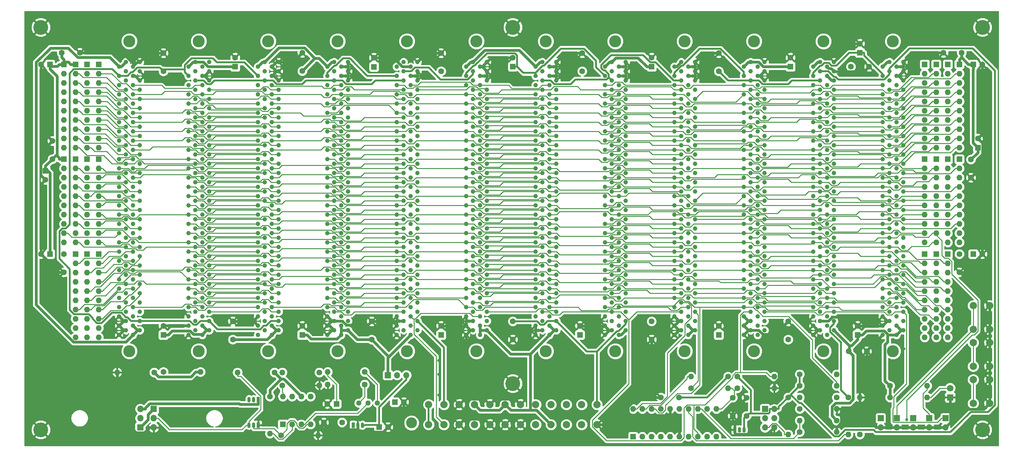
<source format=gbr>
G04 #@! TF.GenerationSoftware,KiCad,Pcbnew,(5.0.1)-3*
G04 #@! TF.CreationDate,2018-11-20T08:18:42-07:00*
G04 #@! TF.ProjectId,MiniSys-Backplane,4D696E695379732D4261636B706C616E,rev?*
G04 #@! TF.SameCoordinates,Original*
G04 #@! TF.FileFunction,Copper,L2,Bot,Signal*
G04 #@! TF.FilePolarity,Positive*
%FSLAX46Y46*%
G04 Gerber Fmt 4.6, Leading zero omitted, Abs format (unit mm)*
G04 Created by KiCad (PCBNEW (5.0.1)-3) date 11/20/2018 8:18:42 AM*
%MOMM*%
%LPD*%
G01*
G04 APERTURE LIST*
G04 #@! TA.AperFunction,ComponentPad*
%ADD10C,1.600000*%
G04 #@! TD*
G04 #@! TA.AperFunction,ComponentPad*
%ADD11O,1.600000X1.600000*%
G04 #@! TD*
G04 #@! TA.AperFunction,ComponentPad*
%ADD12C,2.000000*%
G04 #@! TD*
G04 #@! TA.AperFunction,ComponentPad*
%ADD13R,1.600000X1.600000*%
G04 #@! TD*
G04 #@! TA.AperFunction,ComponentPad*
%ADD14O,1.700000X1.700000*%
G04 #@! TD*
G04 #@! TA.AperFunction,ComponentPad*
%ADD15R,1.700000X1.700000*%
G04 #@! TD*
G04 #@! TA.AperFunction,ComponentPad*
%ADD16R,0.900000X1.500000*%
G04 #@! TD*
G04 #@! TA.AperFunction,ComponentPad*
%ADD17O,0.900000X1.500000*%
G04 #@! TD*
G04 #@! TA.AperFunction,ComponentPad*
%ADD18C,1.219200*%
G04 #@! TD*
G04 #@! TA.AperFunction,ComponentPad*
%ADD19C,3.314700*%
G04 #@! TD*
G04 #@! TA.AperFunction,ComponentPad*
%ADD20C,4.064000*%
G04 #@! TD*
G04 #@! TA.AperFunction,ComponentPad*
%ADD21O,1.800000X1.800000*%
G04 #@! TD*
G04 #@! TA.AperFunction,ComponentPad*
%ADD22R,1.800000X1.800000*%
G04 #@! TD*
G04 #@! TA.AperFunction,ComponentPad*
%ADD23C,1.440000*%
G04 #@! TD*
G04 #@! TA.AperFunction,ComponentPad*
%ADD24C,1.800000*%
G04 #@! TD*
G04 #@! TA.AperFunction,ComponentPad*
%ADD25C,3.000000*%
G04 #@! TD*
G04 #@! TA.AperFunction,ViaPad*
%ADD26C,0.800000*%
G04 #@! TD*
G04 #@! TA.AperFunction,Conductor*
%ADD27C,0.500000*%
G04 #@! TD*
G04 #@! TA.AperFunction,Conductor*
%ADD28C,0.250000*%
G04 #@! TD*
G04 #@! TA.AperFunction,Conductor*
%ADD29C,0.750000*%
G04 #@! TD*
G04 #@! TA.AperFunction,Conductor*
%ADD30C,0.254000*%
G04 #@! TD*
G04 APERTURE END LIST*
D10*
G04 #@! TO.P,C1,2*
G04 #@! TO.N,GND*
X208915000Y-135255000D03*
G04 #@! TO.P,C1,1*
G04 #@! TO.N,/MBAT*
X208915000Y-130255000D03*
G04 #@! TD*
G04 #@! TO.P,R24,1*
G04 #@! TO.N,/MBAT*
X210185000Y-127635000D03*
D11*
G04 #@! TO.P,R24,2*
G04 #@! TO.N,GND*
X220345000Y-127635000D03*
G04 #@! TD*
G04 #@! TO.P,R23,2*
G04 #@! TO.N,/MBAT*
X207645000Y-127635000D03*
D10*
G04 #@! TO.P,R23,1*
G04 #@! TO.N,/VBAT*
X197485000Y-127635000D03*
G04 #@! TD*
G04 #@! TO.P,R16,1*
G04 #@! TO.N,/+5VSB*
X227330000Y-127000000D03*
D11*
G04 #@! TO.P,R16,2*
G04 #@! TO.N,/SCL*
X237490000Y-127000000D03*
G04 #@! TD*
G04 #@! TO.P,R15,2*
G04 #@! TO.N,/SDA*
X237490000Y-123825000D03*
D10*
G04 #@! TO.P,R15,1*
G04 #@! TO.N,/+5VSB*
X227330000Y-123825000D03*
G04 #@! TD*
D12*
G04 #@! TO.P,SW3,1*
G04 #@! TO.N,Net-(J23-Pad4)*
X274955000Y-105005000D03*
G04 #@! TO.P,SW3,2*
G04 #@! TO.N,GND*
X279455000Y-105005000D03*
G04 #@! TO.P,SW3,1*
G04 #@! TO.N,Net-(J23-Pad4)*
X274955000Y-111505000D03*
G04 #@! TO.P,SW3,2*
G04 #@! TO.N,GND*
X279455000Y-111505000D03*
G04 #@! TD*
D11*
G04 #@! TO.P,U1,20*
G04 #@! TO.N,/SDA*
X181610000Y-133350000D03*
G04 #@! TO.P,U1,10*
G04 #@! TO.N,Net-(J23-Pad5)*
X204470000Y-140970000D03*
G04 #@! TO.P,U1,19*
G04 #@! TO.N,/~PS_ON*
X184150000Y-133350000D03*
G04 #@! TO.P,U1,9*
G04 #@! TO.N,Net-(J14-Pad1)*
X201930000Y-140970000D03*
G04 #@! TO.P,U1,18*
G04 #@! TO.N,/SCL*
X186690000Y-133350000D03*
G04 #@! TO.P,U1,8*
G04 #@! TO.N,/~RESET*
X199390000Y-140970000D03*
G04 #@! TO.P,U1,17*
G04 #@! TO.N,/POK*
X189230000Y-133350000D03*
G04 #@! TO.P,U1,7*
G04 #@! TO.N,/~NMI*
X196850000Y-140970000D03*
G04 #@! TO.P,U1,16*
G04 #@! TO.N,GND*
X191770000Y-133350000D03*
G04 #@! TO.P,U1,6*
X194310000Y-140970000D03*
G04 #@! TO.P,U1,15*
G04 #@! TO.N,/+5VSB*
X194310000Y-133350000D03*
G04 #@! TO.P,U1,5*
X191770000Y-140970000D03*
G04 #@! TO.P,U1,14*
G04 #@! TO.N,/M3V3*
X196850000Y-133350000D03*
G04 #@! TO.P,U1,4*
G04 #@! TO.N,Net-(U1-Pad4)*
X189230000Y-140970000D03*
G04 #@! TO.P,U1,13*
G04 #@! TO.N,/M5*
X199390000Y-133350000D03*
G04 #@! TO.P,U1,3*
G04 #@! TO.N,Net-(J23-Pad3)*
X186690000Y-140970000D03*
G04 #@! TO.P,U1,12*
G04 #@! TO.N,/M12*
X201930000Y-133350000D03*
G04 #@! TO.P,U1,2*
G04 #@! TO.N,Net-(J15-Pad1)*
X184150000Y-140970000D03*
G04 #@! TO.P,U1,11*
G04 #@! TO.N,/MBAT*
X204470000Y-133350000D03*
D13*
G04 #@! TO.P,U1,1*
G04 #@! TO.N,Net-(J23-Pad4)*
X181610000Y-140970000D03*
G04 #@! TD*
D14*
G04 #@! TO.P,J25,2*
G04 #@! TO.N,GND*
X254000000Y-138430000D03*
D15*
G04 #@! TO.P,J25,1*
G04 #@! TO.N,Net-(J23-Pad4)*
X254000000Y-135890000D03*
G04 #@! TD*
D14*
G04 #@! TO.P,J24,2*
G04 #@! TO.N,GND*
X267335000Y-138430000D03*
D15*
G04 #@! TO.P,J24,1*
G04 #@! TO.N,/VBAT*
X267335000Y-135890000D03*
G04 #@! TD*
D16*
G04 #@! TO.P,U2,1*
G04 #@! TO.N,GND*
X209550000Y-139065000D03*
D17*
G04 #@! TO.P,U2,3*
G04 #@! TO.N,/+5VSB*
X212090000Y-139065000D03*
G04 #@! TO.P,U2,2*
G04 #@! TO.N,Net-(U1-Pad4)*
X210820000Y-139065000D03*
G04 #@! TD*
D18*
G04 #@! TO.P,J1,1*
G04 #@! TO.N,GND*
X46228000Y-38100000D03*
G04 #@! TO.P,J1,2*
X44323000Y-39370000D03*
G04 #@! TO.P,J1,3*
X46228000Y-40640000D03*
G04 #@! TO.P,J1,4*
X44323000Y-41910000D03*
G04 #@! TO.P,J1,5*
X46228000Y-43180000D03*
G04 #@! TO.P,J1,6*
G04 #@! TO.N,/S49*
X44323000Y-44450000D03*
G04 #@! TO.P,J1,7*
G04 #@! TO.N,/S50*
X46228000Y-45720000D03*
G04 #@! TO.P,J1,8*
G04 #@! TO.N,/S51*
X44323000Y-46990000D03*
G04 #@! TO.P,J1,9*
G04 #@! TO.N,/S48*
X46228000Y-48260000D03*
G04 #@! TO.P,J1,10*
G04 #@! TO.N,/S0*
X44323000Y-49530000D03*
G04 #@! TO.P,J1,11*
G04 #@! TO.N,/S1*
X46228000Y-50800000D03*
G04 #@! TO.P,J1,12*
G04 #@! TO.N,/S2*
X44323000Y-52070000D03*
G04 #@! TO.P,J1,13*
G04 #@! TO.N,/S3*
X46228000Y-53340000D03*
G04 #@! TO.P,J1,14*
G04 #@! TO.N,/S4*
X44323000Y-54610000D03*
G04 #@! TO.P,J1,15*
G04 #@! TO.N,/S5*
X46228000Y-55880000D03*
G04 #@! TO.P,J1,16*
G04 #@! TO.N,/S6*
X44323000Y-57150000D03*
G04 #@! TO.P,J1,17*
G04 #@! TO.N,/S7*
X46228000Y-58420000D03*
G04 #@! TO.P,J1,18*
G04 #@! TO.N,/S8*
X44323000Y-59690000D03*
G04 #@! TO.P,J1,19*
G04 #@! TO.N,/S9*
X46228000Y-60960000D03*
G04 #@! TO.P,J1,20*
G04 #@! TO.N,/S10*
X44323000Y-62230000D03*
G04 #@! TO.P,J1,21*
G04 #@! TO.N,/S11*
X46228000Y-63500000D03*
G04 #@! TO.P,J1,22*
G04 #@! TO.N,/S12*
X44323000Y-64770000D03*
G04 #@! TO.P,J1,23*
G04 #@! TO.N,/S13*
X46228000Y-66040000D03*
G04 #@! TO.P,J1,24*
G04 #@! TO.N,/S14*
X44323000Y-67310000D03*
G04 #@! TO.P,J1,25*
G04 #@! TO.N,/S15*
X46228000Y-68580000D03*
G04 #@! TO.P,J1,26*
G04 #@! TO.N,/S16*
X44323000Y-69850000D03*
G04 #@! TO.P,J1,27*
G04 #@! TO.N,/S17*
X46228000Y-71120000D03*
G04 #@! TO.P,J1,28*
G04 #@! TO.N,/S18*
X44323000Y-72390000D03*
G04 #@! TO.P,J1,29*
G04 #@! TO.N,/S19*
X46228000Y-73660000D03*
G04 #@! TO.P,J1,30*
G04 #@! TO.N,/S20*
X44323000Y-74930000D03*
G04 #@! TO.P,J1,31*
G04 #@! TO.N,/S21*
X46228000Y-76200000D03*
G04 #@! TO.P,J1,32*
G04 #@! TO.N,/S22*
X44323000Y-77470000D03*
G04 #@! TO.P,J1,33*
G04 #@! TO.N,/S23*
X46228000Y-78740000D03*
G04 #@! TO.P,J1,34*
G04 #@! TO.N,/S24*
X44323000Y-80010000D03*
G04 #@! TO.P,J1,35*
G04 #@! TO.N,/S25*
X46228000Y-81280000D03*
G04 #@! TO.P,J1,36*
G04 #@! TO.N,/S26*
X44323000Y-82550000D03*
G04 #@! TO.P,J1,37*
G04 #@! TO.N,/S27*
X46228000Y-83820000D03*
G04 #@! TO.P,J1,38*
G04 #@! TO.N,/S28*
X44323000Y-85090000D03*
G04 #@! TO.P,J1,39*
G04 #@! TO.N,/S29*
X46228000Y-86360000D03*
G04 #@! TO.P,J1,40*
G04 #@! TO.N,/S30*
X44323000Y-87630000D03*
G04 #@! TO.P,J1,41*
G04 #@! TO.N,/S31*
X46228000Y-88900000D03*
G04 #@! TO.P,J1,42*
G04 #@! TO.N,/S32*
X44323000Y-90170000D03*
G04 #@! TO.P,J1,43*
G04 #@! TO.N,/S33*
X46228000Y-91440000D03*
G04 #@! TO.P,J1,44*
G04 #@! TO.N,/S34*
X44323000Y-92710000D03*
G04 #@! TO.P,J1,45*
G04 #@! TO.N,/S35*
X46228000Y-93980000D03*
G04 #@! TO.P,J1,46*
G04 #@! TO.N,/S36*
X44323000Y-95250000D03*
G04 #@! TO.P,J1,47*
G04 #@! TO.N,/S37*
X46228000Y-96520000D03*
G04 #@! TO.P,J1,48*
G04 #@! TO.N,/S38*
X44323000Y-97790000D03*
G04 #@! TO.P,J1,49*
G04 #@! TO.N,/S39*
X46228000Y-99060000D03*
G04 #@! TO.P,J1,50*
G04 #@! TO.N,/S40*
X44323000Y-100330000D03*
G04 #@! TO.P,J1,51*
G04 #@! TO.N,/S41*
X46228000Y-101600000D03*
G04 #@! TO.P,J1,52*
G04 #@! TO.N,/S42*
X44323000Y-102870000D03*
G04 #@! TO.P,J1,53*
G04 #@! TO.N,/S43*
X46228000Y-104140000D03*
G04 #@! TO.P,J1,54*
G04 #@! TO.N,/S44*
X44323000Y-105410000D03*
G04 #@! TO.P,J1,55*
G04 #@! TO.N,/VBAT*
X46228000Y-106680000D03*
G04 #@! TO.P,J1,56*
G04 #@! TO.N,-12V*
X44323000Y-107950000D03*
G04 #@! TO.P,J1,57*
G04 #@! TO.N,/+3.3V*
X46228000Y-109220000D03*
G04 #@! TO.P,J1,58*
G04 #@! TO.N,+5V*
X44323000Y-110490000D03*
G04 #@! TO.P,J1,59*
X46228000Y-111760000D03*
G04 #@! TO.P,J1,60*
X44323000Y-113030000D03*
G04 #@! TO.P,J1,61*
X42418000Y-38100000D03*
G04 #@! TO.P,J1,62*
X40513000Y-39370000D03*
G04 #@! TO.P,J1,63*
G04 #@! TO.N,/+5VSB*
X42418000Y-40640000D03*
G04 #@! TO.P,J1,64*
G04 #@! TO.N,/+3.3V*
X40513000Y-41910000D03*
G04 #@! TO.P,J1,65*
G04 #@! TO.N,+12V*
X42418000Y-43180000D03*
G04 #@! TO.P,J1,66*
G04 #@! TO.N,/S52*
X40513000Y-44450000D03*
G04 #@! TO.P,J1,67*
G04 #@! TO.N,/S53*
X42418000Y-45720000D03*
G04 #@! TO.P,J1,68*
G04 #@! TO.N,/S54*
X40513000Y-46990000D03*
G04 #@! TO.P,J1,69*
G04 #@! TO.N,/S55*
X42418000Y-48260000D03*
G04 #@! TO.P,J1,70*
G04 #@! TO.N,/S56*
X40513000Y-49530000D03*
G04 #@! TO.P,J1,71*
G04 #@! TO.N,/S57*
X42418000Y-50800000D03*
G04 #@! TO.P,J1,72*
G04 #@! TO.N,/S58*
X40513000Y-52070000D03*
G04 #@! TO.P,J1,73*
G04 #@! TO.N,/S59*
X42418000Y-53340000D03*
G04 #@! TO.P,J1,74*
G04 #@! TO.N,/S60*
X40513000Y-54610000D03*
G04 #@! TO.P,J1,75*
G04 #@! TO.N,/S61*
X42418000Y-55880000D03*
G04 #@! TO.P,J1,76*
G04 #@! TO.N,/S62*
X40513000Y-57150000D03*
G04 #@! TO.P,J1,77*
G04 #@! TO.N,/S63*
X42418000Y-58420000D03*
G04 #@! TO.P,J1,78*
G04 #@! TO.N,/S64*
X40513000Y-59690000D03*
G04 #@! TO.P,J1,79*
G04 #@! TO.N,/S65*
X42418000Y-60960000D03*
G04 #@! TO.P,J1,80*
G04 #@! TO.N,/S66*
X40513000Y-62230000D03*
G04 #@! TO.P,J1,81*
G04 #@! TO.N,/S67*
X42418000Y-63500000D03*
G04 #@! TO.P,J1,82*
G04 #@! TO.N,/S68*
X40513000Y-64770000D03*
G04 #@! TO.P,J1,83*
G04 #@! TO.N,/S69*
X42418000Y-66040000D03*
G04 #@! TO.P,J1,84*
G04 #@! TO.N,/S70*
X40513000Y-67310000D03*
G04 #@! TO.P,J1,85*
G04 #@! TO.N,/S71*
X42418000Y-68580000D03*
G04 #@! TO.P,J1,86*
G04 #@! TO.N,/S72*
X40513000Y-69850000D03*
G04 #@! TO.P,J1,87*
G04 #@! TO.N,/S73*
X42418000Y-71120000D03*
G04 #@! TO.P,J1,88*
G04 #@! TO.N,/S74*
X40513000Y-72390000D03*
G04 #@! TO.P,J1,89*
G04 #@! TO.N,/S75*
X42418000Y-73660000D03*
G04 #@! TO.P,J1,90*
G04 #@! TO.N,/S76*
X40513000Y-74930000D03*
G04 #@! TO.P,J1,91*
G04 #@! TO.N,/S77*
X42418000Y-76200000D03*
G04 #@! TO.P,J1,92*
G04 #@! TO.N,/S78*
X40513000Y-77470000D03*
G04 #@! TO.P,J1,93*
G04 #@! TO.N,/S79*
X42418000Y-78740000D03*
G04 #@! TO.P,J1,94*
G04 #@! TO.N,/S80*
X40513000Y-80010000D03*
G04 #@! TO.P,J1,95*
G04 #@! TO.N,/S81*
X42418000Y-81280000D03*
G04 #@! TO.P,J1,96*
G04 #@! TO.N,/S82*
X40513000Y-82550000D03*
G04 #@! TO.P,J1,97*
G04 #@! TO.N,/S83*
X42418000Y-83820000D03*
G04 #@! TO.P,J1,98*
G04 #@! TO.N,/S84*
X40513000Y-85090000D03*
G04 #@! TO.P,J1,99*
G04 #@! TO.N,/~NMI*
X42418000Y-86360000D03*
G04 #@! TO.P,J1,100*
G04 #@! TO.N,/S86*
X40513000Y-87630000D03*
G04 #@! TO.P,J1,101*
G04 #@! TO.N,/S87*
X42418000Y-88900000D03*
G04 #@! TO.P,J1,102*
G04 #@! TO.N,/S88*
X40513000Y-90170000D03*
G04 #@! TO.P,J1,103*
G04 #@! TO.N,/S89*
X42418000Y-91440000D03*
G04 #@! TO.P,J1,104*
G04 #@! TO.N,/S90*
X40513000Y-92710000D03*
G04 #@! TO.P,J1,105*
G04 #@! TO.N,/S91*
X42418000Y-93980000D03*
G04 #@! TO.P,J1,106*
G04 #@! TO.N,/S92*
X40513000Y-95250000D03*
G04 #@! TO.P,J1,107*
G04 #@! TO.N,/S93*
X42418000Y-96520000D03*
G04 #@! TO.P,J1,108*
G04 #@! TO.N,/S94*
X40513000Y-97790000D03*
G04 #@! TO.P,J1,109*
G04 #@! TO.N,/S95*
X42418000Y-99060000D03*
G04 #@! TO.P,J1,110*
G04 #@! TO.N,/S96*
X40513000Y-100330000D03*
G04 #@! TO.P,J1,111*
G04 #@! TO.N,/S97*
X42418000Y-101600000D03*
G04 #@! TO.P,J1,112*
G04 #@! TO.N,/S98*
X40513000Y-102870000D03*
G04 #@! TO.P,J1,113*
G04 #@! TO.N,/SDA*
X42418000Y-104140000D03*
G04 #@! TO.P,J1,114*
G04 #@! TO.N,/SCL*
X40513000Y-105410000D03*
G04 #@! TO.P,J1,115*
G04 #@! TO.N,/~RESET*
X42418000Y-106680000D03*
G04 #@! TO.P,J1,116*
G04 #@! TO.N,GND*
X40513000Y-107950000D03*
G04 #@! TO.P,J1,117*
X42418000Y-109220000D03*
G04 #@! TO.P,J1,118*
X40513000Y-110490000D03*
G04 #@! TO.P,J1,119*
X42418000Y-111760000D03*
G04 #@! TO.P,J1,120*
X40513000Y-113030000D03*
D19*
G04 #@! TO.P,J1,121*
G04 #@! TO.N,N/C*
X43357800Y-117475000D03*
G04 #@! TO.P,J1,122*
X43357800Y-32385000D03*
G04 #@! TD*
D18*
G04 #@! TO.P,J2,1*
G04 #@! TO.N,GND*
X65278000Y-38100000D03*
G04 #@! TO.P,J2,2*
X63373000Y-39370000D03*
G04 #@! TO.P,J2,3*
X65278000Y-40640000D03*
G04 #@! TO.P,J2,4*
X63373000Y-41910000D03*
G04 #@! TO.P,J2,5*
X65278000Y-43180000D03*
G04 #@! TO.P,J2,6*
G04 #@! TO.N,/S49*
X63373000Y-44450000D03*
G04 #@! TO.P,J2,7*
G04 #@! TO.N,/S50*
X65278000Y-45720000D03*
G04 #@! TO.P,J2,8*
G04 #@! TO.N,/S51*
X63373000Y-46990000D03*
G04 #@! TO.P,J2,9*
G04 #@! TO.N,/S48*
X65278000Y-48260000D03*
G04 #@! TO.P,J2,10*
G04 #@! TO.N,/S0*
X63373000Y-49530000D03*
G04 #@! TO.P,J2,11*
G04 #@! TO.N,/S1*
X65278000Y-50800000D03*
G04 #@! TO.P,J2,12*
G04 #@! TO.N,/S2*
X63373000Y-52070000D03*
G04 #@! TO.P,J2,13*
G04 #@! TO.N,/S3*
X65278000Y-53340000D03*
G04 #@! TO.P,J2,14*
G04 #@! TO.N,/S4*
X63373000Y-54610000D03*
G04 #@! TO.P,J2,15*
G04 #@! TO.N,/S5*
X65278000Y-55880000D03*
G04 #@! TO.P,J2,16*
G04 #@! TO.N,/S6*
X63373000Y-57150000D03*
G04 #@! TO.P,J2,17*
G04 #@! TO.N,/S7*
X65278000Y-58420000D03*
G04 #@! TO.P,J2,18*
G04 #@! TO.N,/S8*
X63373000Y-59690000D03*
G04 #@! TO.P,J2,19*
G04 #@! TO.N,/S9*
X65278000Y-60960000D03*
G04 #@! TO.P,J2,20*
G04 #@! TO.N,/S10*
X63373000Y-62230000D03*
G04 #@! TO.P,J2,21*
G04 #@! TO.N,/S11*
X65278000Y-63500000D03*
G04 #@! TO.P,J2,22*
G04 #@! TO.N,/S12*
X63373000Y-64770000D03*
G04 #@! TO.P,J2,23*
G04 #@! TO.N,/S13*
X65278000Y-66040000D03*
G04 #@! TO.P,J2,24*
G04 #@! TO.N,/S14*
X63373000Y-67310000D03*
G04 #@! TO.P,J2,25*
G04 #@! TO.N,/S15*
X65278000Y-68580000D03*
G04 #@! TO.P,J2,26*
G04 #@! TO.N,/S16*
X63373000Y-69850000D03*
G04 #@! TO.P,J2,27*
G04 #@! TO.N,/S17*
X65278000Y-71120000D03*
G04 #@! TO.P,J2,28*
G04 #@! TO.N,/S18*
X63373000Y-72390000D03*
G04 #@! TO.P,J2,29*
G04 #@! TO.N,/S19*
X65278000Y-73660000D03*
G04 #@! TO.P,J2,30*
G04 #@! TO.N,/S20*
X63373000Y-74930000D03*
G04 #@! TO.P,J2,31*
G04 #@! TO.N,/S21*
X65278000Y-76200000D03*
G04 #@! TO.P,J2,32*
G04 #@! TO.N,/S22*
X63373000Y-77470000D03*
G04 #@! TO.P,J2,33*
G04 #@! TO.N,/S23*
X65278000Y-78740000D03*
G04 #@! TO.P,J2,34*
G04 #@! TO.N,/S24*
X63373000Y-80010000D03*
G04 #@! TO.P,J2,35*
G04 #@! TO.N,/S25*
X65278000Y-81280000D03*
G04 #@! TO.P,J2,36*
G04 #@! TO.N,/S26*
X63373000Y-82550000D03*
G04 #@! TO.P,J2,37*
G04 #@! TO.N,/S27*
X65278000Y-83820000D03*
G04 #@! TO.P,J2,38*
G04 #@! TO.N,/S28*
X63373000Y-85090000D03*
G04 #@! TO.P,J2,39*
G04 #@! TO.N,/S29*
X65278000Y-86360000D03*
G04 #@! TO.P,J2,40*
G04 #@! TO.N,/S30*
X63373000Y-87630000D03*
G04 #@! TO.P,J2,41*
G04 #@! TO.N,/S31*
X65278000Y-88900000D03*
G04 #@! TO.P,J2,42*
G04 #@! TO.N,/S32*
X63373000Y-90170000D03*
G04 #@! TO.P,J2,43*
G04 #@! TO.N,/S33*
X65278000Y-91440000D03*
G04 #@! TO.P,J2,44*
G04 #@! TO.N,/S34*
X63373000Y-92710000D03*
G04 #@! TO.P,J2,45*
G04 #@! TO.N,/S35*
X65278000Y-93980000D03*
G04 #@! TO.P,J2,46*
G04 #@! TO.N,/S36*
X63373000Y-95250000D03*
G04 #@! TO.P,J2,47*
G04 #@! TO.N,/S37*
X65278000Y-96520000D03*
G04 #@! TO.P,J2,48*
G04 #@! TO.N,/S38*
X63373000Y-97790000D03*
G04 #@! TO.P,J2,49*
G04 #@! TO.N,/S39*
X65278000Y-99060000D03*
G04 #@! TO.P,J2,50*
G04 #@! TO.N,/S40*
X63373000Y-100330000D03*
G04 #@! TO.P,J2,51*
G04 #@! TO.N,/S41*
X65278000Y-101600000D03*
G04 #@! TO.P,J2,52*
G04 #@! TO.N,/S42*
X63373000Y-102870000D03*
G04 #@! TO.P,J2,53*
G04 #@! TO.N,/S43*
X65278000Y-104140000D03*
G04 #@! TO.P,J2,54*
G04 #@! TO.N,/S44*
X63373000Y-105410000D03*
G04 #@! TO.P,J2,55*
G04 #@! TO.N,/VBAT*
X65278000Y-106680000D03*
G04 #@! TO.P,J2,56*
G04 #@! TO.N,-12V*
X63373000Y-107950000D03*
G04 #@! TO.P,J2,57*
G04 #@! TO.N,/+3.3V*
X65278000Y-109220000D03*
G04 #@! TO.P,J2,58*
G04 #@! TO.N,+5V*
X63373000Y-110490000D03*
G04 #@! TO.P,J2,59*
X65278000Y-111760000D03*
G04 #@! TO.P,J2,60*
X63373000Y-113030000D03*
G04 #@! TO.P,J2,61*
X61468000Y-38100000D03*
G04 #@! TO.P,J2,62*
X59563000Y-39370000D03*
G04 #@! TO.P,J2,63*
G04 #@! TO.N,/+5VSB*
X61468000Y-40640000D03*
G04 #@! TO.P,J2,64*
G04 #@! TO.N,/+3.3V*
X59563000Y-41910000D03*
G04 #@! TO.P,J2,65*
G04 #@! TO.N,+12V*
X61468000Y-43180000D03*
G04 #@! TO.P,J2,66*
G04 #@! TO.N,/S52*
X59563000Y-44450000D03*
G04 #@! TO.P,J2,67*
G04 #@! TO.N,/S53*
X61468000Y-45720000D03*
G04 #@! TO.P,J2,68*
G04 #@! TO.N,/S54*
X59563000Y-46990000D03*
G04 #@! TO.P,J2,69*
G04 #@! TO.N,/S55*
X61468000Y-48260000D03*
G04 #@! TO.P,J2,70*
G04 #@! TO.N,/S56*
X59563000Y-49530000D03*
G04 #@! TO.P,J2,71*
G04 #@! TO.N,/S57*
X61468000Y-50800000D03*
G04 #@! TO.P,J2,72*
G04 #@! TO.N,/S58*
X59563000Y-52070000D03*
G04 #@! TO.P,J2,73*
G04 #@! TO.N,/S59*
X61468000Y-53340000D03*
G04 #@! TO.P,J2,74*
G04 #@! TO.N,/S60*
X59563000Y-54610000D03*
G04 #@! TO.P,J2,75*
G04 #@! TO.N,/S61*
X61468000Y-55880000D03*
G04 #@! TO.P,J2,76*
G04 #@! TO.N,/S62*
X59563000Y-57150000D03*
G04 #@! TO.P,J2,77*
G04 #@! TO.N,/S63*
X61468000Y-58420000D03*
G04 #@! TO.P,J2,78*
G04 #@! TO.N,/S64*
X59563000Y-59690000D03*
G04 #@! TO.P,J2,79*
G04 #@! TO.N,/S65*
X61468000Y-60960000D03*
G04 #@! TO.P,J2,80*
G04 #@! TO.N,/S66*
X59563000Y-62230000D03*
G04 #@! TO.P,J2,81*
G04 #@! TO.N,/S67*
X61468000Y-63500000D03*
G04 #@! TO.P,J2,82*
G04 #@! TO.N,/S68*
X59563000Y-64770000D03*
G04 #@! TO.P,J2,83*
G04 #@! TO.N,/S69*
X61468000Y-66040000D03*
G04 #@! TO.P,J2,84*
G04 #@! TO.N,/S70*
X59563000Y-67310000D03*
G04 #@! TO.P,J2,85*
G04 #@! TO.N,/S71*
X61468000Y-68580000D03*
G04 #@! TO.P,J2,86*
G04 #@! TO.N,/S72*
X59563000Y-69850000D03*
G04 #@! TO.P,J2,87*
G04 #@! TO.N,/S73*
X61468000Y-71120000D03*
G04 #@! TO.P,J2,88*
G04 #@! TO.N,/S74*
X59563000Y-72390000D03*
G04 #@! TO.P,J2,89*
G04 #@! TO.N,/S75*
X61468000Y-73660000D03*
G04 #@! TO.P,J2,90*
G04 #@! TO.N,/S76*
X59563000Y-74930000D03*
G04 #@! TO.P,J2,91*
G04 #@! TO.N,/S77*
X61468000Y-76200000D03*
G04 #@! TO.P,J2,92*
G04 #@! TO.N,/S78*
X59563000Y-77470000D03*
G04 #@! TO.P,J2,93*
G04 #@! TO.N,/S79*
X61468000Y-78740000D03*
G04 #@! TO.P,J2,94*
G04 #@! TO.N,/S80*
X59563000Y-80010000D03*
G04 #@! TO.P,J2,95*
G04 #@! TO.N,/S81*
X61468000Y-81280000D03*
G04 #@! TO.P,J2,96*
G04 #@! TO.N,/S82*
X59563000Y-82550000D03*
G04 #@! TO.P,J2,97*
G04 #@! TO.N,/S83*
X61468000Y-83820000D03*
G04 #@! TO.P,J2,98*
G04 #@! TO.N,/S84*
X59563000Y-85090000D03*
G04 #@! TO.P,J2,99*
G04 #@! TO.N,/~NMI*
X61468000Y-86360000D03*
G04 #@! TO.P,J2,100*
G04 #@! TO.N,/S86*
X59563000Y-87630000D03*
G04 #@! TO.P,J2,101*
G04 #@! TO.N,/S87*
X61468000Y-88900000D03*
G04 #@! TO.P,J2,102*
G04 #@! TO.N,/S88*
X59563000Y-90170000D03*
G04 #@! TO.P,J2,103*
G04 #@! TO.N,/S89*
X61468000Y-91440000D03*
G04 #@! TO.P,J2,104*
G04 #@! TO.N,/S90*
X59563000Y-92710000D03*
G04 #@! TO.P,J2,105*
G04 #@! TO.N,/S91*
X61468000Y-93980000D03*
G04 #@! TO.P,J2,106*
G04 #@! TO.N,/S92*
X59563000Y-95250000D03*
G04 #@! TO.P,J2,107*
G04 #@! TO.N,/S93*
X61468000Y-96520000D03*
G04 #@! TO.P,J2,108*
G04 #@! TO.N,/S94*
X59563000Y-97790000D03*
G04 #@! TO.P,J2,109*
G04 #@! TO.N,/S95*
X61468000Y-99060000D03*
G04 #@! TO.P,J2,110*
G04 #@! TO.N,/S96*
X59563000Y-100330000D03*
G04 #@! TO.P,J2,111*
G04 #@! TO.N,/S97*
X61468000Y-101600000D03*
G04 #@! TO.P,J2,112*
G04 #@! TO.N,/S98*
X59563000Y-102870000D03*
G04 #@! TO.P,J2,113*
G04 #@! TO.N,/SDA*
X61468000Y-104140000D03*
G04 #@! TO.P,J2,114*
G04 #@! TO.N,/SCL*
X59563000Y-105410000D03*
G04 #@! TO.P,J2,115*
G04 #@! TO.N,/~RESET*
X61468000Y-106680000D03*
G04 #@! TO.P,J2,116*
G04 #@! TO.N,GND*
X59563000Y-107950000D03*
G04 #@! TO.P,J2,117*
X61468000Y-109220000D03*
G04 #@! TO.P,J2,118*
X59563000Y-110490000D03*
G04 #@! TO.P,J2,119*
X61468000Y-111760000D03*
G04 #@! TO.P,J2,120*
X59563000Y-113030000D03*
D19*
G04 #@! TO.P,J2,121*
G04 #@! TO.N,N/C*
X62407800Y-117475000D03*
G04 #@! TO.P,J2,122*
X62407800Y-32385000D03*
G04 #@! TD*
G04 #@! TO.P,J3,122*
G04 #@! TO.N,N/C*
X81457800Y-32385000D03*
G04 #@! TO.P,J3,121*
X81457800Y-117475000D03*
D18*
G04 #@! TO.P,J3,120*
G04 #@! TO.N,GND*
X78613000Y-113030000D03*
G04 #@! TO.P,J3,119*
X80518000Y-111760000D03*
G04 #@! TO.P,J3,118*
X78613000Y-110490000D03*
G04 #@! TO.P,J3,117*
X80518000Y-109220000D03*
G04 #@! TO.P,J3,116*
X78613000Y-107950000D03*
G04 #@! TO.P,J3,115*
G04 #@! TO.N,/~RESET*
X80518000Y-106680000D03*
G04 #@! TO.P,J3,114*
G04 #@! TO.N,/SCL*
X78613000Y-105410000D03*
G04 #@! TO.P,J3,113*
G04 #@! TO.N,/SDA*
X80518000Y-104140000D03*
G04 #@! TO.P,J3,112*
G04 #@! TO.N,/S98*
X78613000Y-102870000D03*
G04 #@! TO.P,J3,111*
G04 #@! TO.N,/S97*
X80518000Y-101600000D03*
G04 #@! TO.P,J3,110*
G04 #@! TO.N,/S96*
X78613000Y-100330000D03*
G04 #@! TO.P,J3,109*
G04 #@! TO.N,/S95*
X80518000Y-99060000D03*
G04 #@! TO.P,J3,108*
G04 #@! TO.N,/S94*
X78613000Y-97790000D03*
G04 #@! TO.P,J3,107*
G04 #@! TO.N,/S93*
X80518000Y-96520000D03*
G04 #@! TO.P,J3,106*
G04 #@! TO.N,/S92*
X78613000Y-95250000D03*
G04 #@! TO.P,J3,105*
G04 #@! TO.N,/S91*
X80518000Y-93980000D03*
G04 #@! TO.P,J3,104*
G04 #@! TO.N,/S90*
X78613000Y-92710000D03*
G04 #@! TO.P,J3,103*
G04 #@! TO.N,/S89*
X80518000Y-91440000D03*
G04 #@! TO.P,J3,102*
G04 #@! TO.N,/S88*
X78613000Y-90170000D03*
G04 #@! TO.P,J3,101*
G04 #@! TO.N,/S87*
X80518000Y-88900000D03*
G04 #@! TO.P,J3,100*
G04 #@! TO.N,/S86*
X78613000Y-87630000D03*
G04 #@! TO.P,J3,99*
G04 #@! TO.N,/~NMI*
X80518000Y-86360000D03*
G04 #@! TO.P,J3,98*
G04 #@! TO.N,/S84*
X78613000Y-85090000D03*
G04 #@! TO.P,J3,97*
G04 #@! TO.N,/S83*
X80518000Y-83820000D03*
G04 #@! TO.P,J3,96*
G04 #@! TO.N,/S82*
X78613000Y-82550000D03*
G04 #@! TO.P,J3,95*
G04 #@! TO.N,/S81*
X80518000Y-81280000D03*
G04 #@! TO.P,J3,94*
G04 #@! TO.N,/S80*
X78613000Y-80010000D03*
G04 #@! TO.P,J3,93*
G04 #@! TO.N,/S79*
X80518000Y-78740000D03*
G04 #@! TO.P,J3,92*
G04 #@! TO.N,/S78*
X78613000Y-77470000D03*
G04 #@! TO.P,J3,91*
G04 #@! TO.N,/S77*
X80518000Y-76200000D03*
G04 #@! TO.P,J3,90*
G04 #@! TO.N,/S76*
X78613000Y-74930000D03*
G04 #@! TO.P,J3,89*
G04 #@! TO.N,/S75*
X80518000Y-73660000D03*
G04 #@! TO.P,J3,88*
G04 #@! TO.N,/S74*
X78613000Y-72390000D03*
G04 #@! TO.P,J3,87*
G04 #@! TO.N,/S73*
X80518000Y-71120000D03*
G04 #@! TO.P,J3,86*
G04 #@! TO.N,/S72*
X78613000Y-69850000D03*
G04 #@! TO.P,J3,85*
G04 #@! TO.N,/S71*
X80518000Y-68580000D03*
G04 #@! TO.P,J3,84*
G04 #@! TO.N,/S70*
X78613000Y-67310000D03*
G04 #@! TO.P,J3,83*
G04 #@! TO.N,/S69*
X80518000Y-66040000D03*
G04 #@! TO.P,J3,82*
G04 #@! TO.N,/S68*
X78613000Y-64770000D03*
G04 #@! TO.P,J3,81*
G04 #@! TO.N,/S67*
X80518000Y-63500000D03*
G04 #@! TO.P,J3,80*
G04 #@! TO.N,/S66*
X78613000Y-62230000D03*
G04 #@! TO.P,J3,79*
G04 #@! TO.N,/S65*
X80518000Y-60960000D03*
G04 #@! TO.P,J3,78*
G04 #@! TO.N,/S64*
X78613000Y-59690000D03*
G04 #@! TO.P,J3,77*
G04 #@! TO.N,/S63*
X80518000Y-58420000D03*
G04 #@! TO.P,J3,76*
G04 #@! TO.N,/S62*
X78613000Y-57150000D03*
G04 #@! TO.P,J3,75*
G04 #@! TO.N,/S61*
X80518000Y-55880000D03*
G04 #@! TO.P,J3,74*
G04 #@! TO.N,/S60*
X78613000Y-54610000D03*
G04 #@! TO.P,J3,73*
G04 #@! TO.N,/S59*
X80518000Y-53340000D03*
G04 #@! TO.P,J3,72*
G04 #@! TO.N,/S58*
X78613000Y-52070000D03*
G04 #@! TO.P,J3,71*
G04 #@! TO.N,/S57*
X80518000Y-50800000D03*
G04 #@! TO.P,J3,70*
G04 #@! TO.N,/S56*
X78613000Y-49530000D03*
G04 #@! TO.P,J3,69*
G04 #@! TO.N,/S55*
X80518000Y-48260000D03*
G04 #@! TO.P,J3,68*
G04 #@! TO.N,/S54*
X78613000Y-46990000D03*
G04 #@! TO.P,J3,67*
G04 #@! TO.N,/S53*
X80518000Y-45720000D03*
G04 #@! TO.P,J3,66*
G04 #@! TO.N,/S52*
X78613000Y-44450000D03*
G04 #@! TO.P,J3,65*
G04 #@! TO.N,+12V*
X80518000Y-43180000D03*
G04 #@! TO.P,J3,64*
G04 #@! TO.N,/+3.3V*
X78613000Y-41910000D03*
G04 #@! TO.P,J3,63*
G04 #@! TO.N,/+5VSB*
X80518000Y-40640000D03*
G04 #@! TO.P,J3,62*
G04 #@! TO.N,+5V*
X78613000Y-39370000D03*
G04 #@! TO.P,J3,61*
X80518000Y-38100000D03*
G04 #@! TO.P,J3,60*
X82423000Y-113030000D03*
G04 #@! TO.P,J3,59*
X84328000Y-111760000D03*
G04 #@! TO.P,J3,58*
X82423000Y-110490000D03*
G04 #@! TO.P,J3,57*
G04 #@! TO.N,/+3.3V*
X84328000Y-109220000D03*
G04 #@! TO.P,J3,56*
G04 #@! TO.N,-12V*
X82423000Y-107950000D03*
G04 #@! TO.P,J3,55*
G04 #@! TO.N,/VBAT*
X84328000Y-106680000D03*
G04 #@! TO.P,J3,54*
G04 #@! TO.N,/S44*
X82423000Y-105410000D03*
G04 #@! TO.P,J3,53*
G04 #@! TO.N,/S43*
X84328000Y-104140000D03*
G04 #@! TO.P,J3,52*
G04 #@! TO.N,/S42*
X82423000Y-102870000D03*
G04 #@! TO.P,J3,51*
G04 #@! TO.N,/S41*
X84328000Y-101600000D03*
G04 #@! TO.P,J3,50*
G04 #@! TO.N,/S40*
X82423000Y-100330000D03*
G04 #@! TO.P,J3,49*
G04 #@! TO.N,/S39*
X84328000Y-99060000D03*
G04 #@! TO.P,J3,48*
G04 #@! TO.N,/S38*
X82423000Y-97790000D03*
G04 #@! TO.P,J3,47*
G04 #@! TO.N,/S37*
X84328000Y-96520000D03*
G04 #@! TO.P,J3,46*
G04 #@! TO.N,/S36*
X82423000Y-95250000D03*
G04 #@! TO.P,J3,45*
G04 #@! TO.N,/S35*
X84328000Y-93980000D03*
G04 #@! TO.P,J3,44*
G04 #@! TO.N,/S34*
X82423000Y-92710000D03*
G04 #@! TO.P,J3,43*
G04 #@! TO.N,/S33*
X84328000Y-91440000D03*
G04 #@! TO.P,J3,42*
G04 #@! TO.N,/S32*
X82423000Y-90170000D03*
G04 #@! TO.P,J3,41*
G04 #@! TO.N,/S31*
X84328000Y-88900000D03*
G04 #@! TO.P,J3,40*
G04 #@! TO.N,/S30*
X82423000Y-87630000D03*
G04 #@! TO.P,J3,39*
G04 #@! TO.N,/S29*
X84328000Y-86360000D03*
G04 #@! TO.P,J3,38*
G04 #@! TO.N,/S28*
X82423000Y-85090000D03*
G04 #@! TO.P,J3,37*
G04 #@! TO.N,/S27*
X84328000Y-83820000D03*
G04 #@! TO.P,J3,36*
G04 #@! TO.N,/S26*
X82423000Y-82550000D03*
G04 #@! TO.P,J3,35*
G04 #@! TO.N,/S25*
X84328000Y-81280000D03*
G04 #@! TO.P,J3,34*
G04 #@! TO.N,/S24*
X82423000Y-80010000D03*
G04 #@! TO.P,J3,33*
G04 #@! TO.N,/S23*
X84328000Y-78740000D03*
G04 #@! TO.P,J3,32*
G04 #@! TO.N,/S22*
X82423000Y-77470000D03*
G04 #@! TO.P,J3,31*
G04 #@! TO.N,/S21*
X84328000Y-76200000D03*
G04 #@! TO.P,J3,30*
G04 #@! TO.N,/S20*
X82423000Y-74930000D03*
G04 #@! TO.P,J3,29*
G04 #@! TO.N,/S19*
X84328000Y-73660000D03*
G04 #@! TO.P,J3,28*
G04 #@! TO.N,/S18*
X82423000Y-72390000D03*
G04 #@! TO.P,J3,27*
G04 #@! TO.N,/S17*
X84328000Y-71120000D03*
G04 #@! TO.P,J3,26*
G04 #@! TO.N,/S16*
X82423000Y-69850000D03*
G04 #@! TO.P,J3,25*
G04 #@! TO.N,/S15*
X84328000Y-68580000D03*
G04 #@! TO.P,J3,24*
G04 #@! TO.N,/S14*
X82423000Y-67310000D03*
G04 #@! TO.P,J3,23*
G04 #@! TO.N,/S13*
X84328000Y-66040000D03*
G04 #@! TO.P,J3,22*
G04 #@! TO.N,/S12*
X82423000Y-64770000D03*
G04 #@! TO.P,J3,21*
G04 #@! TO.N,/S11*
X84328000Y-63500000D03*
G04 #@! TO.P,J3,20*
G04 #@! TO.N,/S10*
X82423000Y-62230000D03*
G04 #@! TO.P,J3,19*
G04 #@! TO.N,/S9*
X84328000Y-60960000D03*
G04 #@! TO.P,J3,18*
G04 #@! TO.N,/S8*
X82423000Y-59690000D03*
G04 #@! TO.P,J3,17*
G04 #@! TO.N,/S7*
X84328000Y-58420000D03*
G04 #@! TO.P,J3,16*
G04 #@! TO.N,/S6*
X82423000Y-57150000D03*
G04 #@! TO.P,J3,15*
G04 #@! TO.N,/S5*
X84328000Y-55880000D03*
G04 #@! TO.P,J3,14*
G04 #@! TO.N,/S4*
X82423000Y-54610000D03*
G04 #@! TO.P,J3,13*
G04 #@! TO.N,/S3*
X84328000Y-53340000D03*
G04 #@! TO.P,J3,12*
G04 #@! TO.N,/S2*
X82423000Y-52070000D03*
G04 #@! TO.P,J3,11*
G04 #@! TO.N,/S1*
X84328000Y-50800000D03*
G04 #@! TO.P,J3,10*
G04 #@! TO.N,/S0*
X82423000Y-49530000D03*
G04 #@! TO.P,J3,9*
G04 #@! TO.N,/S48*
X84328000Y-48260000D03*
G04 #@! TO.P,J3,8*
G04 #@! TO.N,/S51*
X82423000Y-46990000D03*
G04 #@! TO.P,J3,7*
G04 #@! TO.N,/S50*
X84328000Y-45720000D03*
G04 #@! TO.P,J3,6*
G04 #@! TO.N,/S49*
X82423000Y-44450000D03*
G04 #@! TO.P,J3,5*
G04 #@! TO.N,GND*
X84328000Y-43180000D03*
G04 #@! TO.P,J3,4*
X82423000Y-41910000D03*
G04 #@! TO.P,J3,3*
X84328000Y-40640000D03*
G04 #@! TO.P,J3,2*
X82423000Y-39370000D03*
G04 #@! TO.P,J3,1*
X84328000Y-38100000D03*
G04 #@! TD*
D19*
G04 #@! TO.P,J4,122*
G04 #@! TO.N,N/C*
X100507800Y-32385000D03*
G04 #@! TO.P,J4,121*
X100507800Y-117475000D03*
D18*
G04 #@! TO.P,J4,120*
G04 #@! TO.N,GND*
X97663000Y-113030000D03*
G04 #@! TO.P,J4,119*
X99568000Y-111760000D03*
G04 #@! TO.P,J4,118*
X97663000Y-110490000D03*
G04 #@! TO.P,J4,117*
X99568000Y-109220000D03*
G04 #@! TO.P,J4,116*
X97663000Y-107950000D03*
G04 #@! TO.P,J4,115*
G04 #@! TO.N,/~RESET*
X99568000Y-106680000D03*
G04 #@! TO.P,J4,114*
G04 #@! TO.N,/SCL*
X97663000Y-105410000D03*
G04 #@! TO.P,J4,113*
G04 #@! TO.N,/SDA*
X99568000Y-104140000D03*
G04 #@! TO.P,J4,112*
G04 #@! TO.N,/S98*
X97663000Y-102870000D03*
G04 #@! TO.P,J4,111*
G04 #@! TO.N,/S97*
X99568000Y-101600000D03*
G04 #@! TO.P,J4,110*
G04 #@! TO.N,/S96*
X97663000Y-100330000D03*
G04 #@! TO.P,J4,109*
G04 #@! TO.N,/S95*
X99568000Y-99060000D03*
G04 #@! TO.P,J4,108*
G04 #@! TO.N,/S94*
X97663000Y-97790000D03*
G04 #@! TO.P,J4,107*
G04 #@! TO.N,/S93*
X99568000Y-96520000D03*
G04 #@! TO.P,J4,106*
G04 #@! TO.N,/S92*
X97663000Y-95250000D03*
G04 #@! TO.P,J4,105*
G04 #@! TO.N,/S91*
X99568000Y-93980000D03*
G04 #@! TO.P,J4,104*
G04 #@! TO.N,/S90*
X97663000Y-92710000D03*
G04 #@! TO.P,J4,103*
G04 #@! TO.N,/S89*
X99568000Y-91440000D03*
G04 #@! TO.P,J4,102*
G04 #@! TO.N,/S88*
X97663000Y-90170000D03*
G04 #@! TO.P,J4,101*
G04 #@! TO.N,/S87*
X99568000Y-88900000D03*
G04 #@! TO.P,J4,100*
G04 #@! TO.N,/S86*
X97663000Y-87630000D03*
G04 #@! TO.P,J4,99*
G04 #@! TO.N,/~NMI*
X99568000Y-86360000D03*
G04 #@! TO.P,J4,98*
G04 #@! TO.N,/S84*
X97663000Y-85090000D03*
G04 #@! TO.P,J4,97*
G04 #@! TO.N,/S83*
X99568000Y-83820000D03*
G04 #@! TO.P,J4,96*
G04 #@! TO.N,/S82*
X97663000Y-82550000D03*
G04 #@! TO.P,J4,95*
G04 #@! TO.N,/S81*
X99568000Y-81280000D03*
G04 #@! TO.P,J4,94*
G04 #@! TO.N,/S80*
X97663000Y-80010000D03*
G04 #@! TO.P,J4,93*
G04 #@! TO.N,/S79*
X99568000Y-78740000D03*
G04 #@! TO.P,J4,92*
G04 #@! TO.N,/S78*
X97663000Y-77470000D03*
G04 #@! TO.P,J4,91*
G04 #@! TO.N,/S77*
X99568000Y-76200000D03*
G04 #@! TO.P,J4,90*
G04 #@! TO.N,/S76*
X97663000Y-74930000D03*
G04 #@! TO.P,J4,89*
G04 #@! TO.N,/S75*
X99568000Y-73660000D03*
G04 #@! TO.P,J4,88*
G04 #@! TO.N,/S74*
X97663000Y-72390000D03*
G04 #@! TO.P,J4,87*
G04 #@! TO.N,/S73*
X99568000Y-71120000D03*
G04 #@! TO.P,J4,86*
G04 #@! TO.N,/S72*
X97663000Y-69850000D03*
G04 #@! TO.P,J4,85*
G04 #@! TO.N,/S71*
X99568000Y-68580000D03*
G04 #@! TO.P,J4,84*
G04 #@! TO.N,/S70*
X97663000Y-67310000D03*
G04 #@! TO.P,J4,83*
G04 #@! TO.N,/S69*
X99568000Y-66040000D03*
G04 #@! TO.P,J4,82*
G04 #@! TO.N,/S68*
X97663000Y-64770000D03*
G04 #@! TO.P,J4,81*
G04 #@! TO.N,/S67*
X99568000Y-63500000D03*
G04 #@! TO.P,J4,80*
G04 #@! TO.N,/S66*
X97663000Y-62230000D03*
G04 #@! TO.P,J4,79*
G04 #@! TO.N,/S65*
X99568000Y-60960000D03*
G04 #@! TO.P,J4,78*
G04 #@! TO.N,/S64*
X97663000Y-59690000D03*
G04 #@! TO.P,J4,77*
G04 #@! TO.N,/S63*
X99568000Y-58420000D03*
G04 #@! TO.P,J4,76*
G04 #@! TO.N,/S62*
X97663000Y-57150000D03*
G04 #@! TO.P,J4,75*
G04 #@! TO.N,/S61*
X99568000Y-55880000D03*
G04 #@! TO.P,J4,74*
G04 #@! TO.N,/S60*
X97663000Y-54610000D03*
G04 #@! TO.P,J4,73*
G04 #@! TO.N,/S59*
X99568000Y-53340000D03*
G04 #@! TO.P,J4,72*
G04 #@! TO.N,/S58*
X97663000Y-52070000D03*
G04 #@! TO.P,J4,71*
G04 #@! TO.N,/S57*
X99568000Y-50800000D03*
G04 #@! TO.P,J4,70*
G04 #@! TO.N,/S56*
X97663000Y-49530000D03*
G04 #@! TO.P,J4,69*
G04 #@! TO.N,/S55*
X99568000Y-48260000D03*
G04 #@! TO.P,J4,68*
G04 #@! TO.N,/S54*
X97663000Y-46990000D03*
G04 #@! TO.P,J4,67*
G04 #@! TO.N,/S53*
X99568000Y-45720000D03*
G04 #@! TO.P,J4,66*
G04 #@! TO.N,/S52*
X97663000Y-44450000D03*
G04 #@! TO.P,J4,65*
G04 #@! TO.N,+12V*
X99568000Y-43180000D03*
G04 #@! TO.P,J4,64*
G04 #@! TO.N,/+3.3V*
X97663000Y-41910000D03*
G04 #@! TO.P,J4,63*
G04 #@! TO.N,/+5VSB*
X99568000Y-40640000D03*
G04 #@! TO.P,J4,62*
G04 #@! TO.N,+5V*
X97663000Y-39370000D03*
G04 #@! TO.P,J4,61*
X99568000Y-38100000D03*
G04 #@! TO.P,J4,60*
X101473000Y-113030000D03*
G04 #@! TO.P,J4,59*
X103378000Y-111760000D03*
G04 #@! TO.P,J4,58*
X101473000Y-110490000D03*
G04 #@! TO.P,J4,57*
G04 #@! TO.N,/+3.3V*
X103378000Y-109220000D03*
G04 #@! TO.P,J4,56*
G04 #@! TO.N,-12V*
X101473000Y-107950000D03*
G04 #@! TO.P,J4,55*
G04 #@! TO.N,/VBAT*
X103378000Y-106680000D03*
G04 #@! TO.P,J4,54*
G04 #@! TO.N,/S44*
X101473000Y-105410000D03*
G04 #@! TO.P,J4,53*
G04 #@! TO.N,/S43*
X103378000Y-104140000D03*
G04 #@! TO.P,J4,52*
G04 #@! TO.N,/S42*
X101473000Y-102870000D03*
G04 #@! TO.P,J4,51*
G04 #@! TO.N,/S41*
X103378000Y-101600000D03*
G04 #@! TO.P,J4,50*
G04 #@! TO.N,/S40*
X101473000Y-100330000D03*
G04 #@! TO.P,J4,49*
G04 #@! TO.N,/S39*
X103378000Y-99060000D03*
G04 #@! TO.P,J4,48*
G04 #@! TO.N,/S38*
X101473000Y-97790000D03*
G04 #@! TO.P,J4,47*
G04 #@! TO.N,/S37*
X103378000Y-96520000D03*
G04 #@! TO.P,J4,46*
G04 #@! TO.N,/S36*
X101473000Y-95250000D03*
G04 #@! TO.P,J4,45*
G04 #@! TO.N,/S35*
X103378000Y-93980000D03*
G04 #@! TO.P,J4,44*
G04 #@! TO.N,/S34*
X101473000Y-92710000D03*
G04 #@! TO.P,J4,43*
G04 #@! TO.N,/S33*
X103378000Y-91440000D03*
G04 #@! TO.P,J4,42*
G04 #@! TO.N,/S32*
X101473000Y-90170000D03*
G04 #@! TO.P,J4,41*
G04 #@! TO.N,/S31*
X103378000Y-88900000D03*
G04 #@! TO.P,J4,40*
G04 #@! TO.N,/S30*
X101473000Y-87630000D03*
G04 #@! TO.P,J4,39*
G04 #@! TO.N,/S29*
X103378000Y-86360000D03*
G04 #@! TO.P,J4,38*
G04 #@! TO.N,/S28*
X101473000Y-85090000D03*
G04 #@! TO.P,J4,37*
G04 #@! TO.N,/S27*
X103378000Y-83820000D03*
G04 #@! TO.P,J4,36*
G04 #@! TO.N,/S26*
X101473000Y-82550000D03*
G04 #@! TO.P,J4,35*
G04 #@! TO.N,/S25*
X103378000Y-81280000D03*
G04 #@! TO.P,J4,34*
G04 #@! TO.N,/S24*
X101473000Y-80010000D03*
G04 #@! TO.P,J4,33*
G04 #@! TO.N,/S23*
X103378000Y-78740000D03*
G04 #@! TO.P,J4,32*
G04 #@! TO.N,/S22*
X101473000Y-77470000D03*
G04 #@! TO.P,J4,31*
G04 #@! TO.N,/S21*
X103378000Y-76200000D03*
G04 #@! TO.P,J4,30*
G04 #@! TO.N,/S20*
X101473000Y-74930000D03*
G04 #@! TO.P,J4,29*
G04 #@! TO.N,/S19*
X103378000Y-73660000D03*
G04 #@! TO.P,J4,28*
G04 #@! TO.N,/S18*
X101473000Y-72390000D03*
G04 #@! TO.P,J4,27*
G04 #@! TO.N,/S17*
X103378000Y-71120000D03*
G04 #@! TO.P,J4,26*
G04 #@! TO.N,/S16*
X101473000Y-69850000D03*
G04 #@! TO.P,J4,25*
G04 #@! TO.N,/S15*
X103378000Y-68580000D03*
G04 #@! TO.P,J4,24*
G04 #@! TO.N,/S14*
X101473000Y-67310000D03*
G04 #@! TO.P,J4,23*
G04 #@! TO.N,/S13*
X103378000Y-66040000D03*
G04 #@! TO.P,J4,22*
G04 #@! TO.N,/S12*
X101473000Y-64770000D03*
G04 #@! TO.P,J4,21*
G04 #@! TO.N,/S11*
X103378000Y-63500000D03*
G04 #@! TO.P,J4,20*
G04 #@! TO.N,/S10*
X101473000Y-62230000D03*
G04 #@! TO.P,J4,19*
G04 #@! TO.N,/S9*
X103378000Y-60960000D03*
G04 #@! TO.P,J4,18*
G04 #@! TO.N,/S8*
X101473000Y-59690000D03*
G04 #@! TO.P,J4,17*
G04 #@! TO.N,/S7*
X103378000Y-58420000D03*
G04 #@! TO.P,J4,16*
G04 #@! TO.N,/S6*
X101473000Y-57150000D03*
G04 #@! TO.P,J4,15*
G04 #@! TO.N,/S5*
X103378000Y-55880000D03*
G04 #@! TO.P,J4,14*
G04 #@! TO.N,/S4*
X101473000Y-54610000D03*
G04 #@! TO.P,J4,13*
G04 #@! TO.N,/S3*
X103378000Y-53340000D03*
G04 #@! TO.P,J4,12*
G04 #@! TO.N,/S2*
X101473000Y-52070000D03*
G04 #@! TO.P,J4,11*
G04 #@! TO.N,/S1*
X103378000Y-50800000D03*
G04 #@! TO.P,J4,10*
G04 #@! TO.N,/S0*
X101473000Y-49530000D03*
G04 #@! TO.P,J4,9*
G04 #@! TO.N,/S48*
X103378000Y-48260000D03*
G04 #@! TO.P,J4,8*
G04 #@! TO.N,/S51*
X101473000Y-46990000D03*
G04 #@! TO.P,J4,7*
G04 #@! TO.N,/S50*
X103378000Y-45720000D03*
G04 #@! TO.P,J4,6*
G04 #@! TO.N,/S49*
X101473000Y-44450000D03*
G04 #@! TO.P,J4,5*
G04 #@! TO.N,GND*
X103378000Y-43180000D03*
G04 #@! TO.P,J4,4*
X101473000Y-41910000D03*
G04 #@! TO.P,J4,3*
X103378000Y-40640000D03*
G04 #@! TO.P,J4,2*
X101473000Y-39370000D03*
G04 #@! TO.P,J4,1*
X103378000Y-38100000D03*
G04 #@! TD*
G04 #@! TO.P,J5,1*
G04 #@! TO.N,GND*
X122428000Y-38100000D03*
G04 #@! TO.P,J5,2*
X120523000Y-39370000D03*
G04 #@! TO.P,J5,3*
X122428000Y-40640000D03*
G04 #@! TO.P,J5,4*
X120523000Y-41910000D03*
G04 #@! TO.P,J5,5*
X122428000Y-43180000D03*
G04 #@! TO.P,J5,6*
G04 #@! TO.N,/S49*
X120523000Y-44450000D03*
G04 #@! TO.P,J5,7*
G04 #@! TO.N,/S50*
X122428000Y-45720000D03*
G04 #@! TO.P,J5,8*
G04 #@! TO.N,/S51*
X120523000Y-46990000D03*
G04 #@! TO.P,J5,9*
G04 #@! TO.N,/S48*
X122428000Y-48260000D03*
G04 #@! TO.P,J5,10*
G04 #@! TO.N,/S0*
X120523000Y-49530000D03*
G04 #@! TO.P,J5,11*
G04 #@! TO.N,/S1*
X122428000Y-50800000D03*
G04 #@! TO.P,J5,12*
G04 #@! TO.N,/S2*
X120523000Y-52070000D03*
G04 #@! TO.P,J5,13*
G04 #@! TO.N,/S3*
X122428000Y-53340000D03*
G04 #@! TO.P,J5,14*
G04 #@! TO.N,/S4*
X120523000Y-54610000D03*
G04 #@! TO.P,J5,15*
G04 #@! TO.N,/S5*
X122428000Y-55880000D03*
G04 #@! TO.P,J5,16*
G04 #@! TO.N,/S6*
X120523000Y-57150000D03*
G04 #@! TO.P,J5,17*
G04 #@! TO.N,/S7*
X122428000Y-58420000D03*
G04 #@! TO.P,J5,18*
G04 #@! TO.N,/S8*
X120523000Y-59690000D03*
G04 #@! TO.P,J5,19*
G04 #@! TO.N,/S9*
X122428000Y-60960000D03*
G04 #@! TO.P,J5,20*
G04 #@! TO.N,/S10*
X120523000Y-62230000D03*
G04 #@! TO.P,J5,21*
G04 #@! TO.N,/S11*
X122428000Y-63500000D03*
G04 #@! TO.P,J5,22*
G04 #@! TO.N,/S12*
X120523000Y-64770000D03*
G04 #@! TO.P,J5,23*
G04 #@! TO.N,/S13*
X122428000Y-66040000D03*
G04 #@! TO.P,J5,24*
G04 #@! TO.N,/S14*
X120523000Y-67310000D03*
G04 #@! TO.P,J5,25*
G04 #@! TO.N,/S15*
X122428000Y-68580000D03*
G04 #@! TO.P,J5,26*
G04 #@! TO.N,/S16*
X120523000Y-69850000D03*
G04 #@! TO.P,J5,27*
G04 #@! TO.N,/S17*
X122428000Y-71120000D03*
G04 #@! TO.P,J5,28*
G04 #@! TO.N,/S18*
X120523000Y-72390000D03*
G04 #@! TO.P,J5,29*
G04 #@! TO.N,/S19*
X122428000Y-73660000D03*
G04 #@! TO.P,J5,30*
G04 #@! TO.N,/S20*
X120523000Y-74930000D03*
G04 #@! TO.P,J5,31*
G04 #@! TO.N,/S21*
X122428000Y-76200000D03*
G04 #@! TO.P,J5,32*
G04 #@! TO.N,/S22*
X120523000Y-77470000D03*
G04 #@! TO.P,J5,33*
G04 #@! TO.N,/S23*
X122428000Y-78740000D03*
G04 #@! TO.P,J5,34*
G04 #@! TO.N,/S24*
X120523000Y-80010000D03*
G04 #@! TO.P,J5,35*
G04 #@! TO.N,/S25*
X122428000Y-81280000D03*
G04 #@! TO.P,J5,36*
G04 #@! TO.N,/S26*
X120523000Y-82550000D03*
G04 #@! TO.P,J5,37*
G04 #@! TO.N,/S27*
X122428000Y-83820000D03*
G04 #@! TO.P,J5,38*
G04 #@! TO.N,/S28*
X120523000Y-85090000D03*
G04 #@! TO.P,J5,39*
G04 #@! TO.N,/S29*
X122428000Y-86360000D03*
G04 #@! TO.P,J5,40*
G04 #@! TO.N,/S30*
X120523000Y-87630000D03*
G04 #@! TO.P,J5,41*
G04 #@! TO.N,/S31*
X122428000Y-88900000D03*
G04 #@! TO.P,J5,42*
G04 #@! TO.N,/S32*
X120523000Y-90170000D03*
G04 #@! TO.P,J5,43*
G04 #@! TO.N,/S33*
X122428000Y-91440000D03*
G04 #@! TO.P,J5,44*
G04 #@! TO.N,/S34*
X120523000Y-92710000D03*
G04 #@! TO.P,J5,45*
G04 #@! TO.N,/S35*
X122428000Y-93980000D03*
G04 #@! TO.P,J5,46*
G04 #@! TO.N,/S36*
X120523000Y-95250000D03*
G04 #@! TO.P,J5,47*
G04 #@! TO.N,/S37*
X122428000Y-96520000D03*
G04 #@! TO.P,J5,48*
G04 #@! TO.N,/S38*
X120523000Y-97790000D03*
G04 #@! TO.P,J5,49*
G04 #@! TO.N,/S39*
X122428000Y-99060000D03*
G04 #@! TO.P,J5,50*
G04 #@! TO.N,/S40*
X120523000Y-100330000D03*
G04 #@! TO.P,J5,51*
G04 #@! TO.N,/S41*
X122428000Y-101600000D03*
G04 #@! TO.P,J5,52*
G04 #@! TO.N,/S42*
X120523000Y-102870000D03*
G04 #@! TO.P,J5,53*
G04 #@! TO.N,/S43*
X122428000Y-104140000D03*
G04 #@! TO.P,J5,54*
G04 #@! TO.N,/S44*
X120523000Y-105410000D03*
G04 #@! TO.P,J5,55*
G04 #@! TO.N,/VBAT*
X122428000Y-106680000D03*
G04 #@! TO.P,J5,56*
G04 #@! TO.N,-12V*
X120523000Y-107950000D03*
G04 #@! TO.P,J5,57*
G04 #@! TO.N,/+3.3V*
X122428000Y-109220000D03*
G04 #@! TO.P,J5,58*
G04 #@! TO.N,+5V*
X120523000Y-110490000D03*
G04 #@! TO.P,J5,59*
X122428000Y-111760000D03*
G04 #@! TO.P,J5,60*
X120523000Y-113030000D03*
G04 #@! TO.P,J5,61*
X118618000Y-38100000D03*
G04 #@! TO.P,J5,62*
X116713000Y-39370000D03*
G04 #@! TO.P,J5,63*
G04 #@! TO.N,/+5VSB*
X118618000Y-40640000D03*
G04 #@! TO.P,J5,64*
G04 #@! TO.N,/+3.3V*
X116713000Y-41910000D03*
G04 #@! TO.P,J5,65*
G04 #@! TO.N,+12V*
X118618000Y-43180000D03*
G04 #@! TO.P,J5,66*
G04 #@! TO.N,/S52*
X116713000Y-44450000D03*
G04 #@! TO.P,J5,67*
G04 #@! TO.N,/S53*
X118618000Y-45720000D03*
G04 #@! TO.P,J5,68*
G04 #@! TO.N,/S54*
X116713000Y-46990000D03*
G04 #@! TO.P,J5,69*
G04 #@! TO.N,/S55*
X118618000Y-48260000D03*
G04 #@! TO.P,J5,70*
G04 #@! TO.N,/S56*
X116713000Y-49530000D03*
G04 #@! TO.P,J5,71*
G04 #@! TO.N,/S57*
X118618000Y-50800000D03*
G04 #@! TO.P,J5,72*
G04 #@! TO.N,/S58*
X116713000Y-52070000D03*
G04 #@! TO.P,J5,73*
G04 #@! TO.N,/S59*
X118618000Y-53340000D03*
G04 #@! TO.P,J5,74*
G04 #@! TO.N,/S60*
X116713000Y-54610000D03*
G04 #@! TO.P,J5,75*
G04 #@! TO.N,/S61*
X118618000Y-55880000D03*
G04 #@! TO.P,J5,76*
G04 #@! TO.N,/S62*
X116713000Y-57150000D03*
G04 #@! TO.P,J5,77*
G04 #@! TO.N,/S63*
X118618000Y-58420000D03*
G04 #@! TO.P,J5,78*
G04 #@! TO.N,/S64*
X116713000Y-59690000D03*
G04 #@! TO.P,J5,79*
G04 #@! TO.N,/S65*
X118618000Y-60960000D03*
G04 #@! TO.P,J5,80*
G04 #@! TO.N,/S66*
X116713000Y-62230000D03*
G04 #@! TO.P,J5,81*
G04 #@! TO.N,/S67*
X118618000Y-63500000D03*
G04 #@! TO.P,J5,82*
G04 #@! TO.N,/S68*
X116713000Y-64770000D03*
G04 #@! TO.P,J5,83*
G04 #@! TO.N,/S69*
X118618000Y-66040000D03*
G04 #@! TO.P,J5,84*
G04 #@! TO.N,/S70*
X116713000Y-67310000D03*
G04 #@! TO.P,J5,85*
G04 #@! TO.N,/S71*
X118618000Y-68580000D03*
G04 #@! TO.P,J5,86*
G04 #@! TO.N,/S72*
X116713000Y-69850000D03*
G04 #@! TO.P,J5,87*
G04 #@! TO.N,/S73*
X118618000Y-71120000D03*
G04 #@! TO.P,J5,88*
G04 #@! TO.N,/S74*
X116713000Y-72390000D03*
G04 #@! TO.P,J5,89*
G04 #@! TO.N,/S75*
X118618000Y-73660000D03*
G04 #@! TO.P,J5,90*
G04 #@! TO.N,/S76*
X116713000Y-74930000D03*
G04 #@! TO.P,J5,91*
G04 #@! TO.N,/S77*
X118618000Y-76200000D03*
G04 #@! TO.P,J5,92*
G04 #@! TO.N,/S78*
X116713000Y-77470000D03*
G04 #@! TO.P,J5,93*
G04 #@! TO.N,/S79*
X118618000Y-78740000D03*
G04 #@! TO.P,J5,94*
G04 #@! TO.N,/S80*
X116713000Y-80010000D03*
G04 #@! TO.P,J5,95*
G04 #@! TO.N,/S81*
X118618000Y-81280000D03*
G04 #@! TO.P,J5,96*
G04 #@! TO.N,/S82*
X116713000Y-82550000D03*
G04 #@! TO.P,J5,97*
G04 #@! TO.N,/S83*
X118618000Y-83820000D03*
G04 #@! TO.P,J5,98*
G04 #@! TO.N,/S84*
X116713000Y-85090000D03*
G04 #@! TO.P,J5,99*
G04 #@! TO.N,/~NMI*
X118618000Y-86360000D03*
G04 #@! TO.P,J5,100*
G04 #@! TO.N,/S86*
X116713000Y-87630000D03*
G04 #@! TO.P,J5,101*
G04 #@! TO.N,/S87*
X118618000Y-88900000D03*
G04 #@! TO.P,J5,102*
G04 #@! TO.N,/S88*
X116713000Y-90170000D03*
G04 #@! TO.P,J5,103*
G04 #@! TO.N,/S89*
X118618000Y-91440000D03*
G04 #@! TO.P,J5,104*
G04 #@! TO.N,/S90*
X116713000Y-92710000D03*
G04 #@! TO.P,J5,105*
G04 #@! TO.N,/S91*
X118618000Y-93980000D03*
G04 #@! TO.P,J5,106*
G04 #@! TO.N,/S92*
X116713000Y-95250000D03*
G04 #@! TO.P,J5,107*
G04 #@! TO.N,/S93*
X118618000Y-96520000D03*
G04 #@! TO.P,J5,108*
G04 #@! TO.N,/S94*
X116713000Y-97790000D03*
G04 #@! TO.P,J5,109*
G04 #@! TO.N,/S95*
X118618000Y-99060000D03*
G04 #@! TO.P,J5,110*
G04 #@! TO.N,/S96*
X116713000Y-100330000D03*
G04 #@! TO.P,J5,111*
G04 #@! TO.N,/S97*
X118618000Y-101600000D03*
G04 #@! TO.P,J5,112*
G04 #@! TO.N,/S98*
X116713000Y-102870000D03*
G04 #@! TO.P,J5,113*
G04 #@! TO.N,/SDA*
X118618000Y-104140000D03*
G04 #@! TO.P,J5,114*
G04 #@! TO.N,/SCL*
X116713000Y-105410000D03*
G04 #@! TO.P,J5,115*
G04 #@! TO.N,/~RESET*
X118618000Y-106680000D03*
G04 #@! TO.P,J5,116*
G04 #@! TO.N,GND*
X116713000Y-107950000D03*
G04 #@! TO.P,J5,117*
X118618000Y-109220000D03*
G04 #@! TO.P,J5,118*
X116713000Y-110490000D03*
G04 #@! TO.P,J5,119*
X118618000Y-111760000D03*
G04 #@! TO.P,J5,120*
X116713000Y-113030000D03*
D19*
G04 #@! TO.P,J5,121*
G04 #@! TO.N,N/C*
X119557800Y-117475000D03*
G04 #@! TO.P,J5,122*
X119557800Y-32385000D03*
G04 #@! TD*
D18*
G04 #@! TO.P,J6,1*
G04 #@! TO.N,GND*
X141478000Y-38100000D03*
G04 #@! TO.P,J6,2*
X139573000Y-39370000D03*
G04 #@! TO.P,J6,3*
X141478000Y-40640000D03*
G04 #@! TO.P,J6,4*
X139573000Y-41910000D03*
G04 #@! TO.P,J6,5*
X141478000Y-43180000D03*
G04 #@! TO.P,J6,6*
G04 #@! TO.N,/S49*
X139573000Y-44450000D03*
G04 #@! TO.P,J6,7*
G04 #@! TO.N,/S50*
X141478000Y-45720000D03*
G04 #@! TO.P,J6,8*
G04 #@! TO.N,/S51*
X139573000Y-46990000D03*
G04 #@! TO.P,J6,9*
G04 #@! TO.N,/S48*
X141478000Y-48260000D03*
G04 #@! TO.P,J6,10*
G04 #@! TO.N,/S0*
X139573000Y-49530000D03*
G04 #@! TO.P,J6,11*
G04 #@! TO.N,/S1*
X141478000Y-50800000D03*
G04 #@! TO.P,J6,12*
G04 #@! TO.N,/S2*
X139573000Y-52070000D03*
G04 #@! TO.P,J6,13*
G04 #@! TO.N,/S3*
X141478000Y-53340000D03*
G04 #@! TO.P,J6,14*
G04 #@! TO.N,/S4*
X139573000Y-54610000D03*
G04 #@! TO.P,J6,15*
G04 #@! TO.N,/S5*
X141478000Y-55880000D03*
G04 #@! TO.P,J6,16*
G04 #@! TO.N,/S6*
X139573000Y-57150000D03*
G04 #@! TO.P,J6,17*
G04 #@! TO.N,/S7*
X141478000Y-58420000D03*
G04 #@! TO.P,J6,18*
G04 #@! TO.N,/S8*
X139573000Y-59690000D03*
G04 #@! TO.P,J6,19*
G04 #@! TO.N,/S9*
X141478000Y-60960000D03*
G04 #@! TO.P,J6,20*
G04 #@! TO.N,/S10*
X139573000Y-62230000D03*
G04 #@! TO.P,J6,21*
G04 #@! TO.N,/S11*
X141478000Y-63500000D03*
G04 #@! TO.P,J6,22*
G04 #@! TO.N,/S12*
X139573000Y-64770000D03*
G04 #@! TO.P,J6,23*
G04 #@! TO.N,/S13*
X141478000Y-66040000D03*
G04 #@! TO.P,J6,24*
G04 #@! TO.N,/S14*
X139573000Y-67310000D03*
G04 #@! TO.P,J6,25*
G04 #@! TO.N,/S15*
X141478000Y-68580000D03*
G04 #@! TO.P,J6,26*
G04 #@! TO.N,/S16*
X139573000Y-69850000D03*
G04 #@! TO.P,J6,27*
G04 #@! TO.N,/S17*
X141478000Y-71120000D03*
G04 #@! TO.P,J6,28*
G04 #@! TO.N,/S18*
X139573000Y-72390000D03*
G04 #@! TO.P,J6,29*
G04 #@! TO.N,/S19*
X141478000Y-73660000D03*
G04 #@! TO.P,J6,30*
G04 #@! TO.N,/S20*
X139573000Y-74930000D03*
G04 #@! TO.P,J6,31*
G04 #@! TO.N,/S21*
X141478000Y-76200000D03*
G04 #@! TO.P,J6,32*
G04 #@! TO.N,/S22*
X139573000Y-77470000D03*
G04 #@! TO.P,J6,33*
G04 #@! TO.N,/S23*
X141478000Y-78740000D03*
G04 #@! TO.P,J6,34*
G04 #@! TO.N,/S24*
X139573000Y-80010000D03*
G04 #@! TO.P,J6,35*
G04 #@! TO.N,/S25*
X141478000Y-81280000D03*
G04 #@! TO.P,J6,36*
G04 #@! TO.N,/S26*
X139573000Y-82550000D03*
G04 #@! TO.P,J6,37*
G04 #@! TO.N,/S27*
X141478000Y-83820000D03*
G04 #@! TO.P,J6,38*
G04 #@! TO.N,/S28*
X139573000Y-85090000D03*
G04 #@! TO.P,J6,39*
G04 #@! TO.N,/S29*
X141478000Y-86360000D03*
G04 #@! TO.P,J6,40*
G04 #@! TO.N,/S30*
X139573000Y-87630000D03*
G04 #@! TO.P,J6,41*
G04 #@! TO.N,/S31*
X141478000Y-88900000D03*
G04 #@! TO.P,J6,42*
G04 #@! TO.N,/S32*
X139573000Y-90170000D03*
G04 #@! TO.P,J6,43*
G04 #@! TO.N,/S33*
X141478000Y-91440000D03*
G04 #@! TO.P,J6,44*
G04 #@! TO.N,/S34*
X139573000Y-92710000D03*
G04 #@! TO.P,J6,45*
G04 #@! TO.N,/S35*
X141478000Y-93980000D03*
G04 #@! TO.P,J6,46*
G04 #@! TO.N,/S36*
X139573000Y-95250000D03*
G04 #@! TO.P,J6,47*
G04 #@! TO.N,/S37*
X141478000Y-96520000D03*
G04 #@! TO.P,J6,48*
G04 #@! TO.N,/S38*
X139573000Y-97790000D03*
G04 #@! TO.P,J6,49*
G04 #@! TO.N,/S39*
X141478000Y-99060000D03*
G04 #@! TO.P,J6,50*
G04 #@! TO.N,/S40*
X139573000Y-100330000D03*
G04 #@! TO.P,J6,51*
G04 #@! TO.N,/S41*
X141478000Y-101600000D03*
G04 #@! TO.P,J6,52*
G04 #@! TO.N,/S42*
X139573000Y-102870000D03*
G04 #@! TO.P,J6,53*
G04 #@! TO.N,/S43*
X141478000Y-104140000D03*
G04 #@! TO.P,J6,54*
G04 #@! TO.N,/S44*
X139573000Y-105410000D03*
G04 #@! TO.P,J6,55*
G04 #@! TO.N,/VBAT*
X141478000Y-106680000D03*
G04 #@! TO.P,J6,56*
G04 #@! TO.N,-12V*
X139573000Y-107950000D03*
G04 #@! TO.P,J6,57*
G04 #@! TO.N,/+3.3V*
X141478000Y-109220000D03*
G04 #@! TO.P,J6,58*
G04 #@! TO.N,+5V*
X139573000Y-110490000D03*
G04 #@! TO.P,J6,59*
X141478000Y-111760000D03*
G04 #@! TO.P,J6,60*
X139573000Y-113030000D03*
G04 #@! TO.P,J6,61*
X137668000Y-38100000D03*
G04 #@! TO.P,J6,62*
X135763000Y-39370000D03*
G04 #@! TO.P,J6,63*
G04 #@! TO.N,/+5VSB*
X137668000Y-40640000D03*
G04 #@! TO.P,J6,64*
G04 #@! TO.N,/+3.3V*
X135763000Y-41910000D03*
G04 #@! TO.P,J6,65*
G04 #@! TO.N,+12V*
X137668000Y-43180000D03*
G04 #@! TO.P,J6,66*
G04 #@! TO.N,/S52*
X135763000Y-44450000D03*
G04 #@! TO.P,J6,67*
G04 #@! TO.N,/S53*
X137668000Y-45720000D03*
G04 #@! TO.P,J6,68*
G04 #@! TO.N,/S54*
X135763000Y-46990000D03*
G04 #@! TO.P,J6,69*
G04 #@! TO.N,/S55*
X137668000Y-48260000D03*
G04 #@! TO.P,J6,70*
G04 #@! TO.N,/S56*
X135763000Y-49530000D03*
G04 #@! TO.P,J6,71*
G04 #@! TO.N,/S57*
X137668000Y-50800000D03*
G04 #@! TO.P,J6,72*
G04 #@! TO.N,/S58*
X135763000Y-52070000D03*
G04 #@! TO.P,J6,73*
G04 #@! TO.N,/S59*
X137668000Y-53340000D03*
G04 #@! TO.P,J6,74*
G04 #@! TO.N,/S60*
X135763000Y-54610000D03*
G04 #@! TO.P,J6,75*
G04 #@! TO.N,/S61*
X137668000Y-55880000D03*
G04 #@! TO.P,J6,76*
G04 #@! TO.N,/S62*
X135763000Y-57150000D03*
G04 #@! TO.P,J6,77*
G04 #@! TO.N,/S63*
X137668000Y-58420000D03*
G04 #@! TO.P,J6,78*
G04 #@! TO.N,/S64*
X135763000Y-59690000D03*
G04 #@! TO.P,J6,79*
G04 #@! TO.N,/S65*
X137668000Y-60960000D03*
G04 #@! TO.P,J6,80*
G04 #@! TO.N,/S66*
X135763000Y-62230000D03*
G04 #@! TO.P,J6,81*
G04 #@! TO.N,/S67*
X137668000Y-63500000D03*
G04 #@! TO.P,J6,82*
G04 #@! TO.N,/S68*
X135763000Y-64770000D03*
G04 #@! TO.P,J6,83*
G04 #@! TO.N,/S69*
X137668000Y-66040000D03*
G04 #@! TO.P,J6,84*
G04 #@! TO.N,/S70*
X135763000Y-67310000D03*
G04 #@! TO.P,J6,85*
G04 #@! TO.N,/S71*
X137668000Y-68580000D03*
G04 #@! TO.P,J6,86*
G04 #@! TO.N,/S72*
X135763000Y-69850000D03*
G04 #@! TO.P,J6,87*
G04 #@! TO.N,/S73*
X137668000Y-71120000D03*
G04 #@! TO.P,J6,88*
G04 #@! TO.N,/S74*
X135763000Y-72390000D03*
G04 #@! TO.P,J6,89*
G04 #@! TO.N,/S75*
X137668000Y-73660000D03*
G04 #@! TO.P,J6,90*
G04 #@! TO.N,/S76*
X135763000Y-74930000D03*
G04 #@! TO.P,J6,91*
G04 #@! TO.N,/S77*
X137668000Y-76200000D03*
G04 #@! TO.P,J6,92*
G04 #@! TO.N,/S78*
X135763000Y-77470000D03*
G04 #@! TO.P,J6,93*
G04 #@! TO.N,/S79*
X137668000Y-78740000D03*
G04 #@! TO.P,J6,94*
G04 #@! TO.N,/S80*
X135763000Y-80010000D03*
G04 #@! TO.P,J6,95*
G04 #@! TO.N,/S81*
X137668000Y-81280000D03*
G04 #@! TO.P,J6,96*
G04 #@! TO.N,/S82*
X135763000Y-82550000D03*
G04 #@! TO.P,J6,97*
G04 #@! TO.N,/S83*
X137668000Y-83820000D03*
G04 #@! TO.P,J6,98*
G04 #@! TO.N,/S84*
X135763000Y-85090000D03*
G04 #@! TO.P,J6,99*
G04 #@! TO.N,/~NMI*
X137668000Y-86360000D03*
G04 #@! TO.P,J6,100*
G04 #@! TO.N,/S86*
X135763000Y-87630000D03*
G04 #@! TO.P,J6,101*
G04 #@! TO.N,/S87*
X137668000Y-88900000D03*
G04 #@! TO.P,J6,102*
G04 #@! TO.N,/S88*
X135763000Y-90170000D03*
G04 #@! TO.P,J6,103*
G04 #@! TO.N,/S89*
X137668000Y-91440000D03*
G04 #@! TO.P,J6,104*
G04 #@! TO.N,/S90*
X135763000Y-92710000D03*
G04 #@! TO.P,J6,105*
G04 #@! TO.N,/S91*
X137668000Y-93980000D03*
G04 #@! TO.P,J6,106*
G04 #@! TO.N,/S92*
X135763000Y-95250000D03*
G04 #@! TO.P,J6,107*
G04 #@! TO.N,/S93*
X137668000Y-96520000D03*
G04 #@! TO.P,J6,108*
G04 #@! TO.N,/S94*
X135763000Y-97790000D03*
G04 #@! TO.P,J6,109*
G04 #@! TO.N,/S95*
X137668000Y-99060000D03*
G04 #@! TO.P,J6,110*
G04 #@! TO.N,/S96*
X135763000Y-100330000D03*
G04 #@! TO.P,J6,111*
G04 #@! TO.N,/S97*
X137668000Y-101600000D03*
G04 #@! TO.P,J6,112*
G04 #@! TO.N,/S98*
X135763000Y-102870000D03*
G04 #@! TO.P,J6,113*
G04 #@! TO.N,/SDA*
X137668000Y-104140000D03*
G04 #@! TO.P,J6,114*
G04 #@! TO.N,/SCL*
X135763000Y-105410000D03*
G04 #@! TO.P,J6,115*
G04 #@! TO.N,/~RESET*
X137668000Y-106680000D03*
G04 #@! TO.P,J6,116*
G04 #@! TO.N,GND*
X135763000Y-107950000D03*
G04 #@! TO.P,J6,117*
X137668000Y-109220000D03*
G04 #@! TO.P,J6,118*
X135763000Y-110490000D03*
G04 #@! TO.P,J6,119*
X137668000Y-111760000D03*
G04 #@! TO.P,J6,120*
X135763000Y-113030000D03*
D19*
G04 #@! TO.P,J6,121*
G04 #@! TO.N,N/C*
X138607800Y-117475000D03*
G04 #@! TO.P,J6,122*
X138607800Y-32385000D03*
G04 #@! TD*
G04 #@! TO.P,J7,122*
G04 #@! TO.N,N/C*
X157657800Y-32385000D03*
G04 #@! TO.P,J7,121*
X157657800Y-117475000D03*
D18*
G04 #@! TO.P,J7,120*
G04 #@! TO.N,GND*
X154813000Y-113030000D03*
G04 #@! TO.P,J7,119*
X156718000Y-111760000D03*
G04 #@! TO.P,J7,118*
X154813000Y-110490000D03*
G04 #@! TO.P,J7,117*
X156718000Y-109220000D03*
G04 #@! TO.P,J7,116*
X154813000Y-107950000D03*
G04 #@! TO.P,J7,115*
G04 #@! TO.N,/~RESET*
X156718000Y-106680000D03*
G04 #@! TO.P,J7,114*
G04 #@! TO.N,/SCL*
X154813000Y-105410000D03*
G04 #@! TO.P,J7,113*
G04 #@! TO.N,/SDA*
X156718000Y-104140000D03*
G04 #@! TO.P,J7,112*
G04 #@! TO.N,/S98*
X154813000Y-102870000D03*
G04 #@! TO.P,J7,111*
G04 #@! TO.N,/S97*
X156718000Y-101600000D03*
G04 #@! TO.P,J7,110*
G04 #@! TO.N,/S96*
X154813000Y-100330000D03*
G04 #@! TO.P,J7,109*
G04 #@! TO.N,/S95*
X156718000Y-99060000D03*
G04 #@! TO.P,J7,108*
G04 #@! TO.N,/S94*
X154813000Y-97790000D03*
G04 #@! TO.P,J7,107*
G04 #@! TO.N,/S93*
X156718000Y-96520000D03*
G04 #@! TO.P,J7,106*
G04 #@! TO.N,/S92*
X154813000Y-95250000D03*
G04 #@! TO.P,J7,105*
G04 #@! TO.N,/S91*
X156718000Y-93980000D03*
G04 #@! TO.P,J7,104*
G04 #@! TO.N,/S90*
X154813000Y-92710000D03*
G04 #@! TO.P,J7,103*
G04 #@! TO.N,/S89*
X156718000Y-91440000D03*
G04 #@! TO.P,J7,102*
G04 #@! TO.N,/S88*
X154813000Y-90170000D03*
G04 #@! TO.P,J7,101*
G04 #@! TO.N,/S87*
X156718000Y-88900000D03*
G04 #@! TO.P,J7,100*
G04 #@! TO.N,/S86*
X154813000Y-87630000D03*
G04 #@! TO.P,J7,99*
G04 #@! TO.N,/~NMI*
X156718000Y-86360000D03*
G04 #@! TO.P,J7,98*
G04 #@! TO.N,/S84*
X154813000Y-85090000D03*
G04 #@! TO.P,J7,97*
G04 #@! TO.N,/S83*
X156718000Y-83820000D03*
G04 #@! TO.P,J7,96*
G04 #@! TO.N,/S82*
X154813000Y-82550000D03*
G04 #@! TO.P,J7,95*
G04 #@! TO.N,/S81*
X156718000Y-81280000D03*
G04 #@! TO.P,J7,94*
G04 #@! TO.N,/S80*
X154813000Y-80010000D03*
G04 #@! TO.P,J7,93*
G04 #@! TO.N,/S79*
X156718000Y-78740000D03*
G04 #@! TO.P,J7,92*
G04 #@! TO.N,/S78*
X154813000Y-77470000D03*
G04 #@! TO.P,J7,91*
G04 #@! TO.N,/S77*
X156718000Y-76200000D03*
G04 #@! TO.P,J7,90*
G04 #@! TO.N,/S76*
X154813000Y-74930000D03*
G04 #@! TO.P,J7,89*
G04 #@! TO.N,/S75*
X156718000Y-73660000D03*
G04 #@! TO.P,J7,88*
G04 #@! TO.N,/S74*
X154813000Y-72390000D03*
G04 #@! TO.P,J7,87*
G04 #@! TO.N,/S73*
X156718000Y-71120000D03*
G04 #@! TO.P,J7,86*
G04 #@! TO.N,/S72*
X154813000Y-69850000D03*
G04 #@! TO.P,J7,85*
G04 #@! TO.N,/S71*
X156718000Y-68580000D03*
G04 #@! TO.P,J7,84*
G04 #@! TO.N,/S70*
X154813000Y-67310000D03*
G04 #@! TO.P,J7,83*
G04 #@! TO.N,/S69*
X156718000Y-66040000D03*
G04 #@! TO.P,J7,82*
G04 #@! TO.N,/S68*
X154813000Y-64770000D03*
G04 #@! TO.P,J7,81*
G04 #@! TO.N,/S67*
X156718000Y-63500000D03*
G04 #@! TO.P,J7,80*
G04 #@! TO.N,/S66*
X154813000Y-62230000D03*
G04 #@! TO.P,J7,79*
G04 #@! TO.N,/S65*
X156718000Y-60960000D03*
G04 #@! TO.P,J7,78*
G04 #@! TO.N,/S64*
X154813000Y-59690000D03*
G04 #@! TO.P,J7,77*
G04 #@! TO.N,/S63*
X156718000Y-58420000D03*
G04 #@! TO.P,J7,76*
G04 #@! TO.N,/S62*
X154813000Y-57150000D03*
G04 #@! TO.P,J7,75*
G04 #@! TO.N,/S61*
X156718000Y-55880000D03*
G04 #@! TO.P,J7,74*
G04 #@! TO.N,/S60*
X154813000Y-54610000D03*
G04 #@! TO.P,J7,73*
G04 #@! TO.N,/S59*
X156718000Y-53340000D03*
G04 #@! TO.P,J7,72*
G04 #@! TO.N,/S58*
X154813000Y-52070000D03*
G04 #@! TO.P,J7,71*
G04 #@! TO.N,/S57*
X156718000Y-50800000D03*
G04 #@! TO.P,J7,70*
G04 #@! TO.N,/S56*
X154813000Y-49530000D03*
G04 #@! TO.P,J7,69*
G04 #@! TO.N,/S55*
X156718000Y-48260000D03*
G04 #@! TO.P,J7,68*
G04 #@! TO.N,/S54*
X154813000Y-46990000D03*
G04 #@! TO.P,J7,67*
G04 #@! TO.N,/S53*
X156718000Y-45720000D03*
G04 #@! TO.P,J7,66*
G04 #@! TO.N,/S52*
X154813000Y-44450000D03*
G04 #@! TO.P,J7,65*
G04 #@! TO.N,+12V*
X156718000Y-43180000D03*
G04 #@! TO.P,J7,64*
G04 #@! TO.N,/+3.3V*
X154813000Y-41910000D03*
G04 #@! TO.P,J7,63*
G04 #@! TO.N,/+5VSB*
X156718000Y-40640000D03*
G04 #@! TO.P,J7,62*
G04 #@! TO.N,+5V*
X154813000Y-39370000D03*
G04 #@! TO.P,J7,61*
X156718000Y-38100000D03*
G04 #@! TO.P,J7,60*
X158623000Y-113030000D03*
G04 #@! TO.P,J7,59*
X160528000Y-111760000D03*
G04 #@! TO.P,J7,58*
X158623000Y-110490000D03*
G04 #@! TO.P,J7,57*
G04 #@! TO.N,/+3.3V*
X160528000Y-109220000D03*
G04 #@! TO.P,J7,56*
G04 #@! TO.N,-12V*
X158623000Y-107950000D03*
G04 #@! TO.P,J7,55*
G04 #@! TO.N,/VBAT*
X160528000Y-106680000D03*
G04 #@! TO.P,J7,54*
G04 #@! TO.N,/S44*
X158623000Y-105410000D03*
G04 #@! TO.P,J7,53*
G04 #@! TO.N,/S43*
X160528000Y-104140000D03*
G04 #@! TO.P,J7,52*
G04 #@! TO.N,/S42*
X158623000Y-102870000D03*
G04 #@! TO.P,J7,51*
G04 #@! TO.N,/S41*
X160528000Y-101600000D03*
G04 #@! TO.P,J7,50*
G04 #@! TO.N,/S40*
X158623000Y-100330000D03*
G04 #@! TO.P,J7,49*
G04 #@! TO.N,/S39*
X160528000Y-99060000D03*
G04 #@! TO.P,J7,48*
G04 #@! TO.N,/S38*
X158623000Y-97790000D03*
G04 #@! TO.P,J7,47*
G04 #@! TO.N,/S37*
X160528000Y-96520000D03*
G04 #@! TO.P,J7,46*
G04 #@! TO.N,/S36*
X158623000Y-95250000D03*
G04 #@! TO.P,J7,45*
G04 #@! TO.N,/S35*
X160528000Y-93980000D03*
G04 #@! TO.P,J7,44*
G04 #@! TO.N,/S34*
X158623000Y-92710000D03*
G04 #@! TO.P,J7,43*
G04 #@! TO.N,/S33*
X160528000Y-91440000D03*
G04 #@! TO.P,J7,42*
G04 #@! TO.N,/S32*
X158623000Y-90170000D03*
G04 #@! TO.P,J7,41*
G04 #@! TO.N,/S31*
X160528000Y-88900000D03*
G04 #@! TO.P,J7,40*
G04 #@! TO.N,/S30*
X158623000Y-87630000D03*
G04 #@! TO.P,J7,39*
G04 #@! TO.N,/S29*
X160528000Y-86360000D03*
G04 #@! TO.P,J7,38*
G04 #@! TO.N,/S28*
X158623000Y-85090000D03*
G04 #@! TO.P,J7,37*
G04 #@! TO.N,/S27*
X160528000Y-83820000D03*
G04 #@! TO.P,J7,36*
G04 #@! TO.N,/S26*
X158623000Y-82550000D03*
G04 #@! TO.P,J7,35*
G04 #@! TO.N,/S25*
X160528000Y-81280000D03*
G04 #@! TO.P,J7,34*
G04 #@! TO.N,/S24*
X158623000Y-80010000D03*
G04 #@! TO.P,J7,33*
G04 #@! TO.N,/S23*
X160528000Y-78740000D03*
G04 #@! TO.P,J7,32*
G04 #@! TO.N,/S22*
X158623000Y-77470000D03*
G04 #@! TO.P,J7,31*
G04 #@! TO.N,/S21*
X160528000Y-76200000D03*
G04 #@! TO.P,J7,30*
G04 #@! TO.N,/S20*
X158623000Y-74930000D03*
G04 #@! TO.P,J7,29*
G04 #@! TO.N,/S19*
X160528000Y-73660000D03*
G04 #@! TO.P,J7,28*
G04 #@! TO.N,/S18*
X158623000Y-72390000D03*
G04 #@! TO.P,J7,27*
G04 #@! TO.N,/S17*
X160528000Y-71120000D03*
G04 #@! TO.P,J7,26*
G04 #@! TO.N,/S16*
X158623000Y-69850000D03*
G04 #@! TO.P,J7,25*
G04 #@! TO.N,/S15*
X160528000Y-68580000D03*
G04 #@! TO.P,J7,24*
G04 #@! TO.N,/S14*
X158623000Y-67310000D03*
G04 #@! TO.P,J7,23*
G04 #@! TO.N,/S13*
X160528000Y-66040000D03*
G04 #@! TO.P,J7,22*
G04 #@! TO.N,/S12*
X158623000Y-64770000D03*
G04 #@! TO.P,J7,21*
G04 #@! TO.N,/S11*
X160528000Y-63500000D03*
G04 #@! TO.P,J7,20*
G04 #@! TO.N,/S10*
X158623000Y-62230000D03*
G04 #@! TO.P,J7,19*
G04 #@! TO.N,/S9*
X160528000Y-60960000D03*
G04 #@! TO.P,J7,18*
G04 #@! TO.N,/S8*
X158623000Y-59690000D03*
G04 #@! TO.P,J7,17*
G04 #@! TO.N,/S7*
X160528000Y-58420000D03*
G04 #@! TO.P,J7,16*
G04 #@! TO.N,/S6*
X158623000Y-57150000D03*
G04 #@! TO.P,J7,15*
G04 #@! TO.N,/S5*
X160528000Y-55880000D03*
G04 #@! TO.P,J7,14*
G04 #@! TO.N,/S4*
X158623000Y-54610000D03*
G04 #@! TO.P,J7,13*
G04 #@! TO.N,/S3*
X160528000Y-53340000D03*
G04 #@! TO.P,J7,12*
G04 #@! TO.N,/S2*
X158623000Y-52070000D03*
G04 #@! TO.P,J7,11*
G04 #@! TO.N,/S1*
X160528000Y-50800000D03*
G04 #@! TO.P,J7,10*
G04 #@! TO.N,/S0*
X158623000Y-49530000D03*
G04 #@! TO.P,J7,9*
G04 #@! TO.N,/S48*
X160528000Y-48260000D03*
G04 #@! TO.P,J7,8*
G04 #@! TO.N,/S51*
X158623000Y-46990000D03*
G04 #@! TO.P,J7,7*
G04 #@! TO.N,/S50*
X160528000Y-45720000D03*
G04 #@! TO.P,J7,6*
G04 #@! TO.N,/S49*
X158623000Y-44450000D03*
G04 #@! TO.P,J7,5*
G04 #@! TO.N,GND*
X160528000Y-43180000D03*
G04 #@! TO.P,J7,4*
X158623000Y-41910000D03*
G04 #@! TO.P,J7,3*
X160528000Y-40640000D03*
G04 #@! TO.P,J7,2*
X158623000Y-39370000D03*
G04 #@! TO.P,J7,1*
X160528000Y-38100000D03*
G04 #@! TD*
D19*
G04 #@! TO.P,J8,122*
G04 #@! TO.N,N/C*
X176707800Y-32385000D03*
G04 #@! TO.P,J8,121*
X176707800Y-117475000D03*
D18*
G04 #@! TO.P,J8,120*
G04 #@! TO.N,GND*
X173863000Y-113030000D03*
G04 #@! TO.P,J8,119*
X175768000Y-111760000D03*
G04 #@! TO.P,J8,118*
X173863000Y-110490000D03*
G04 #@! TO.P,J8,117*
X175768000Y-109220000D03*
G04 #@! TO.P,J8,116*
X173863000Y-107950000D03*
G04 #@! TO.P,J8,115*
G04 #@! TO.N,/~RESET*
X175768000Y-106680000D03*
G04 #@! TO.P,J8,114*
G04 #@! TO.N,/SCL*
X173863000Y-105410000D03*
G04 #@! TO.P,J8,113*
G04 #@! TO.N,/SDA*
X175768000Y-104140000D03*
G04 #@! TO.P,J8,112*
G04 #@! TO.N,/S98*
X173863000Y-102870000D03*
G04 #@! TO.P,J8,111*
G04 #@! TO.N,/S97*
X175768000Y-101600000D03*
G04 #@! TO.P,J8,110*
G04 #@! TO.N,/S96*
X173863000Y-100330000D03*
G04 #@! TO.P,J8,109*
G04 #@! TO.N,/S95*
X175768000Y-99060000D03*
G04 #@! TO.P,J8,108*
G04 #@! TO.N,/S94*
X173863000Y-97790000D03*
G04 #@! TO.P,J8,107*
G04 #@! TO.N,/S93*
X175768000Y-96520000D03*
G04 #@! TO.P,J8,106*
G04 #@! TO.N,/S92*
X173863000Y-95250000D03*
G04 #@! TO.P,J8,105*
G04 #@! TO.N,/S91*
X175768000Y-93980000D03*
G04 #@! TO.P,J8,104*
G04 #@! TO.N,/S90*
X173863000Y-92710000D03*
G04 #@! TO.P,J8,103*
G04 #@! TO.N,/S89*
X175768000Y-91440000D03*
G04 #@! TO.P,J8,102*
G04 #@! TO.N,/S88*
X173863000Y-90170000D03*
G04 #@! TO.P,J8,101*
G04 #@! TO.N,/S87*
X175768000Y-88900000D03*
G04 #@! TO.P,J8,100*
G04 #@! TO.N,/S86*
X173863000Y-87630000D03*
G04 #@! TO.P,J8,99*
G04 #@! TO.N,/~NMI*
X175768000Y-86360000D03*
G04 #@! TO.P,J8,98*
G04 #@! TO.N,/S84*
X173863000Y-85090000D03*
G04 #@! TO.P,J8,97*
G04 #@! TO.N,/S83*
X175768000Y-83820000D03*
G04 #@! TO.P,J8,96*
G04 #@! TO.N,/S82*
X173863000Y-82550000D03*
G04 #@! TO.P,J8,95*
G04 #@! TO.N,/S81*
X175768000Y-81280000D03*
G04 #@! TO.P,J8,94*
G04 #@! TO.N,/S80*
X173863000Y-80010000D03*
G04 #@! TO.P,J8,93*
G04 #@! TO.N,/S79*
X175768000Y-78740000D03*
G04 #@! TO.P,J8,92*
G04 #@! TO.N,/S78*
X173863000Y-77470000D03*
G04 #@! TO.P,J8,91*
G04 #@! TO.N,/S77*
X175768000Y-76200000D03*
G04 #@! TO.P,J8,90*
G04 #@! TO.N,/S76*
X173863000Y-74930000D03*
G04 #@! TO.P,J8,89*
G04 #@! TO.N,/S75*
X175768000Y-73660000D03*
G04 #@! TO.P,J8,88*
G04 #@! TO.N,/S74*
X173863000Y-72390000D03*
G04 #@! TO.P,J8,87*
G04 #@! TO.N,/S73*
X175768000Y-71120000D03*
G04 #@! TO.P,J8,86*
G04 #@! TO.N,/S72*
X173863000Y-69850000D03*
G04 #@! TO.P,J8,85*
G04 #@! TO.N,/S71*
X175768000Y-68580000D03*
G04 #@! TO.P,J8,84*
G04 #@! TO.N,/S70*
X173863000Y-67310000D03*
G04 #@! TO.P,J8,83*
G04 #@! TO.N,/S69*
X175768000Y-66040000D03*
G04 #@! TO.P,J8,82*
G04 #@! TO.N,/S68*
X173863000Y-64770000D03*
G04 #@! TO.P,J8,81*
G04 #@! TO.N,/S67*
X175768000Y-63500000D03*
G04 #@! TO.P,J8,80*
G04 #@! TO.N,/S66*
X173863000Y-62230000D03*
G04 #@! TO.P,J8,79*
G04 #@! TO.N,/S65*
X175768000Y-60960000D03*
G04 #@! TO.P,J8,78*
G04 #@! TO.N,/S64*
X173863000Y-59690000D03*
G04 #@! TO.P,J8,77*
G04 #@! TO.N,/S63*
X175768000Y-58420000D03*
G04 #@! TO.P,J8,76*
G04 #@! TO.N,/S62*
X173863000Y-57150000D03*
G04 #@! TO.P,J8,75*
G04 #@! TO.N,/S61*
X175768000Y-55880000D03*
G04 #@! TO.P,J8,74*
G04 #@! TO.N,/S60*
X173863000Y-54610000D03*
G04 #@! TO.P,J8,73*
G04 #@! TO.N,/S59*
X175768000Y-53340000D03*
G04 #@! TO.P,J8,72*
G04 #@! TO.N,/S58*
X173863000Y-52070000D03*
G04 #@! TO.P,J8,71*
G04 #@! TO.N,/S57*
X175768000Y-50800000D03*
G04 #@! TO.P,J8,70*
G04 #@! TO.N,/S56*
X173863000Y-49530000D03*
G04 #@! TO.P,J8,69*
G04 #@! TO.N,/S55*
X175768000Y-48260000D03*
G04 #@! TO.P,J8,68*
G04 #@! TO.N,/S54*
X173863000Y-46990000D03*
G04 #@! TO.P,J8,67*
G04 #@! TO.N,/S53*
X175768000Y-45720000D03*
G04 #@! TO.P,J8,66*
G04 #@! TO.N,/S52*
X173863000Y-44450000D03*
G04 #@! TO.P,J8,65*
G04 #@! TO.N,+12V*
X175768000Y-43180000D03*
G04 #@! TO.P,J8,64*
G04 #@! TO.N,/+3.3V*
X173863000Y-41910000D03*
G04 #@! TO.P,J8,63*
G04 #@! TO.N,/+5VSB*
X175768000Y-40640000D03*
G04 #@! TO.P,J8,62*
G04 #@! TO.N,+5V*
X173863000Y-39370000D03*
G04 #@! TO.P,J8,61*
X175768000Y-38100000D03*
G04 #@! TO.P,J8,60*
X177673000Y-113030000D03*
G04 #@! TO.P,J8,59*
X179578000Y-111760000D03*
G04 #@! TO.P,J8,58*
X177673000Y-110490000D03*
G04 #@! TO.P,J8,57*
G04 #@! TO.N,/+3.3V*
X179578000Y-109220000D03*
G04 #@! TO.P,J8,56*
G04 #@! TO.N,-12V*
X177673000Y-107950000D03*
G04 #@! TO.P,J8,55*
G04 #@! TO.N,/VBAT*
X179578000Y-106680000D03*
G04 #@! TO.P,J8,54*
G04 #@! TO.N,/S44*
X177673000Y-105410000D03*
G04 #@! TO.P,J8,53*
G04 #@! TO.N,/S43*
X179578000Y-104140000D03*
G04 #@! TO.P,J8,52*
G04 #@! TO.N,/S42*
X177673000Y-102870000D03*
G04 #@! TO.P,J8,51*
G04 #@! TO.N,/S41*
X179578000Y-101600000D03*
G04 #@! TO.P,J8,50*
G04 #@! TO.N,/S40*
X177673000Y-100330000D03*
G04 #@! TO.P,J8,49*
G04 #@! TO.N,/S39*
X179578000Y-99060000D03*
G04 #@! TO.P,J8,48*
G04 #@! TO.N,/S38*
X177673000Y-97790000D03*
G04 #@! TO.P,J8,47*
G04 #@! TO.N,/S37*
X179578000Y-96520000D03*
G04 #@! TO.P,J8,46*
G04 #@! TO.N,/S36*
X177673000Y-95250000D03*
G04 #@! TO.P,J8,45*
G04 #@! TO.N,/S35*
X179578000Y-93980000D03*
G04 #@! TO.P,J8,44*
G04 #@! TO.N,/S34*
X177673000Y-92710000D03*
G04 #@! TO.P,J8,43*
G04 #@! TO.N,/S33*
X179578000Y-91440000D03*
G04 #@! TO.P,J8,42*
G04 #@! TO.N,/S32*
X177673000Y-90170000D03*
G04 #@! TO.P,J8,41*
G04 #@! TO.N,/S31*
X179578000Y-88900000D03*
G04 #@! TO.P,J8,40*
G04 #@! TO.N,/S30*
X177673000Y-87630000D03*
G04 #@! TO.P,J8,39*
G04 #@! TO.N,/S29*
X179578000Y-86360000D03*
G04 #@! TO.P,J8,38*
G04 #@! TO.N,/S28*
X177673000Y-85090000D03*
G04 #@! TO.P,J8,37*
G04 #@! TO.N,/S27*
X179578000Y-83820000D03*
G04 #@! TO.P,J8,36*
G04 #@! TO.N,/S26*
X177673000Y-82550000D03*
G04 #@! TO.P,J8,35*
G04 #@! TO.N,/S25*
X179578000Y-81280000D03*
G04 #@! TO.P,J8,34*
G04 #@! TO.N,/S24*
X177673000Y-80010000D03*
G04 #@! TO.P,J8,33*
G04 #@! TO.N,/S23*
X179578000Y-78740000D03*
G04 #@! TO.P,J8,32*
G04 #@! TO.N,/S22*
X177673000Y-77470000D03*
G04 #@! TO.P,J8,31*
G04 #@! TO.N,/S21*
X179578000Y-76200000D03*
G04 #@! TO.P,J8,30*
G04 #@! TO.N,/S20*
X177673000Y-74930000D03*
G04 #@! TO.P,J8,29*
G04 #@! TO.N,/S19*
X179578000Y-73660000D03*
G04 #@! TO.P,J8,28*
G04 #@! TO.N,/S18*
X177673000Y-72390000D03*
G04 #@! TO.P,J8,27*
G04 #@! TO.N,/S17*
X179578000Y-71120000D03*
G04 #@! TO.P,J8,26*
G04 #@! TO.N,/S16*
X177673000Y-69850000D03*
G04 #@! TO.P,J8,25*
G04 #@! TO.N,/S15*
X179578000Y-68580000D03*
G04 #@! TO.P,J8,24*
G04 #@! TO.N,/S14*
X177673000Y-67310000D03*
G04 #@! TO.P,J8,23*
G04 #@! TO.N,/S13*
X179578000Y-66040000D03*
G04 #@! TO.P,J8,22*
G04 #@! TO.N,/S12*
X177673000Y-64770000D03*
G04 #@! TO.P,J8,21*
G04 #@! TO.N,/S11*
X179578000Y-63500000D03*
G04 #@! TO.P,J8,20*
G04 #@! TO.N,/S10*
X177673000Y-62230000D03*
G04 #@! TO.P,J8,19*
G04 #@! TO.N,/S9*
X179578000Y-60960000D03*
G04 #@! TO.P,J8,18*
G04 #@! TO.N,/S8*
X177673000Y-59690000D03*
G04 #@! TO.P,J8,17*
G04 #@! TO.N,/S7*
X179578000Y-58420000D03*
G04 #@! TO.P,J8,16*
G04 #@! TO.N,/S6*
X177673000Y-57150000D03*
G04 #@! TO.P,J8,15*
G04 #@! TO.N,/S5*
X179578000Y-55880000D03*
G04 #@! TO.P,J8,14*
G04 #@! TO.N,/S4*
X177673000Y-54610000D03*
G04 #@! TO.P,J8,13*
G04 #@! TO.N,/S3*
X179578000Y-53340000D03*
G04 #@! TO.P,J8,12*
G04 #@! TO.N,/S2*
X177673000Y-52070000D03*
G04 #@! TO.P,J8,11*
G04 #@! TO.N,/S1*
X179578000Y-50800000D03*
G04 #@! TO.P,J8,10*
G04 #@! TO.N,/S0*
X177673000Y-49530000D03*
G04 #@! TO.P,J8,9*
G04 #@! TO.N,/S48*
X179578000Y-48260000D03*
G04 #@! TO.P,J8,8*
G04 #@! TO.N,/S51*
X177673000Y-46990000D03*
G04 #@! TO.P,J8,7*
G04 #@! TO.N,/S50*
X179578000Y-45720000D03*
G04 #@! TO.P,J8,6*
G04 #@! TO.N,/S49*
X177673000Y-44450000D03*
G04 #@! TO.P,J8,5*
G04 #@! TO.N,GND*
X179578000Y-43180000D03*
G04 #@! TO.P,J8,4*
X177673000Y-41910000D03*
G04 #@! TO.P,J8,3*
X179578000Y-40640000D03*
G04 #@! TO.P,J8,2*
X177673000Y-39370000D03*
G04 #@! TO.P,J8,1*
X179578000Y-38100000D03*
G04 #@! TD*
G04 #@! TO.P,J9,1*
G04 #@! TO.N,GND*
X198628000Y-38100000D03*
G04 #@! TO.P,J9,2*
X196723000Y-39370000D03*
G04 #@! TO.P,J9,3*
X198628000Y-40640000D03*
G04 #@! TO.P,J9,4*
X196723000Y-41910000D03*
G04 #@! TO.P,J9,5*
X198628000Y-43180000D03*
G04 #@! TO.P,J9,6*
G04 #@! TO.N,/S49*
X196723000Y-44450000D03*
G04 #@! TO.P,J9,7*
G04 #@! TO.N,/S50*
X198628000Y-45720000D03*
G04 #@! TO.P,J9,8*
G04 #@! TO.N,/S51*
X196723000Y-46990000D03*
G04 #@! TO.P,J9,9*
G04 #@! TO.N,/S48*
X198628000Y-48260000D03*
G04 #@! TO.P,J9,10*
G04 #@! TO.N,/S0*
X196723000Y-49530000D03*
G04 #@! TO.P,J9,11*
G04 #@! TO.N,/S1*
X198628000Y-50800000D03*
G04 #@! TO.P,J9,12*
G04 #@! TO.N,/S2*
X196723000Y-52070000D03*
G04 #@! TO.P,J9,13*
G04 #@! TO.N,/S3*
X198628000Y-53340000D03*
G04 #@! TO.P,J9,14*
G04 #@! TO.N,/S4*
X196723000Y-54610000D03*
G04 #@! TO.P,J9,15*
G04 #@! TO.N,/S5*
X198628000Y-55880000D03*
G04 #@! TO.P,J9,16*
G04 #@! TO.N,/S6*
X196723000Y-57150000D03*
G04 #@! TO.P,J9,17*
G04 #@! TO.N,/S7*
X198628000Y-58420000D03*
G04 #@! TO.P,J9,18*
G04 #@! TO.N,/S8*
X196723000Y-59690000D03*
G04 #@! TO.P,J9,19*
G04 #@! TO.N,/S9*
X198628000Y-60960000D03*
G04 #@! TO.P,J9,20*
G04 #@! TO.N,/S10*
X196723000Y-62230000D03*
G04 #@! TO.P,J9,21*
G04 #@! TO.N,/S11*
X198628000Y-63500000D03*
G04 #@! TO.P,J9,22*
G04 #@! TO.N,/S12*
X196723000Y-64770000D03*
G04 #@! TO.P,J9,23*
G04 #@! TO.N,/S13*
X198628000Y-66040000D03*
G04 #@! TO.P,J9,24*
G04 #@! TO.N,/S14*
X196723000Y-67310000D03*
G04 #@! TO.P,J9,25*
G04 #@! TO.N,/S15*
X198628000Y-68580000D03*
G04 #@! TO.P,J9,26*
G04 #@! TO.N,/S16*
X196723000Y-69850000D03*
G04 #@! TO.P,J9,27*
G04 #@! TO.N,/S17*
X198628000Y-71120000D03*
G04 #@! TO.P,J9,28*
G04 #@! TO.N,/S18*
X196723000Y-72390000D03*
G04 #@! TO.P,J9,29*
G04 #@! TO.N,/S19*
X198628000Y-73660000D03*
G04 #@! TO.P,J9,30*
G04 #@! TO.N,/S20*
X196723000Y-74930000D03*
G04 #@! TO.P,J9,31*
G04 #@! TO.N,/S21*
X198628000Y-76200000D03*
G04 #@! TO.P,J9,32*
G04 #@! TO.N,/S22*
X196723000Y-77470000D03*
G04 #@! TO.P,J9,33*
G04 #@! TO.N,/S23*
X198628000Y-78740000D03*
G04 #@! TO.P,J9,34*
G04 #@! TO.N,/S24*
X196723000Y-80010000D03*
G04 #@! TO.P,J9,35*
G04 #@! TO.N,/S25*
X198628000Y-81280000D03*
G04 #@! TO.P,J9,36*
G04 #@! TO.N,/S26*
X196723000Y-82550000D03*
G04 #@! TO.P,J9,37*
G04 #@! TO.N,/S27*
X198628000Y-83820000D03*
G04 #@! TO.P,J9,38*
G04 #@! TO.N,/S28*
X196723000Y-85090000D03*
G04 #@! TO.P,J9,39*
G04 #@! TO.N,/S29*
X198628000Y-86360000D03*
G04 #@! TO.P,J9,40*
G04 #@! TO.N,/S30*
X196723000Y-87630000D03*
G04 #@! TO.P,J9,41*
G04 #@! TO.N,/S31*
X198628000Y-88900000D03*
G04 #@! TO.P,J9,42*
G04 #@! TO.N,/S32*
X196723000Y-90170000D03*
G04 #@! TO.P,J9,43*
G04 #@! TO.N,/S33*
X198628000Y-91440000D03*
G04 #@! TO.P,J9,44*
G04 #@! TO.N,/S34*
X196723000Y-92710000D03*
G04 #@! TO.P,J9,45*
G04 #@! TO.N,/S35*
X198628000Y-93980000D03*
G04 #@! TO.P,J9,46*
G04 #@! TO.N,/S36*
X196723000Y-95250000D03*
G04 #@! TO.P,J9,47*
G04 #@! TO.N,/S37*
X198628000Y-96520000D03*
G04 #@! TO.P,J9,48*
G04 #@! TO.N,/S38*
X196723000Y-97790000D03*
G04 #@! TO.P,J9,49*
G04 #@! TO.N,/S39*
X198628000Y-99060000D03*
G04 #@! TO.P,J9,50*
G04 #@! TO.N,/S40*
X196723000Y-100330000D03*
G04 #@! TO.P,J9,51*
G04 #@! TO.N,/S41*
X198628000Y-101600000D03*
G04 #@! TO.P,J9,52*
G04 #@! TO.N,/S42*
X196723000Y-102870000D03*
G04 #@! TO.P,J9,53*
G04 #@! TO.N,/S43*
X198628000Y-104140000D03*
G04 #@! TO.P,J9,54*
G04 #@! TO.N,/S44*
X196723000Y-105410000D03*
G04 #@! TO.P,J9,55*
G04 #@! TO.N,/VBAT*
X198628000Y-106680000D03*
G04 #@! TO.P,J9,56*
G04 #@! TO.N,-12V*
X196723000Y-107950000D03*
G04 #@! TO.P,J9,57*
G04 #@! TO.N,/+3.3V*
X198628000Y-109220000D03*
G04 #@! TO.P,J9,58*
G04 #@! TO.N,+5V*
X196723000Y-110490000D03*
G04 #@! TO.P,J9,59*
X198628000Y-111760000D03*
G04 #@! TO.P,J9,60*
X196723000Y-113030000D03*
G04 #@! TO.P,J9,61*
X194818000Y-38100000D03*
G04 #@! TO.P,J9,62*
X192913000Y-39370000D03*
G04 #@! TO.P,J9,63*
G04 #@! TO.N,/+5VSB*
X194818000Y-40640000D03*
G04 #@! TO.P,J9,64*
G04 #@! TO.N,/+3.3V*
X192913000Y-41910000D03*
G04 #@! TO.P,J9,65*
G04 #@! TO.N,+12V*
X194818000Y-43180000D03*
G04 #@! TO.P,J9,66*
G04 #@! TO.N,/S52*
X192913000Y-44450000D03*
G04 #@! TO.P,J9,67*
G04 #@! TO.N,/S53*
X194818000Y-45720000D03*
G04 #@! TO.P,J9,68*
G04 #@! TO.N,/S54*
X192913000Y-46990000D03*
G04 #@! TO.P,J9,69*
G04 #@! TO.N,/S55*
X194818000Y-48260000D03*
G04 #@! TO.P,J9,70*
G04 #@! TO.N,/S56*
X192913000Y-49530000D03*
G04 #@! TO.P,J9,71*
G04 #@! TO.N,/S57*
X194818000Y-50800000D03*
G04 #@! TO.P,J9,72*
G04 #@! TO.N,/S58*
X192913000Y-52070000D03*
G04 #@! TO.P,J9,73*
G04 #@! TO.N,/S59*
X194818000Y-53340000D03*
G04 #@! TO.P,J9,74*
G04 #@! TO.N,/S60*
X192913000Y-54610000D03*
G04 #@! TO.P,J9,75*
G04 #@! TO.N,/S61*
X194818000Y-55880000D03*
G04 #@! TO.P,J9,76*
G04 #@! TO.N,/S62*
X192913000Y-57150000D03*
G04 #@! TO.P,J9,77*
G04 #@! TO.N,/S63*
X194818000Y-58420000D03*
G04 #@! TO.P,J9,78*
G04 #@! TO.N,/S64*
X192913000Y-59690000D03*
G04 #@! TO.P,J9,79*
G04 #@! TO.N,/S65*
X194818000Y-60960000D03*
G04 #@! TO.P,J9,80*
G04 #@! TO.N,/S66*
X192913000Y-62230000D03*
G04 #@! TO.P,J9,81*
G04 #@! TO.N,/S67*
X194818000Y-63500000D03*
G04 #@! TO.P,J9,82*
G04 #@! TO.N,/S68*
X192913000Y-64770000D03*
G04 #@! TO.P,J9,83*
G04 #@! TO.N,/S69*
X194818000Y-66040000D03*
G04 #@! TO.P,J9,84*
G04 #@! TO.N,/S70*
X192913000Y-67310000D03*
G04 #@! TO.P,J9,85*
G04 #@! TO.N,/S71*
X194818000Y-68580000D03*
G04 #@! TO.P,J9,86*
G04 #@! TO.N,/S72*
X192913000Y-69850000D03*
G04 #@! TO.P,J9,87*
G04 #@! TO.N,/S73*
X194818000Y-71120000D03*
G04 #@! TO.P,J9,88*
G04 #@! TO.N,/S74*
X192913000Y-72390000D03*
G04 #@! TO.P,J9,89*
G04 #@! TO.N,/S75*
X194818000Y-73660000D03*
G04 #@! TO.P,J9,90*
G04 #@! TO.N,/S76*
X192913000Y-74930000D03*
G04 #@! TO.P,J9,91*
G04 #@! TO.N,/S77*
X194818000Y-76200000D03*
G04 #@! TO.P,J9,92*
G04 #@! TO.N,/S78*
X192913000Y-77470000D03*
G04 #@! TO.P,J9,93*
G04 #@! TO.N,/S79*
X194818000Y-78740000D03*
G04 #@! TO.P,J9,94*
G04 #@! TO.N,/S80*
X192913000Y-80010000D03*
G04 #@! TO.P,J9,95*
G04 #@! TO.N,/S81*
X194818000Y-81280000D03*
G04 #@! TO.P,J9,96*
G04 #@! TO.N,/S82*
X192913000Y-82550000D03*
G04 #@! TO.P,J9,97*
G04 #@! TO.N,/S83*
X194818000Y-83820000D03*
G04 #@! TO.P,J9,98*
G04 #@! TO.N,/S84*
X192913000Y-85090000D03*
G04 #@! TO.P,J9,99*
G04 #@! TO.N,/~NMI*
X194818000Y-86360000D03*
G04 #@! TO.P,J9,100*
G04 #@! TO.N,/S86*
X192913000Y-87630000D03*
G04 #@! TO.P,J9,101*
G04 #@! TO.N,/S87*
X194818000Y-88900000D03*
G04 #@! TO.P,J9,102*
G04 #@! TO.N,/S88*
X192913000Y-90170000D03*
G04 #@! TO.P,J9,103*
G04 #@! TO.N,/S89*
X194818000Y-91440000D03*
G04 #@! TO.P,J9,104*
G04 #@! TO.N,/S90*
X192913000Y-92710000D03*
G04 #@! TO.P,J9,105*
G04 #@! TO.N,/S91*
X194818000Y-93980000D03*
G04 #@! TO.P,J9,106*
G04 #@! TO.N,/S92*
X192913000Y-95250000D03*
G04 #@! TO.P,J9,107*
G04 #@! TO.N,/S93*
X194818000Y-96520000D03*
G04 #@! TO.P,J9,108*
G04 #@! TO.N,/S94*
X192913000Y-97790000D03*
G04 #@! TO.P,J9,109*
G04 #@! TO.N,/S95*
X194818000Y-99060000D03*
G04 #@! TO.P,J9,110*
G04 #@! TO.N,/S96*
X192913000Y-100330000D03*
G04 #@! TO.P,J9,111*
G04 #@! TO.N,/S97*
X194818000Y-101600000D03*
G04 #@! TO.P,J9,112*
G04 #@! TO.N,/S98*
X192913000Y-102870000D03*
G04 #@! TO.P,J9,113*
G04 #@! TO.N,/SDA*
X194818000Y-104140000D03*
G04 #@! TO.P,J9,114*
G04 #@! TO.N,/SCL*
X192913000Y-105410000D03*
G04 #@! TO.P,J9,115*
G04 #@! TO.N,/~RESET*
X194818000Y-106680000D03*
G04 #@! TO.P,J9,116*
G04 #@! TO.N,GND*
X192913000Y-107950000D03*
G04 #@! TO.P,J9,117*
X194818000Y-109220000D03*
G04 #@! TO.P,J9,118*
X192913000Y-110490000D03*
G04 #@! TO.P,J9,119*
X194818000Y-111760000D03*
G04 #@! TO.P,J9,120*
X192913000Y-113030000D03*
D19*
G04 #@! TO.P,J9,121*
G04 #@! TO.N,N/C*
X195757800Y-117475000D03*
G04 #@! TO.P,J9,122*
X195757800Y-32385000D03*
G04 #@! TD*
D18*
G04 #@! TO.P,J10,1*
G04 #@! TO.N,GND*
X217678000Y-38100000D03*
G04 #@! TO.P,J10,2*
X215773000Y-39370000D03*
G04 #@! TO.P,J10,3*
X217678000Y-40640000D03*
G04 #@! TO.P,J10,4*
X215773000Y-41910000D03*
G04 #@! TO.P,J10,5*
X217678000Y-43180000D03*
G04 #@! TO.P,J10,6*
G04 #@! TO.N,/S49*
X215773000Y-44450000D03*
G04 #@! TO.P,J10,7*
G04 #@! TO.N,/S50*
X217678000Y-45720000D03*
G04 #@! TO.P,J10,8*
G04 #@! TO.N,/S51*
X215773000Y-46990000D03*
G04 #@! TO.P,J10,9*
G04 #@! TO.N,/S48*
X217678000Y-48260000D03*
G04 #@! TO.P,J10,10*
G04 #@! TO.N,/S0*
X215773000Y-49530000D03*
G04 #@! TO.P,J10,11*
G04 #@! TO.N,/S1*
X217678000Y-50800000D03*
G04 #@! TO.P,J10,12*
G04 #@! TO.N,/S2*
X215773000Y-52070000D03*
G04 #@! TO.P,J10,13*
G04 #@! TO.N,/S3*
X217678000Y-53340000D03*
G04 #@! TO.P,J10,14*
G04 #@! TO.N,/S4*
X215773000Y-54610000D03*
G04 #@! TO.P,J10,15*
G04 #@! TO.N,/S5*
X217678000Y-55880000D03*
G04 #@! TO.P,J10,16*
G04 #@! TO.N,/S6*
X215773000Y-57150000D03*
G04 #@! TO.P,J10,17*
G04 #@! TO.N,/S7*
X217678000Y-58420000D03*
G04 #@! TO.P,J10,18*
G04 #@! TO.N,/S8*
X215773000Y-59690000D03*
G04 #@! TO.P,J10,19*
G04 #@! TO.N,/S9*
X217678000Y-60960000D03*
G04 #@! TO.P,J10,20*
G04 #@! TO.N,/S10*
X215773000Y-62230000D03*
G04 #@! TO.P,J10,21*
G04 #@! TO.N,/S11*
X217678000Y-63500000D03*
G04 #@! TO.P,J10,22*
G04 #@! TO.N,/S12*
X215773000Y-64770000D03*
G04 #@! TO.P,J10,23*
G04 #@! TO.N,/S13*
X217678000Y-66040000D03*
G04 #@! TO.P,J10,24*
G04 #@! TO.N,/S14*
X215773000Y-67310000D03*
G04 #@! TO.P,J10,25*
G04 #@! TO.N,/S15*
X217678000Y-68580000D03*
G04 #@! TO.P,J10,26*
G04 #@! TO.N,/S16*
X215773000Y-69850000D03*
G04 #@! TO.P,J10,27*
G04 #@! TO.N,/S17*
X217678000Y-71120000D03*
G04 #@! TO.P,J10,28*
G04 #@! TO.N,/S18*
X215773000Y-72390000D03*
G04 #@! TO.P,J10,29*
G04 #@! TO.N,/S19*
X217678000Y-73660000D03*
G04 #@! TO.P,J10,30*
G04 #@! TO.N,/S20*
X215773000Y-74930000D03*
G04 #@! TO.P,J10,31*
G04 #@! TO.N,/S21*
X217678000Y-76200000D03*
G04 #@! TO.P,J10,32*
G04 #@! TO.N,/S22*
X215773000Y-77470000D03*
G04 #@! TO.P,J10,33*
G04 #@! TO.N,/S23*
X217678000Y-78740000D03*
G04 #@! TO.P,J10,34*
G04 #@! TO.N,/S24*
X215773000Y-80010000D03*
G04 #@! TO.P,J10,35*
G04 #@! TO.N,/S25*
X217678000Y-81280000D03*
G04 #@! TO.P,J10,36*
G04 #@! TO.N,/S26*
X215773000Y-82550000D03*
G04 #@! TO.P,J10,37*
G04 #@! TO.N,/S27*
X217678000Y-83820000D03*
G04 #@! TO.P,J10,38*
G04 #@! TO.N,/S28*
X215773000Y-85090000D03*
G04 #@! TO.P,J10,39*
G04 #@! TO.N,/S29*
X217678000Y-86360000D03*
G04 #@! TO.P,J10,40*
G04 #@! TO.N,/S30*
X215773000Y-87630000D03*
G04 #@! TO.P,J10,41*
G04 #@! TO.N,/S31*
X217678000Y-88900000D03*
G04 #@! TO.P,J10,42*
G04 #@! TO.N,/S32*
X215773000Y-90170000D03*
G04 #@! TO.P,J10,43*
G04 #@! TO.N,/S33*
X217678000Y-91440000D03*
G04 #@! TO.P,J10,44*
G04 #@! TO.N,/S34*
X215773000Y-92710000D03*
G04 #@! TO.P,J10,45*
G04 #@! TO.N,/S35*
X217678000Y-93980000D03*
G04 #@! TO.P,J10,46*
G04 #@! TO.N,/S36*
X215773000Y-95250000D03*
G04 #@! TO.P,J10,47*
G04 #@! TO.N,/S37*
X217678000Y-96520000D03*
G04 #@! TO.P,J10,48*
G04 #@! TO.N,/S38*
X215773000Y-97790000D03*
G04 #@! TO.P,J10,49*
G04 #@! TO.N,/S39*
X217678000Y-99060000D03*
G04 #@! TO.P,J10,50*
G04 #@! TO.N,/S40*
X215773000Y-100330000D03*
G04 #@! TO.P,J10,51*
G04 #@! TO.N,/S41*
X217678000Y-101600000D03*
G04 #@! TO.P,J10,52*
G04 #@! TO.N,/S42*
X215773000Y-102870000D03*
G04 #@! TO.P,J10,53*
G04 #@! TO.N,/S43*
X217678000Y-104140000D03*
G04 #@! TO.P,J10,54*
G04 #@! TO.N,/S44*
X215773000Y-105410000D03*
G04 #@! TO.P,J10,55*
G04 #@! TO.N,/VBAT*
X217678000Y-106680000D03*
G04 #@! TO.P,J10,56*
G04 #@! TO.N,-12V*
X215773000Y-107950000D03*
G04 #@! TO.P,J10,57*
G04 #@! TO.N,/+3.3V*
X217678000Y-109220000D03*
G04 #@! TO.P,J10,58*
G04 #@! TO.N,+5V*
X215773000Y-110490000D03*
G04 #@! TO.P,J10,59*
X217678000Y-111760000D03*
G04 #@! TO.P,J10,60*
X215773000Y-113030000D03*
G04 #@! TO.P,J10,61*
X213868000Y-38100000D03*
G04 #@! TO.P,J10,62*
X211963000Y-39370000D03*
G04 #@! TO.P,J10,63*
G04 #@! TO.N,/+5VSB*
X213868000Y-40640000D03*
G04 #@! TO.P,J10,64*
G04 #@! TO.N,/+3.3V*
X211963000Y-41910000D03*
G04 #@! TO.P,J10,65*
G04 #@! TO.N,+12V*
X213868000Y-43180000D03*
G04 #@! TO.P,J10,66*
G04 #@! TO.N,/S52*
X211963000Y-44450000D03*
G04 #@! TO.P,J10,67*
G04 #@! TO.N,/S53*
X213868000Y-45720000D03*
G04 #@! TO.P,J10,68*
G04 #@! TO.N,/S54*
X211963000Y-46990000D03*
G04 #@! TO.P,J10,69*
G04 #@! TO.N,/S55*
X213868000Y-48260000D03*
G04 #@! TO.P,J10,70*
G04 #@! TO.N,/S56*
X211963000Y-49530000D03*
G04 #@! TO.P,J10,71*
G04 #@! TO.N,/S57*
X213868000Y-50800000D03*
G04 #@! TO.P,J10,72*
G04 #@! TO.N,/S58*
X211963000Y-52070000D03*
G04 #@! TO.P,J10,73*
G04 #@! TO.N,/S59*
X213868000Y-53340000D03*
G04 #@! TO.P,J10,74*
G04 #@! TO.N,/S60*
X211963000Y-54610000D03*
G04 #@! TO.P,J10,75*
G04 #@! TO.N,/S61*
X213868000Y-55880000D03*
G04 #@! TO.P,J10,76*
G04 #@! TO.N,/S62*
X211963000Y-57150000D03*
G04 #@! TO.P,J10,77*
G04 #@! TO.N,/S63*
X213868000Y-58420000D03*
G04 #@! TO.P,J10,78*
G04 #@! TO.N,/S64*
X211963000Y-59690000D03*
G04 #@! TO.P,J10,79*
G04 #@! TO.N,/S65*
X213868000Y-60960000D03*
G04 #@! TO.P,J10,80*
G04 #@! TO.N,/S66*
X211963000Y-62230000D03*
G04 #@! TO.P,J10,81*
G04 #@! TO.N,/S67*
X213868000Y-63500000D03*
G04 #@! TO.P,J10,82*
G04 #@! TO.N,/S68*
X211963000Y-64770000D03*
G04 #@! TO.P,J10,83*
G04 #@! TO.N,/S69*
X213868000Y-66040000D03*
G04 #@! TO.P,J10,84*
G04 #@! TO.N,/S70*
X211963000Y-67310000D03*
G04 #@! TO.P,J10,85*
G04 #@! TO.N,/S71*
X213868000Y-68580000D03*
G04 #@! TO.P,J10,86*
G04 #@! TO.N,/S72*
X211963000Y-69850000D03*
G04 #@! TO.P,J10,87*
G04 #@! TO.N,/S73*
X213868000Y-71120000D03*
G04 #@! TO.P,J10,88*
G04 #@! TO.N,/S74*
X211963000Y-72390000D03*
G04 #@! TO.P,J10,89*
G04 #@! TO.N,/S75*
X213868000Y-73660000D03*
G04 #@! TO.P,J10,90*
G04 #@! TO.N,/S76*
X211963000Y-74930000D03*
G04 #@! TO.P,J10,91*
G04 #@! TO.N,/S77*
X213868000Y-76200000D03*
G04 #@! TO.P,J10,92*
G04 #@! TO.N,/S78*
X211963000Y-77470000D03*
G04 #@! TO.P,J10,93*
G04 #@! TO.N,/S79*
X213868000Y-78740000D03*
G04 #@! TO.P,J10,94*
G04 #@! TO.N,/S80*
X211963000Y-80010000D03*
G04 #@! TO.P,J10,95*
G04 #@! TO.N,/S81*
X213868000Y-81280000D03*
G04 #@! TO.P,J10,96*
G04 #@! TO.N,/S82*
X211963000Y-82550000D03*
G04 #@! TO.P,J10,97*
G04 #@! TO.N,/S83*
X213868000Y-83820000D03*
G04 #@! TO.P,J10,98*
G04 #@! TO.N,/S84*
X211963000Y-85090000D03*
G04 #@! TO.P,J10,99*
G04 #@! TO.N,/~NMI*
X213868000Y-86360000D03*
G04 #@! TO.P,J10,100*
G04 #@! TO.N,/S86*
X211963000Y-87630000D03*
G04 #@! TO.P,J10,101*
G04 #@! TO.N,/S87*
X213868000Y-88900000D03*
G04 #@! TO.P,J10,102*
G04 #@! TO.N,/S88*
X211963000Y-90170000D03*
G04 #@! TO.P,J10,103*
G04 #@! TO.N,/S89*
X213868000Y-91440000D03*
G04 #@! TO.P,J10,104*
G04 #@! TO.N,/S90*
X211963000Y-92710000D03*
G04 #@! TO.P,J10,105*
G04 #@! TO.N,/S91*
X213868000Y-93980000D03*
G04 #@! TO.P,J10,106*
G04 #@! TO.N,/S92*
X211963000Y-95250000D03*
G04 #@! TO.P,J10,107*
G04 #@! TO.N,/S93*
X213868000Y-96520000D03*
G04 #@! TO.P,J10,108*
G04 #@! TO.N,/S94*
X211963000Y-97790000D03*
G04 #@! TO.P,J10,109*
G04 #@! TO.N,/S95*
X213868000Y-99060000D03*
G04 #@! TO.P,J10,110*
G04 #@! TO.N,/S96*
X211963000Y-100330000D03*
G04 #@! TO.P,J10,111*
G04 #@! TO.N,/S97*
X213868000Y-101600000D03*
G04 #@! TO.P,J10,112*
G04 #@! TO.N,/S98*
X211963000Y-102870000D03*
G04 #@! TO.P,J10,113*
G04 #@! TO.N,/SDA*
X213868000Y-104140000D03*
G04 #@! TO.P,J10,114*
G04 #@! TO.N,/SCL*
X211963000Y-105410000D03*
G04 #@! TO.P,J10,115*
G04 #@! TO.N,/~RESET*
X213868000Y-106680000D03*
G04 #@! TO.P,J10,116*
G04 #@! TO.N,GND*
X211963000Y-107950000D03*
G04 #@! TO.P,J10,117*
X213868000Y-109220000D03*
G04 #@! TO.P,J10,118*
X211963000Y-110490000D03*
G04 #@! TO.P,J10,119*
X213868000Y-111760000D03*
G04 #@! TO.P,J10,120*
X211963000Y-113030000D03*
D19*
G04 #@! TO.P,J10,121*
G04 #@! TO.N,N/C*
X214807800Y-117475000D03*
G04 #@! TO.P,J10,122*
X214807800Y-32385000D03*
G04 #@! TD*
G04 #@! TO.P,J11,122*
G04 #@! TO.N,N/C*
X233857800Y-32385000D03*
G04 #@! TO.P,J11,121*
X233857800Y-117475000D03*
D18*
G04 #@! TO.P,J11,120*
G04 #@! TO.N,GND*
X231013000Y-113030000D03*
G04 #@! TO.P,J11,119*
X232918000Y-111760000D03*
G04 #@! TO.P,J11,118*
X231013000Y-110490000D03*
G04 #@! TO.P,J11,117*
X232918000Y-109220000D03*
G04 #@! TO.P,J11,116*
X231013000Y-107950000D03*
G04 #@! TO.P,J11,115*
G04 #@! TO.N,/~RESET*
X232918000Y-106680000D03*
G04 #@! TO.P,J11,114*
G04 #@! TO.N,/SCL*
X231013000Y-105410000D03*
G04 #@! TO.P,J11,113*
G04 #@! TO.N,/SDA*
X232918000Y-104140000D03*
G04 #@! TO.P,J11,112*
G04 #@! TO.N,/S98*
X231013000Y-102870000D03*
G04 #@! TO.P,J11,111*
G04 #@! TO.N,/S97*
X232918000Y-101600000D03*
G04 #@! TO.P,J11,110*
G04 #@! TO.N,/S96*
X231013000Y-100330000D03*
G04 #@! TO.P,J11,109*
G04 #@! TO.N,/S95*
X232918000Y-99060000D03*
G04 #@! TO.P,J11,108*
G04 #@! TO.N,/S94*
X231013000Y-97790000D03*
G04 #@! TO.P,J11,107*
G04 #@! TO.N,/S93*
X232918000Y-96520000D03*
G04 #@! TO.P,J11,106*
G04 #@! TO.N,/S92*
X231013000Y-95250000D03*
G04 #@! TO.P,J11,105*
G04 #@! TO.N,/S91*
X232918000Y-93980000D03*
G04 #@! TO.P,J11,104*
G04 #@! TO.N,/S90*
X231013000Y-92710000D03*
G04 #@! TO.P,J11,103*
G04 #@! TO.N,/S89*
X232918000Y-91440000D03*
G04 #@! TO.P,J11,102*
G04 #@! TO.N,/S88*
X231013000Y-90170000D03*
G04 #@! TO.P,J11,101*
G04 #@! TO.N,/S87*
X232918000Y-88900000D03*
G04 #@! TO.P,J11,100*
G04 #@! TO.N,/S86*
X231013000Y-87630000D03*
G04 #@! TO.P,J11,99*
G04 #@! TO.N,/~NMI*
X232918000Y-86360000D03*
G04 #@! TO.P,J11,98*
G04 #@! TO.N,/S84*
X231013000Y-85090000D03*
G04 #@! TO.P,J11,97*
G04 #@! TO.N,/S83*
X232918000Y-83820000D03*
G04 #@! TO.P,J11,96*
G04 #@! TO.N,/S82*
X231013000Y-82550000D03*
G04 #@! TO.P,J11,95*
G04 #@! TO.N,/S81*
X232918000Y-81280000D03*
G04 #@! TO.P,J11,94*
G04 #@! TO.N,/S80*
X231013000Y-80010000D03*
G04 #@! TO.P,J11,93*
G04 #@! TO.N,/S79*
X232918000Y-78740000D03*
G04 #@! TO.P,J11,92*
G04 #@! TO.N,/S78*
X231013000Y-77470000D03*
G04 #@! TO.P,J11,91*
G04 #@! TO.N,/S77*
X232918000Y-76200000D03*
G04 #@! TO.P,J11,90*
G04 #@! TO.N,/S76*
X231013000Y-74930000D03*
G04 #@! TO.P,J11,89*
G04 #@! TO.N,/S75*
X232918000Y-73660000D03*
G04 #@! TO.P,J11,88*
G04 #@! TO.N,/S74*
X231013000Y-72390000D03*
G04 #@! TO.P,J11,87*
G04 #@! TO.N,/S73*
X232918000Y-71120000D03*
G04 #@! TO.P,J11,86*
G04 #@! TO.N,/S72*
X231013000Y-69850000D03*
G04 #@! TO.P,J11,85*
G04 #@! TO.N,/S71*
X232918000Y-68580000D03*
G04 #@! TO.P,J11,84*
G04 #@! TO.N,/S70*
X231013000Y-67310000D03*
G04 #@! TO.P,J11,83*
G04 #@! TO.N,/S69*
X232918000Y-66040000D03*
G04 #@! TO.P,J11,82*
G04 #@! TO.N,/S68*
X231013000Y-64770000D03*
G04 #@! TO.P,J11,81*
G04 #@! TO.N,/S67*
X232918000Y-63500000D03*
G04 #@! TO.P,J11,80*
G04 #@! TO.N,/S66*
X231013000Y-62230000D03*
G04 #@! TO.P,J11,79*
G04 #@! TO.N,/S65*
X232918000Y-60960000D03*
G04 #@! TO.P,J11,78*
G04 #@! TO.N,/S64*
X231013000Y-59690000D03*
G04 #@! TO.P,J11,77*
G04 #@! TO.N,/S63*
X232918000Y-58420000D03*
G04 #@! TO.P,J11,76*
G04 #@! TO.N,/S62*
X231013000Y-57150000D03*
G04 #@! TO.P,J11,75*
G04 #@! TO.N,/S61*
X232918000Y-55880000D03*
G04 #@! TO.P,J11,74*
G04 #@! TO.N,/S60*
X231013000Y-54610000D03*
G04 #@! TO.P,J11,73*
G04 #@! TO.N,/S59*
X232918000Y-53340000D03*
G04 #@! TO.P,J11,72*
G04 #@! TO.N,/S58*
X231013000Y-52070000D03*
G04 #@! TO.P,J11,71*
G04 #@! TO.N,/S57*
X232918000Y-50800000D03*
G04 #@! TO.P,J11,70*
G04 #@! TO.N,/S56*
X231013000Y-49530000D03*
G04 #@! TO.P,J11,69*
G04 #@! TO.N,/S55*
X232918000Y-48260000D03*
G04 #@! TO.P,J11,68*
G04 #@! TO.N,/S54*
X231013000Y-46990000D03*
G04 #@! TO.P,J11,67*
G04 #@! TO.N,/S53*
X232918000Y-45720000D03*
G04 #@! TO.P,J11,66*
G04 #@! TO.N,/S52*
X231013000Y-44450000D03*
G04 #@! TO.P,J11,65*
G04 #@! TO.N,+12V*
X232918000Y-43180000D03*
G04 #@! TO.P,J11,64*
G04 #@! TO.N,/+3.3V*
X231013000Y-41910000D03*
G04 #@! TO.P,J11,63*
G04 #@! TO.N,/+5VSB*
X232918000Y-40640000D03*
G04 #@! TO.P,J11,62*
G04 #@! TO.N,+5V*
X231013000Y-39370000D03*
G04 #@! TO.P,J11,61*
X232918000Y-38100000D03*
G04 #@! TO.P,J11,60*
X234823000Y-113030000D03*
G04 #@! TO.P,J11,59*
X236728000Y-111760000D03*
G04 #@! TO.P,J11,58*
X234823000Y-110490000D03*
G04 #@! TO.P,J11,57*
G04 #@! TO.N,/+3.3V*
X236728000Y-109220000D03*
G04 #@! TO.P,J11,56*
G04 #@! TO.N,-12V*
X234823000Y-107950000D03*
G04 #@! TO.P,J11,55*
G04 #@! TO.N,/VBAT*
X236728000Y-106680000D03*
G04 #@! TO.P,J11,54*
G04 #@! TO.N,/S44*
X234823000Y-105410000D03*
G04 #@! TO.P,J11,53*
G04 #@! TO.N,/S43*
X236728000Y-104140000D03*
G04 #@! TO.P,J11,52*
G04 #@! TO.N,/S42*
X234823000Y-102870000D03*
G04 #@! TO.P,J11,51*
G04 #@! TO.N,/S41*
X236728000Y-101600000D03*
G04 #@! TO.P,J11,50*
G04 #@! TO.N,/S40*
X234823000Y-100330000D03*
G04 #@! TO.P,J11,49*
G04 #@! TO.N,/S39*
X236728000Y-99060000D03*
G04 #@! TO.P,J11,48*
G04 #@! TO.N,/S38*
X234823000Y-97790000D03*
G04 #@! TO.P,J11,47*
G04 #@! TO.N,/S37*
X236728000Y-96520000D03*
G04 #@! TO.P,J11,46*
G04 #@! TO.N,/S36*
X234823000Y-95250000D03*
G04 #@! TO.P,J11,45*
G04 #@! TO.N,/S35*
X236728000Y-93980000D03*
G04 #@! TO.P,J11,44*
G04 #@! TO.N,/S34*
X234823000Y-92710000D03*
G04 #@! TO.P,J11,43*
G04 #@! TO.N,/S33*
X236728000Y-91440000D03*
G04 #@! TO.P,J11,42*
G04 #@! TO.N,/S32*
X234823000Y-90170000D03*
G04 #@! TO.P,J11,41*
G04 #@! TO.N,/S31*
X236728000Y-88900000D03*
G04 #@! TO.P,J11,40*
G04 #@! TO.N,/S30*
X234823000Y-87630000D03*
G04 #@! TO.P,J11,39*
G04 #@! TO.N,/S29*
X236728000Y-86360000D03*
G04 #@! TO.P,J11,38*
G04 #@! TO.N,/S28*
X234823000Y-85090000D03*
G04 #@! TO.P,J11,37*
G04 #@! TO.N,/S27*
X236728000Y-83820000D03*
G04 #@! TO.P,J11,36*
G04 #@! TO.N,/S26*
X234823000Y-82550000D03*
G04 #@! TO.P,J11,35*
G04 #@! TO.N,/S25*
X236728000Y-81280000D03*
G04 #@! TO.P,J11,34*
G04 #@! TO.N,/S24*
X234823000Y-80010000D03*
G04 #@! TO.P,J11,33*
G04 #@! TO.N,/S23*
X236728000Y-78740000D03*
G04 #@! TO.P,J11,32*
G04 #@! TO.N,/S22*
X234823000Y-77470000D03*
G04 #@! TO.P,J11,31*
G04 #@! TO.N,/S21*
X236728000Y-76200000D03*
G04 #@! TO.P,J11,30*
G04 #@! TO.N,/S20*
X234823000Y-74930000D03*
G04 #@! TO.P,J11,29*
G04 #@! TO.N,/S19*
X236728000Y-73660000D03*
G04 #@! TO.P,J11,28*
G04 #@! TO.N,/S18*
X234823000Y-72390000D03*
G04 #@! TO.P,J11,27*
G04 #@! TO.N,/S17*
X236728000Y-71120000D03*
G04 #@! TO.P,J11,26*
G04 #@! TO.N,/S16*
X234823000Y-69850000D03*
G04 #@! TO.P,J11,25*
G04 #@! TO.N,/S15*
X236728000Y-68580000D03*
G04 #@! TO.P,J11,24*
G04 #@! TO.N,/S14*
X234823000Y-67310000D03*
G04 #@! TO.P,J11,23*
G04 #@! TO.N,/S13*
X236728000Y-66040000D03*
G04 #@! TO.P,J11,22*
G04 #@! TO.N,/S12*
X234823000Y-64770000D03*
G04 #@! TO.P,J11,21*
G04 #@! TO.N,/S11*
X236728000Y-63500000D03*
G04 #@! TO.P,J11,20*
G04 #@! TO.N,/S10*
X234823000Y-62230000D03*
G04 #@! TO.P,J11,19*
G04 #@! TO.N,/S9*
X236728000Y-60960000D03*
G04 #@! TO.P,J11,18*
G04 #@! TO.N,/S8*
X234823000Y-59690000D03*
G04 #@! TO.P,J11,17*
G04 #@! TO.N,/S7*
X236728000Y-58420000D03*
G04 #@! TO.P,J11,16*
G04 #@! TO.N,/S6*
X234823000Y-57150000D03*
G04 #@! TO.P,J11,15*
G04 #@! TO.N,/S5*
X236728000Y-55880000D03*
G04 #@! TO.P,J11,14*
G04 #@! TO.N,/S4*
X234823000Y-54610000D03*
G04 #@! TO.P,J11,13*
G04 #@! TO.N,/S3*
X236728000Y-53340000D03*
G04 #@! TO.P,J11,12*
G04 #@! TO.N,/S2*
X234823000Y-52070000D03*
G04 #@! TO.P,J11,11*
G04 #@! TO.N,/S1*
X236728000Y-50800000D03*
G04 #@! TO.P,J11,10*
G04 #@! TO.N,/S0*
X234823000Y-49530000D03*
G04 #@! TO.P,J11,9*
G04 #@! TO.N,/S48*
X236728000Y-48260000D03*
G04 #@! TO.P,J11,8*
G04 #@! TO.N,/S51*
X234823000Y-46990000D03*
G04 #@! TO.P,J11,7*
G04 #@! TO.N,/S50*
X236728000Y-45720000D03*
G04 #@! TO.P,J11,6*
G04 #@! TO.N,/S49*
X234823000Y-44450000D03*
G04 #@! TO.P,J11,5*
G04 #@! TO.N,GND*
X236728000Y-43180000D03*
G04 #@! TO.P,J11,4*
X234823000Y-41910000D03*
G04 #@! TO.P,J11,3*
X236728000Y-40640000D03*
G04 #@! TO.P,J11,2*
X234823000Y-39370000D03*
G04 #@! TO.P,J11,1*
X236728000Y-38100000D03*
G04 #@! TD*
D19*
G04 #@! TO.P,J12,122*
G04 #@! TO.N,N/C*
X252907800Y-32385000D03*
G04 #@! TO.P,J12,121*
X252907800Y-117475000D03*
D18*
G04 #@! TO.P,J12,120*
G04 #@! TO.N,GND*
X250063000Y-113030000D03*
G04 #@! TO.P,J12,119*
X251968000Y-111760000D03*
G04 #@! TO.P,J12,118*
X250063000Y-110490000D03*
G04 #@! TO.P,J12,117*
X251968000Y-109220000D03*
G04 #@! TO.P,J12,116*
X250063000Y-107950000D03*
G04 #@! TO.P,J12,115*
G04 #@! TO.N,/~RESET*
X251968000Y-106680000D03*
G04 #@! TO.P,J12,114*
G04 #@! TO.N,/SCL*
X250063000Y-105410000D03*
G04 #@! TO.P,J12,113*
G04 #@! TO.N,/SDA*
X251968000Y-104140000D03*
G04 #@! TO.P,J12,112*
G04 #@! TO.N,/S98*
X250063000Y-102870000D03*
G04 #@! TO.P,J12,111*
G04 #@! TO.N,/S97*
X251968000Y-101600000D03*
G04 #@! TO.P,J12,110*
G04 #@! TO.N,/S96*
X250063000Y-100330000D03*
G04 #@! TO.P,J12,109*
G04 #@! TO.N,/S95*
X251968000Y-99060000D03*
G04 #@! TO.P,J12,108*
G04 #@! TO.N,/S94*
X250063000Y-97790000D03*
G04 #@! TO.P,J12,107*
G04 #@! TO.N,/S93*
X251968000Y-96520000D03*
G04 #@! TO.P,J12,106*
G04 #@! TO.N,/S92*
X250063000Y-95250000D03*
G04 #@! TO.P,J12,105*
G04 #@! TO.N,/S91*
X251968000Y-93980000D03*
G04 #@! TO.P,J12,104*
G04 #@! TO.N,/S90*
X250063000Y-92710000D03*
G04 #@! TO.P,J12,103*
G04 #@! TO.N,/S89*
X251968000Y-91440000D03*
G04 #@! TO.P,J12,102*
G04 #@! TO.N,/S88*
X250063000Y-90170000D03*
G04 #@! TO.P,J12,101*
G04 #@! TO.N,/S87*
X251968000Y-88900000D03*
G04 #@! TO.P,J12,100*
G04 #@! TO.N,/S86*
X250063000Y-87630000D03*
G04 #@! TO.P,J12,99*
G04 #@! TO.N,/~NMI*
X251968000Y-86360000D03*
G04 #@! TO.P,J12,98*
G04 #@! TO.N,/S84*
X250063000Y-85090000D03*
G04 #@! TO.P,J12,97*
G04 #@! TO.N,/S83*
X251968000Y-83820000D03*
G04 #@! TO.P,J12,96*
G04 #@! TO.N,/S82*
X250063000Y-82550000D03*
G04 #@! TO.P,J12,95*
G04 #@! TO.N,/S81*
X251968000Y-81280000D03*
G04 #@! TO.P,J12,94*
G04 #@! TO.N,/S80*
X250063000Y-80010000D03*
G04 #@! TO.P,J12,93*
G04 #@! TO.N,/S79*
X251968000Y-78740000D03*
G04 #@! TO.P,J12,92*
G04 #@! TO.N,/S78*
X250063000Y-77470000D03*
G04 #@! TO.P,J12,91*
G04 #@! TO.N,/S77*
X251968000Y-76200000D03*
G04 #@! TO.P,J12,90*
G04 #@! TO.N,/S76*
X250063000Y-74930000D03*
G04 #@! TO.P,J12,89*
G04 #@! TO.N,/S75*
X251968000Y-73660000D03*
G04 #@! TO.P,J12,88*
G04 #@! TO.N,/S74*
X250063000Y-72390000D03*
G04 #@! TO.P,J12,87*
G04 #@! TO.N,/S73*
X251968000Y-71120000D03*
G04 #@! TO.P,J12,86*
G04 #@! TO.N,/S72*
X250063000Y-69850000D03*
G04 #@! TO.P,J12,85*
G04 #@! TO.N,/S71*
X251968000Y-68580000D03*
G04 #@! TO.P,J12,84*
G04 #@! TO.N,/S70*
X250063000Y-67310000D03*
G04 #@! TO.P,J12,83*
G04 #@! TO.N,/S69*
X251968000Y-66040000D03*
G04 #@! TO.P,J12,82*
G04 #@! TO.N,/S68*
X250063000Y-64770000D03*
G04 #@! TO.P,J12,81*
G04 #@! TO.N,/S67*
X251968000Y-63500000D03*
G04 #@! TO.P,J12,80*
G04 #@! TO.N,/S66*
X250063000Y-62230000D03*
G04 #@! TO.P,J12,79*
G04 #@! TO.N,/S65*
X251968000Y-60960000D03*
G04 #@! TO.P,J12,78*
G04 #@! TO.N,/S64*
X250063000Y-59690000D03*
G04 #@! TO.P,J12,77*
G04 #@! TO.N,/S63*
X251968000Y-58420000D03*
G04 #@! TO.P,J12,76*
G04 #@! TO.N,/S62*
X250063000Y-57150000D03*
G04 #@! TO.P,J12,75*
G04 #@! TO.N,/S61*
X251968000Y-55880000D03*
G04 #@! TO.P,J12,74*
G04 #@! TO.N,/S60*
X250063000Y-54610000D03*
G04 #@! TO.P,J12,73*
G04 #@! TO.N,/S59*
X251968000Y-53340000D03*
G04 #@! TO.P,J12,72*
G04 #@! TO.N,/S58*
X250063000Y-52070000D03*
G04 #@! TO.P,J12,71*
G04 #@! TO.N,/S57*
X251968000Y-50800000D03*
G04 #@! TO.P,J12,70*
G04 #@! TO.N,/S56*
X250063000Y-49530000D03*
G04 #@! TO.P,J12,69*
G04 #@! TO.N,/S55*
X251968000Y-48260000D03*
G04 #@! TO.P,J12,68*
G04 #@! TO.N,/S54*
X250063000Y-46990000D03*
G04 #@! TO.P,J12,67*
G04 #@! TO.N,/S53*
X251968000Y-45720000D03*
G04 #@! TO.P,J12,66*
G04 #@! TO.N,/S52*
X250063000Y-44450000D03*
G04 #@! TO.P,J12,65*
G04 #@! TO.N,+12V*
X251968000Y-43180000D03*
G04 #@! TO.P,J12,64*
G04 #@! TO.N,/+3.3V*
X250063000Y-41910000D03*
G04 #@! TO.P,J12,63*
G04 #@! TO.N,/+5VSB*
X251968000Y-40640000D03*
G04 #@! TO.P,J12,62*
G04 #@! TO.N,+5V*
X250063000Y-39370000D03*
G04 #@! TO.P,J12,61*
X251968000Y-38100000D03*
G04 #@! TO.P,J12,60*
X253873000Y-113030000D03*
G04 #@! TO.P,J12,59*
X255778000Y-111760000D03*
G04 #@! TO.P,J12,58*
X253873000Y-110490000D03*
G04 #@! TO.P,J12,57*
G04 #@! TO.N,/+3.3V*
X255778000Y-109220000D03*
G04 #@! TO.P,J12,56*
G04 #@! TO.N,-12V*
X253873000Y-107950000D03*
G04 #@! TO.P,J12,55*
G04 #@! TO.N,/VBAT*
X255778000Y-106680000D03*
G04 #@! TO.P,J12,54*
G04 #@! TO.N,/S44*
X253873000Y-105410000D03*
G04 #@! TO.P,J12,53*
G04 #@! TO.N,/S43*
X255778000Y-104140000D03*
G04 #@! TO.P,J12,52*
G04 #@! TO.N,/S42*
X253873000Y-102870000D03*
G04 #@! TO.P,J12,51*
G04 #@! TO.N,/S41*
X255778000Y-101600000D03*
G04 #@! TO.P,J12,50*
G04 #@! TO.N,/S40*
X253873000Y-100330000D03*
G04 #@! TO.P,J12,49*
G04 #@! TO.N,/S39*
X255778000Y-99060000D03*
G04 #@! TO.P,J12,48*
G04 #@! TO.N,/S38*
X253873000Y-97790000D03*
G04 #@! TO.P,J12,47*
G04 #@! TO.N,/S37*
X255778000Y-96520000D03*
G04 #@! TO.P,J12,46*
G04 #@! TO.N,/S36*
X253873000Y-95250000D03*
G04 #@! TO.P,J12,45*
G04 #@! TO.N,/S35*
X255778000Y-93980000D03*
G04 #@! TO.P,J12,44*
G04 #@! TO.N,/S34*
X253873000Y-92710000D03*
G04 #@! TO.P,J12,43*
G04 #@! TO.N,/S33*
X255778000Y-91440000D03*
G04 #@! TO.P,J12,42*
G04 #@! TO.N,/S32*
X253873000Y-90170000D03*
G04 #@! TO.P,J12,41*
G04 #@! TO.N,/S31*
X255778000Y-88900000D03*
G04 #@! TO.P,J12,40*
G04 #@! TO.N,/S30*
X253873000Y-87630000D03*
G04 #@! TO.P,J12,39*
G04 #@! TO.N,/S29*
X255778000Y-86360000D03*
G04 #@! TO.P,J12,38*
G04 #@! TO.N,/S28*
X253873000Y-85090000D03*
G04 #@! TO.P,J12,37*
G04 #@! TO.N,/S27*
X255778000Y-83820000D03*
G04 #@! TO.P,J12,36*
G04 #@! TO.N,/S26*
X253873000Y-82550000D03*
G04 #@! TO.P,J12,35*
G04 #@! TO.N,/S25*
X255778000Y-81280000D03*
G04 #@! TO.P,J12,34*
G04 #@! TO.N,/S24*
X253873000Y-80010000D03*
G04 #@! TO.P,J12,33*
G04 #@! TO.N,/S23*
X255778000Y-78740000D03*
G04 #@! TO.P,J12,32*
G04 #@! TO.N,/S22*
X253873000Y-77470000D03*
G04 #@! TO.P,J12,31*
G04 #@! TO.N,/S21*
X255778000Y-76200000D03*
G04 #@! TO.P,J12,30*
G04 #@! TO.N,/S20*
X253873000Y-74930000D03*
G04 #@! TO.P,J12,29*
G04 #@! TO.N,/S19*
X255778000Y-73660000D03*
G04 #@! TO.P,J12,28*
G04 #@! TO.N,/S18*
X253873000Y-72390000D03*
G04 #@! TO.P,J12,27*
G04 #@! TO.N,/S17*
X255778000Y-71120000D03*
G04 #@! TO.P,J12,26*
G04 #@! TO.N,/S16*
X253873000Y-69850000D03*
G04 #@! TO.P,J12,25*
G04 #@! TO.N,/S15*
X255778000Y-68580000D03*
G04 #@! TO.P,J12,24*
G04 #@! TO.N,/S14*
X253873000Y-67310000D03*
G04 #@! TO.P,J12,23*
G04 #@! TO.N,/S13*
X255778000Y-66040000D03*
G04 #@! TO.P,J12,22*
G04 #@! TO.N,/S12*
X253873000Y-64770000D03*
G04 #@! TO.P,J12,21*
G04 #@! TO.N,/S11*
X255778000Y-63500000D03*
G04 #@! TO.P,J12,20*
G04 #@! TO.N,/S10*
X253873000Y-62230000D03*
G04 #@! TO.P,J12,19*
G04 #@! TO.N,/S9*
X255778000Y-60960000D03*
G04 #@! TO.P,J12,18*
G04 #@! TO.N,/S8*
X253873000Y-59690000D03*
G04 #@! TO.P,J12,17*
G04 #@! TO.N,/S7*
X255778000Y-58420000D03*
G04 #@! TO.P,J12,16*
G04 #@! TO.N,/S6*
X253873000Y-57150000D03*
G04 #@! TO.P,J12,15*
G04 #@! TO.N,/S5*
X255778000Y-55880000D03*
G04 #@! TO.P,J12,14*
G04 #@! TO.N,/S4*
X253873000Y-54610000D03*
G04 #@! TO.P,J12,13*
G04 #@! TO.N,/S3*
X255778000Y-53340000D03*
G04 #@! TO.P,J12,12*
G04 #@! TO.N,/S2*
X253873000Y-52070000D03*
G04 #@! TO.P,J12,11*
G04 #@! TO.N,/S1*
X255778000Y-50800000D03*
G04 #@! TO.P,J12,10*
G04 #@! TO.N,/S0*
X253873000Y-49530000D03*
G04 #@! TO.P,J12,9*
G04 #@! TO.N,/S48*
X255778000Y-48260000D03*
G04 #@! TO.P,J12,8*
G04 #@! TO.N,/S51*
X253873000Y-46990000D03*
G04 #@! TO.P,J12,7*
G04 #@! TO.N,/S50*
X255778000Y-45720000D03*
G04 #@! TO.P,J12,6*
G04 #@! TO.N,/S49*
X253873000Y-44450000D03*
G04 #@! TO.P,J12,5*
G04 #@! TO.N,GND*
X255778000Y-43180000D03*
G04 #@! TO.P,J12,4*
X253873000Y-41910000D03*
G04 #@! TO.P,J12,3*
X255778000Y-40640000D03*
G04 #@! TO.P,J12,2*
X253873000Y-39370000D03*
G04 #@! TO.P,J12,1*
X255778000Y-38100000D03*
G04 #@! TD*
D14*
G04 #@! TO.P,J14,2*
G04 #@! TO.N,GND*
X258445000Y-138430000D03*
D15*
G04 #@! TO.P,J14,1*
G04 #@! TO.N,Net-(J14-Pad1)*
X258445000Y-135890000D03*
G04 #@! TD*
D10*
G04 #@! TO.P,R1,1*
G04 #@! TO.N,/+5VSB*
X207645000Y-124460000D03*
D11*
G04 #@! TO.P,R1,2*
G04 #@! TO.N,/~PS_ON*
X197485000Y-124460000D03*
G04 #@! TD*
G04 #@! TO.P,R2,2*
G04 #@! TO.N,/~RESET*
X220345000Y-124460000D03*
D10*
G04 #@! TO.P,R2,1*
G04 #@! TO.N,/+5VSB*
X210185000Y-124460000D03*
G04 #@! TD*
D11*
G04 #@! TO.P,R3,2*
G04 #@! TO.N,/M12*
X227330000Y-130175000D03*
D10*
G04 #@! TO.P,R3,1*
G04 #@! TO.N,+12V*
X237490000Y-130175000D03*
G04 #@! TD*
D12*
G04 #@! TO.P,SW1,1*
G04 #@! TO.N,Net-(J14-Pad1)*
X274955000Y-125326000D03*
G04 #@! TO.P,SW1,2*
G04 #@! TO.N,GND*
X279455000Y-125326000D03*
G04 #@! TO.P,SW1,1*
G04 #@! TO.N,Net-(J14-Pad1)*
X274955000Y-131826000D03*
G04 #@! TO.P,SW1,2*
G04 #@! TO.N,GND*
X279455000Y-131826000D03*
G04 #@! TD*
D13*
G04 #@! TO.P,C3,1*
G04 #@! TO.N,/+3.3V*
X148590000Y-39370000D03*
D10*
G04 #@! TO.P,C3,2*
G04 #@! TO.N,GND*
X148590000Y-36870000D03*
G04 #@! TD*
G04 #@! TO.P,C4,2*
G04 #@! TO.N,/+3.3V*
X148590000Y-109300000D03*
G04 #@! TO.P,C4,1*
G04 #@! TO.N,GND*
X148590000Y-114300000D03*
G04 #@! TD*
G04 #@! TO.P,C5,2*
G04 #@! TO.N,GND*
X243840000Y-33060000D03*
D13*
G04 #@! TO.P,C5,1*
G04 #@! TO.N,/+3.3V*
X243840000Y-35560000D03*
G04 #@! TD*
D10*
G04 #@! TO.P,C6,1*
G04 #@! TO.N,GND*
X52705000Y-35640000D03*
G04 #@! TO.P,C6,2*
G04 #@! TO.N,/+3.3V*
X52705000Y-40640000D03*
G04 #@! TD*
D13*
G04 #@! TO.P,C7,1*
G04 #@! TO.N,+5V*
X72390000Y-39370000D03*
D10*
G04 #@! TO.P,C7,2*
G04 #@! TO.N,GND*
X72390000Y-36870000D03*
G04 #@! TD*
G04 #@! TO.P,C8,2*
G04 #@! TO.N,+5V*
X90805000Y-40560000D03*
G04 #@! TO.P,C8,1*
G04 #@! TO.N,GND*
X90805000Y-35560000D03*
G04 #@! TD*
G04 #@! TO.P,C9,2*
G04 #@! TO.N,GND*
X205105000Y-110530000D03*
D13*
G04 #@! TO.P,C9,1*
G04 #@! TO.N,+5V*
X205105000Y-113030000D03*
G04 #@! TD*
D10*
G04 #@! TO.P,C10,1*
G04 #@! TO.N,GND*
X224155000Y-109300000D03*
G04 #@! TO.P,C10,2*
G04 #@! TO.N,+5V*
X224155000Y-114300000D03*
G04 #@! TD*
D13*
G04 #@! TO.P,C11,1*
G04 #@! TO.N,+5V*
X243205000Y-113030000D03*
D10*
G04 #@! TO.P,C11,2*
G04 #@! TO.N,GND*
X243205000Y-110530000D03*
G04 #@! TD*
G04 #@! TO.P,C12,2*
G04 #@! TO.N,+5V*
X128905000Y-40640000D03*
G04 #@! TO.P,C12,1*
G04 #@! TO.N,GND*
X128905000Y-35640000D03*
G04 #@! TD*
G04 #@! TO.P,C13,2*
G04 #@! TO.N,GND*
X224790000Y-36870000D03*
D13*
G04 #@! TO.P,C13,1*
G04 #@! TO.N,+5V*
X224790000Y-39370000D03*
G04 #@! TD*
D10*
G04 #@! TO.P,C14,1*
G04 #@! TO.N,GND*
X109855000Y-109300000D03*
G04 #@! TO.P,C14,2*
G04 #@! TO.N,+5V*
X109855000Y-114300000D03*
G04 #@! TD*
D13*
G04 #@! TO.P,C15,1*
G04 #@! TO.N,+5V*
X186690000Y-39370000D03*
D10*
G04 #@! TO.P,C15,2*
G04 #@! TO.N,GND*
X186690000Y-36870000D03*
G04 #@! TD*
G04 #@! TO.P,C16,2*
G04 #@! TO.N,+5V*
X241380000Y-39370000D03*
G04 #@! TO.P,C16,1*
G04 #@! TO.N,GND*
X246380000Y-39370000D03*
G04 #@! TD*
G04 #@! TO.P,C17,2*
G04 #@! TO.N,GND*
X167005000Y-110530000D03*
D13*
G04 #@! TO.P,C17,1*
G04 #@! TO.N,+5V*
X167005000Y-113030000D03*
G04 #@! TD*
D10*
G04 #@! TO.P,C18,1*
G04 #@! TO.N,GND*
X71755000Y-109300000D03*
G04 #@! TO.P,C18,2*
G04 #@! TO.N,+5V*
X71755000Y-114300000D03*
G04 #@! TD*
D13*
G04 #@! TO.P,C19,1*
G04 #@! TO.N,+5V*
X110490000Y-39410000D03*
D10*
G04 #@! TO.P,C19,2*
G04 #@! TO.N,GND*
X110490000Y-36910000D03*
G04 #@! TD*
G04 #@! TO.P,C21,2*
G04 #@! TO.N,GND*
X52705000Y-110530000D03*
D13*
G04 #@! TO.P,C21,1*
G04 #@! TO.N,+5V*
X52705000Y-113030000D03*
G04 #@! TD*
G04 #@! TO.P,C23,1*
G04 #@! TO.N,+5V*
X128905000Y-113030000D03*
D10*
G04 #@! TO.P,C23,2*
G04 #@! TO.N,GND*
X128905000Y-110530000D03*
G04 #@! TD*
G04 #@! TO.P,C25,2*
G04 #@! TO.N,GND*
X90805000Y-110530000D03*
D13*
G04 #@! TO.P,C25,1*
G04 #@! TO.N,+5V*
X90805000Y-113030000D03*
G04 #@! TD*
D10*
G04 #@! TO.P,C27,1*
G04 #@! TO.N,GND*
X205105000Y-35640000D03*
G04 #@! TO.P,C27,2*
G04 #@! TO.N,+12V*
X205105000Y-40640000D03*
G04 #@! TD*
G04 #@! TO.P,C28,2*
G04 #@! TO.N,-12V*
X186690000Y-109300000D03*
G04 #@! TO.P,C28,1*
G04 #@! TO.N,GND*
X186690000Y-114300000D03*
G04 #@! TD*
G04 #@! TO.P,C29,2*
G04 #@! TO.N,/+5VSB*
X167640000Y-40640000D03*
G04 #@! TO.P,C29,1*
G04 #@! TO.N,GND*
X167640000Y-35640000D03*
G04 #@! TD*
G04 #@! TO.P,C30,1*
G04 #@! TO.N,GND*
X189230000Y-130175000D03*
G04 #@! TO.P,C30,2*
G04 #@! TO.N,/+5VSB*
X194230000Y-130175000D03*
G04 #@! TD*
G04 #@! TO.P,C31,1*
G04 #@! TO.N,GND*
X212725000Y-130255000D03*
G04 #@! TO.P,C31,2*
G04 #@! TO.N,/+5VSB*
X212725000Y-135255000D03*
G04 #@! TD*
G04 #@! TO.P,C20,2*
G04 #@! TO.N,+5V*
X240745000Y-117475000D03*
G04 #@! TO.P,C20,1*
G04 #@! TO.N,GND*
X245745000Y-117475000D03*
G04 #@! TD*
D14*
G04 #@! TO.P,J15,2*
G04 #@! TO.N,GND*
X249555000Y-138430000D03*
D15*
G04 #@! TO.P,J15,1*
G04 #@! TO.N,Net-(J15-Pad1)*
X249555000Y-135890000D03*
G04 #@! TD*
D12*
G04 #@! TO.P,SW2,1*
G04 #@! TO.N,Net-(J15-Pad1)*
X274955000Y-115166000D03*
G04 #@! TO.P,SW2,2*
G04 #@! TO.N,GND*
X279455000Y-115166000D03*
G04 #@! TO.P,SW2,1*
G04 #@! TO.N,Net-(J15-Pad1)*
X274955000Y-121666000D03*
G04 #@! TO.P,SW2,2*
G04 #@! TO.N,GND*
X279455000Y-121666000D03*
G04 #@! TD*
D13*
G04 #@! TO.P,RN1,1*
G04 #@! TO.N,+2V8*
X34925000Y-38735000D03*
D11*
G04 #@! TO.P,RN1,2*
G04 #@! TO.N,/S50*
X34925000Y-41275000D03*
G04 #@! TO.P,RN1,3*
G04 #@! TO.N,/S48*
X34925000Y-43815000D03*
G04 #@! TO.P,RN1,4*
G04 #@! TO.N,/S1*
X34925000Y-46355000D03*
G04 #@! TO.P,RN1,5*
G04 #@! TO.N,/S3*
X34925000Y-48895000D03*
G04 #@! TO.P,RN1,6*
G04 #@! TO.N,/S5*
X34925000Y-51435000D03*
G04 #@! TO.P,RN1,7*
G04 #@! TO.N,/S7*
X34925000Y-53975000D03*
G04 #@! TO.P,RN1,8*
G04 #@! TO.N,/S9*
X34925000Y-56515000D03*
G04 #@! TO.P,RN1,9*
G04 #@! TO.N,/S11*
X34925000Y-59055000D03*
G04 #@! TO.P,RN1,10*
G04 #@! TO.N,/S13*
X34925000Y-61595000D03*
G04 #@! TD*
G04 #@! TO.P,RN2,10*
G04 #@! TO.N,/S31*
X34925000Y-87630000D03*
G04 #@! TO.P,RN2,9*
G04 #@! TO.N,/S29*
X34925000Y-85090000D03*
G04 #@! TO.P,RN2,8*
G04 #@! TO.N,/S27*
X34925000Y-82550000D03*
G04 #@! TO.P,RN2,7*
G04 #@! TO.N,/S25*
X34925000Y-80010000D03*
G04 #@! TO.P,RN2,6*
G04 #@! TO.N,/S23*
X34925000Y-77470000D03*
G04 #@! TO.P,RN2,5*
G04 #@! TO.N,/S21*
X34925000Y-74930000D03*
G04 #@! TO.P,RN2,4*
G04 #@! TO.N,/S19*
X34925000Y-72390000D03*
G04 #@! TO.P,RN2,3*
G04 #@! TO.N,/S17*
X34925000Y-69850000D03*
G04 #@! TO.P,RN2,2*
G04 #@! TO.N,/S15*
X34925000Y-67310000D03*
D13*
G04 #@! TO.P,RN2,1*
G04 #@! TO.N,+2V8*
X34925000Y-64770000D03*
G04 #@! TD*
D11*
G04 #@! TO.P,RN3,10*
G04 #@! TO.N,/S12*
X31750000Y-61595000D03*
G04 #@! TO.P,RN3,9*
G04 #@! TO.N,/S10*
X31750000Y-59055000D03*
G04 #@! TO.P,RN3,8*
G04 #@! TO.N,/S8*
X31750000Y-56515000D03*
G04 #@! TO.P,RN3,7*
G04 #@! TO.N,/S6*
X31750000Y-53975000D03*
G04 #@! TO.P,RN3,6*
G04 #@! TO.N,/S4*
X31750000Y-51435000D03*
G04 #@! TO.P,RN3,5*
G04 #@! TO.N,/S2*
X31750000Y-48895000D03*
G04 #@! TO.P,RN3,4*
G04 #@! TO.N,/S0*
X31750000Y-46355000D03*
G04 #@! TO.P,RN3,3*
G04 #@! TO.N,/S51*
X31750000Y-43815000D03*
G04 #@! TO.P,RN3,2*
G04 #@! TO.N,/S49*
X31750000Y-41275000D03*
D13*
G04 #@! TO.P,RN3,1*
G04 #@! TO.N,+2V8*
X31750000Y-38735000D03*
G04 #@! TD*
G04 #@! TO.P,RN4,1*
G04 #@! TO.N,+2V8*
X31750000Y-64770000D03*
D11*
G04 #@! TO.P,RN4,2*
G04 #@! TO.N,/S14*
X31750000Y-67310000D03*
G04 #@! TO.P,RN4,3*
G04 #@! TO.N,/S16*
X31750000Y-69850000D03*
G04 #@! TO.P,RN4,4*
G04 #@! TO.N,/S18*
X31750000Y-72390000D03*
G04 #@! TO.P,RN4,5*
G04 #@! TO.N,/S20*
X31750000Y-74930000D03*
G04 #@! TO.P,RN4,6*
G04 #@! TO.N,/S22*
X31750000Y-77470000D03*
G04 #@! TO.P,RN4,7*
G04 #@! TO.N,/S24*
X31750000Y-80010000D03*
G04 #@! TO.P,RN4,8*
G04 #@! TO.N,/S26*
X31750000Y-82550000D03*
G04 #@! TO.P,RN4,9*
G04 #@! TO.N,/S28*
X31750000Y-85090000D03*
G04 #@! TO.P,RN4,10*
G04 #@! TO.N,/S30*
X31750000Y-87630000D03*
G04 #@! TD*
D13*
G04 #@! TO.P,RN5,1*
G04 #@! TO.N,+2V8*
X31750000Y-90805000D03*
D11*
G04 #@! TO.P,RN5,2*
G04 #@! TO.N,/S89*
X31750000Y-93345000D03*
G04 #@! TO.P,RN5,3*
G04 #@! TO.N,/S34*
X31750000Y-95885000D03*
G04 #@! TO.P,RN5,4*
G04 #@! TO.N,/S91*
X31750000Y-98425000D03*
G04 #@! TO.P,RN5,5*
G04 #@! TO.N,/S36*
X31750000Y-100965000D03*
G04 #@! TO.P,RN5,6*
G04 #@! TO.N,/S95*
X31750000Y-103505000D03*
G04 #@! TO.P,RN5,7*
G04 #@! TO.N,/S40*
X31750000Y-106045000D03*
G04 #@! TO.P,RN5,8*
G04 #@! TO.N,/S97*
X31750000Y-108585000D03*
G04 #@! TO.P,RN5,9*
G04 #@! TO.N,Net-(RN5-Pad9)*
X31750000Y-111125000D03*
G04 #@! TO.P,RN5,10*
G04 #@! TO.N,Net-(RN5-Pad10)*
X31750000Y-113665000D03*
G04 #@! TD*
G04 #@! TO.P,RN6,10*
G04 #@! TO.N,/S69*
X28575000Y-61595000D03*
G04 #@! TO.P,RN6,9*
G04 #@! TO.N,/S67*
X28575000Y-59055000D03*
G04 #@! TO.P,RN6,8*
G04 #@! TO.N,/S65*
X28575000Y-56515000D03*
G04 #@! TO.P,RN6,7*
G04 #@! TO.N,/S63*
X28575000Y-53975000D03*
G04 #@! TO.P,RN6,6*
G04 #@! TO.N,/S61*
X28575000Y-51435000D03*
G04 #@! TO.P,RN6,5*
G04 #@! TO.N,/S59*
X28575000Y-48895000D03*
G04 #@! TO.P,RN6,4*
G04 #@! TO.N,/S57*
X28575000Y-46355000D03*
G04 #@! TO.P,RN6,3*
G04 #@! TO.N,/S55*
X28575000Y-43815000D03*
G04 #@! TO.P,RN6,2*
G04 #@! TO.N,/S53*
X28575000Y-41275000D03*
D13*
G04 #@! TO.P,RN6,1*
G04 #@! TO.N,+2V8*
X28575000Y-38735000D03*
G04 #@! TD*
D11*
G04 #@! TO.P,RN7,10*
G04 #@! TO.N,Net-(RN7-Pad10)*
X28575000Y-113665000D03*
G04 #@! TO.P,RN7,9*
G04 #@! TO.N,Net-(RN7-Pad9)*
X28575000Y-111125000D03*
G04 #@! TO.P,RN7,8*
G04 #@! TO.N,/S98*
X28575000Y-108585000D03*
G04 #@! TO.P,RN7,7*
G04 #@! TO.N,/S96*
X28575000Y-106045000D03*
G04 #@! TO.P,RN7,6*
G04 #@! TO.N,/S94*
X28575000Y-103505000D03*
G04 #@! TO.P,RN7,5*
G04 #@! TO.N,/S93*
X28575000Y-100965000D03*
G04 #@! TO.P,RN7,4*
G04 #@! TO.N,/S92*
X28575000Y-98425000D03*
G04 #@! TO.P,RN7,3*
G04 #@! TO.N,/S90*
X28575000Y-95885000D03*
G04 #@! TO.P,RN7,2*
G04 #@! TO.N,/S88*
X28575000Y-93345000D03*
D13*
G04 #@! TO.P,RN7,1*
G04 #@! TO.N,+2V8*
X28575000Y-90805000D03*
G04 #@! TD*
G04 #@! TO.P,RN8,1*
G04 #@! TO.N,+2V8*
X25400000Y-38735000D03*
D11*
G04 #@! TO.P,RN8,2*
G04 #@! TO.N,/S52*
X25400000Y-41275000D03*
G04 #@! TO.P,RN8,3*
G04 #@! TO.N,/S54*
X25400000Y-43815000D03*
G04 #@! TO.P,RN8,4*
G04 #@! TO.N,/S56*
X25400000Y-46355000D03*
G04 #@! TO.P,RN8,5*
G04 #@! TO.N,/S58*
X25400000Y-48895000D03*
G04 #@! TO.P,RN8,6*
G04 #@! TO.N,/S60*
X25400000Y-51435000D03*
G04 #@! TO.P,RN8,7*
G04 #@! TO.N,/S62*
X25400000Y-53975000D03*
G04 #@! TO.P,RN8,8*
G04 #@! TO.N,/S64*
X25400000Y-56515000D03*
G04 #@! TO.P,RN8,9*
G04 #@! TO.N,/S66*
X25400000Y-59055000D03*
G04 #@! TO.P,RN8,10*
G04 #@! TO.N,/S68*
X25400000Y-61595000D03*
G04 #@! TD*
D13*
G04 #@! TO.P,RN9,1*
G04 #@! TO.N,+2V8*
X28575000Y-64770000D03*
D11*
G04 #@! TO.P,RN9,2*
G04 #@! TO.N,/S71*
X28575000Y-67310000D03*
G04 #@! TO.P,RN9,3*
G04 #@! TO.N,/S73*
X28575000Y-69850000D03*
G04 #@! TO.P,RN9,4*
G04 #@! TO.N,/S75*
X28575000Y-72390000D03*
G04 #@! TO.P,RN9,5*
G04 #@! TO.N,/S77*
X28575000Y-74930000D03*
G04 #@! TO.P,RN9,6*
G04 #@! TO.N,/S79*
X28575000Y-77470000D03*
G04 #@! TO.P,RN9,7*
G04 #@! TO.N,/S81*
X28575000Y-80010000D03*
G04 #@! TO.P,RN9,8*
G04 #@! TO.N,/S83*
X28575000Y-82550000D03*
G04 #@! TO.P,RN9,9*
G04 #@! TO.N,/~NMI*
X28575000Y-85090000D03*
G04 #@! TO.P,RN9,10*
G04 #@! TO.N,/S87*
X28575000Y-87630000D03*
G04 #@! TD*
G04 #@! TO.P,RN10,10*
G04 #@! TO.N,Net-(RN10-Pad10)*
X34925000Y-113665000D03*
G04 #@! TO.P,RN10,9*
G04 #@! TO.N,Net-(RN10-Pad9)*
X34925000Y-111125000D03*
G04 #@! TO.P,RN10,8*
G04 #@! TO.N,/S41*
X34925000Y-108585000D03*
G04 #@! TO.P,RN10,7*
G04 #@! TO.N,/S39*
X34925000Y-106045000D03*
G04 #@! TO.P,RN10,6*
G04 #@! TO.N,/S38*
X34925000Y-103505000D03*
G04 #@! TO.P,RN10,5*
G04 #@! TO.N,/S37*
X34925000Y-100965000D03*
G04 #@! TO.P,RN10,4*
G04 #@! TO.N,/S35*
X34925000Y-98425000D03*
G04 #@! TO.P,RN10,3*
G04 #@! TO.N,/S33*
X34925000Y-95885000D03*
G04 #@! TO.P,RN10,2*
G04 #@! TO.N,/S32*
X34925000Y-93345000D03*
D13*
G04 #@! TO.P,RN10,1*
G04 #@! TO.N,+2V8*
X34925000Y-90805000D03*
G04 #@! TD*
D11*
G04 #@! TO.P,RN11,10*
G04 #@! TO.N,/S86*
X25400000Y-87630000D03*
G04 #@! TO.P,RN11,9*
G04 #@! TO.N,/S84*
X25400000Y-85090000D03*
G04 #@! TO.P,RN11,8*
G04 #@! TO.N,/S82*
X25400000Y-82550000D03*
G04 #@! TO.P,RN11,7*
G04 #@! TO.N,/S80*
X25400000Y-80010000D03*
G04 #@! TO.P,RN11,6*
G04 #@! TO.N,/S78*
X25400000Y-77470000D03*
G04 #@! TO.P,RN11,5*
G04 #@! TO.N,/S76*
X25400000Y-74930000D03*
G04 #@! TO.P,RN11,4*
G04 #@! TO.N,/S74*
X25400000Y-72390000D03*
G04 #@! TO.P,RN11,3*
G04 #@! TO.N,/S72*
X25400000Y-69850000D03*
G04 #@! TO.P,RN11,2*
G04 #@! TO.N,/S70*
X25400000Y-67310000D03*
D13*
G04 #@! TO.P,RN11,1*
G04 #@! TO.N,+2V8*
X25400000Y-64770000D03*
G04 #@! TD*
D20*
G04 #@! TO.P,J16,1*
G04 #@! TO.N,GND*
X19050000Y-28575000D03*
G04 #@! TD*
G04 #@! TO.P,J17,1*
G04 #@! TO.N,GND*
X148590000Y-126365000D03*
G04 #@! TD*
G04 #@! TO.P,J18,1*
G04 #@! TO.N,GND*
X19050000Y-139065000D03*
G04 #@! TD*
G04 #@! TO.P,J19,1*
G04 #@! TO.N,GND*
X148590000Y-28575000D03*
G04 #@! TD*
G04 #@! TO.P,J20,1*
G04 #@! TO.N,GND*
X277495000Y-28575000D03*
G04 #@! TD*
G04 #@! TO.P,J21,1*
G04 #@! TO.N,GND*
X277495000Y-139065000D03*
G04 #@! TD*
D10*
G04 #@! TO.P,C26,2*
G04 #@! TO.N,GND*
X22225000Y-59770000D03*
G04 #@! TO.P,C26,1*
G04 #@! TO.N,+2V8*
X22225000Y-64770000D03*
G04 #@! TD*
D13*
G04 #@! TO.P,C32,1*
G04 #@! TO.N,+2V8*
X21590000Y-38735000D03*
D10*
G04 #@! TO.P,C32,2*
G04 #@! TO.N,GND*
X19090000Y-38735000D03*
G04 #@! TD*
G04 #@! TO.P,C33,1*
G04 #@! TO.N,+2V8*
X25400000Y-90805000D03*
G04 #@! TO.P,C33,2*
G04 #@! TO.N,GND*
X25400000Y-95805000D03*
G04 #@! TD*
G04 #@! TO.P,C34,2*
G04 #@! TO.N,GND*
X19090000Y-90805000D03*
D13*
G04 #@! TO.P,C34,1*
G04 #@! TO.N,+2V8*
X21590000Y-90805000D03*
G04 #@! TD*
D10*
G04 #@! TO.P,C35,2*
G04 #@! TO.N,GND*
X29765000Y-35560000D03*
G04 #@! TO.P,C35,1*
G04 #@! TO.N,+2V8*
X24765000Y-35560000D03*
G04 #@! TD*
G04 #@! TO.P,C36,2*
G04 #@! TO.N,GND*
X20320000Y-70445000D03*
D13*
G04 #@! TO.P,C36,1*
G04 #@! TO.N,+2V8*
X20320000Y-67945000D03*
G04 #@! TD*
D10*
G04 #@! TO.P,C37,2*
G04 #@! TO.N,GND*
X266780000Y-35560000D03*
G04 #@! TO.P,C37,1*
G04 #@! TO.N,+2V8*
X271780000Y-35560000D03*
G04 #@! TD*
D13*
G04 #@! TO.P,C38,1*
G04 #@! TO.N,+2V8*
X276225000Y-61595000D03*
D10*
G04 #@! TO.P,C38,2*
G04 #@! TO.N,GND*
X276225000Y-59095000D03*
G04 #@! TD*
G04 #@! TO.P,C39,1*
G04 #@! TO.N,+2V8*
X274320000Y-64850000D03*
G04 #@! TO.P,C39,2*
G04 #@! TO.N,GND*
X274320000Y-69850000D03*
G04 #@! TD*
G04 #@! TO.P,C40,2*
G04 #@! TO.N,GND*
X277455000Y-38735000D03*
D13*
G04 #@! TO.P,C40,1*
G04 #@! TO.N,+2V8*
X274955000Y-38735000D03*
G04 #@! TD*
D10*
G04 #@! TO.P,C41,2*
G04 #@! TO.N,GND*
X271145000Y-95805000D03*
G04 #@! TO.P,C41,1*
G04 #@! TO.N,+2V8*
X271145000Y-90805000D03*
G04 #@! TD*
G04 #@! TO.P,C42,2*
G04 #@! TO.N,GND*
X277455000Y-90805000D03*
D13*
G04 #@! TO.P,C42,1*
G04 #@! TO.N,+2V8*
X274955000Y-90805000D03*
G04 #@! TD*
D11*
G04 #@! TO.P,RN13,10*
G04 #@! TO.N,/S13*
X271145000Y-61595000D03*
G04 #@! TO.P,RN13,9*
G04 #@! TO.N,/S11*
X271145000Y-59055000D03*
G04 #@! TO.P,RN13,8*
G04 #@! TO.N,/S9*
X271145000Y-56515000D03*
G04 #@! TO.P,RN13,7*
G04 #@! TO.N,/S7*
X271145000Y-53975000D03*
G04 #@! TO.P,RN13,6*
G04 #@! TO.N,/S5*
X271145000Y-51435000D03*
G04 #@! TO.P,RN13,5*
G04 #@! TO.N,/S3*
X271145000Y-48895000D03*
G04 #@! TO.P,RN13,4*
G04 #@! TO.N,/S1*
X271145000Y-46355000D03*
G04 #@! TO.P,RN13,3*
G04 #@! TO.N,/S48*
X271145000Y-43815000D03*
G04 #@! TO.P,RN13,2*
G04 #@! TO.N,/S50*
X271145000Y-41275000D03*
D13*
G04 #@! TO.P,RN13,1*
G04 #@! TO.N,+2V8*
X271145000Y-38735000D03*
G04 #@! TD*
D11*
G04 #@! TO.P,RN14,10*
G04 #@! TO.N,/S31*
X271145000Y-87630000D03*
G04 #@! TO.P,RN14,9*
G04 #@! TO.N,/S29*
X271145000Y-85090000D03*
G04 #@! TO.P,RN14,8*
G04 #@! TO.N,/S27*
X271145000Y-82550000D03*
G04 #@! TO.P,RN14,7*
G04 #@! TO.N,/S25*
X271145000Y-80010000D03*
G04 #@! TO.P,RN14,6*
G04 #@! TO.N,/S23*
X271145000Y-77470000D03*
G04 #@! TO.P,RN14,5*
G04 #@! TO.N,/S21*
X271145000Y-74930000D03*
G04 #@! TO.P,RN14,4*
G04 #@! TO.N,/S19*
X271145000Y-72390000D03*
G04 #@! TO.P,RN14,3*
G04 #@! TO.N,/S17*
X271145000Y-69850000D03*
G04 #@! TO.P,RN14,2*
G04 #@! TO.N,/S15*
X271145000Y-67310000D03*
D13*
G04 #@! TO.P,RN14,1*
G04 #@! TO.N,+2V8*
X271145000Y-64770000D03*
G04 #@! TD*
G04 #@! TO.P,RN15,1*
G04 #@! TO.N,+2V8*
X267970000Y-38735000D03*
D11*
G04 #@! TO.P,RN15,2*
G04 #@! TO.N,/S49*
X267970000Y-41275000D03*
G04 #@! TO.P,RN15,3*
G04 #@! TO.N,/S51*
X267970000Y-43815000D03*
G04 #@! TO.P,RN15,4*
G04 #@! TO.N,/S0*
X267970000Y-46355000D03*
G04 #@! TO.P,RN15,5*
G04 #@! TO.N,/S2*
X267970000Y-48895000D03*
G04 #@! TO.P,RN15,6*
G04 #@! TO.N,/S4*
X267970000Y-51435000D03*
G04 #@! TO.P,RN15,7*
G04 #@! TO.N,/S6*
X267970000Y-53975000D03*
G04 #@! TO.P,RN15,8*
G04 #@! TO.N,/S8*
X267970000Y-56515000D03*
G04 #@! TO.P,RN15,9*
G04 #@! TO.N,/S10*
X267970000Y-59055000D03*
G04 #@! TO.P,RN15,10*
G04 #@! TO.N,/S12*
X267970000Y-61595000D03*
G04 #@! TD*
D13*
G04 #@! TO.P,RN16,1*
G04 #@! TO.N,+2V8*
X267970000Y-64770000D03*
D11*
G04 #@! TO.P,RN16,2*
G04 #@! TO.N,/S14*
X267970000Y-67310000D03*
G04 #@! TO.P,RN16,3*
G04 #@! TO.N,/S16*
X267970000Y-69850000D03*
G04 #@! TO.P,RN16,4*
G04 #@! TO.N,/S18*
X267970000Y-72390000D03*
G04 #@! TO.P,RN16,5*
G04 #@! TO.N,/S20*
X267970000Y-74930000D03*
G04 #@! TO.P,RN16,6*
G04 #@! TO.N,/S22*
X267970000Y-77470000D03*
G04 #@! TO.P,RN16,7*
G04 #@! TO.N,/S24*
X267970000Y-80010000D03*
G04 #@! TO.P,RN16,8*
G04 #@! TO.N,/S26*
X267970000Y-82550000D03*
G04 #@! TO.P,RN16,9*
G04 #@! TO.N,/S28*
X267970000Y-85090000D03*
G04 #@! TO.P,RN16,10*
G04 #@! TO.N,/S30*
X267970000Y-87630000D03*
G04 #@! TD*
G04 #@! TO.P,RN17,10*
G04 #@! TO.N,Net-(RN17-Pad10)*
X264795000Y-113665000D03*
G04 #@! TO.P,RN17,9*
G04 #@! TO.N,Net-(RN17-Pad9)*
X264795000Y-111125000D03*
G04 #@! TO.P,RN17,8*
G04 #@! TO.N,/S97*
X264795000Y-108585000D03*
G04 #@! TO.P,RN17,7*
G04 #@! TO.N,/S40*
X264795000Y-106045000D03*
G04 #@! TO.P,RN17,6*
G04 #@! TO.N,/S95*
X264795000Y-103505000D03*
G04 #@! TO.P,RN17,5*
G04 #@! TO.N,/S36*
X264795000Y-100965000D03*
G04 #@! TO.P,RN17,4*
G04 #@! TO.N,/S91*
X264795000Y-98425000D03*
G04 #@! TO.P,RN17,3*
G04 #@! TO.N,/S34*
X264795000Y-95885000D03*
G04 #@! TO.P,RN17,2*
G04 #@! TO.N,/S89*
X264795000Y-93345000D03*
D13*
G04 #@! TO.P,RN17,1*
G04 #@! TO.N,+2V8*
X264795000Y-90805000D03*
G04 #@! TD*
D11*
G04 #@! TO.P,RN18,10*
G04 #@! TO.N,/S69*
X264795000Y-61595000D03*
G04 #@! TO.P,RN18,9*
G04 #@! TO.N,/S67*
X264795000Y-59055000D03*
G04 #@! TO.P,RN18,8*
G04 #@! TO.N,/S65*
X264795000Y-56515000D03*
G04 #@! TO.P,RN18,7*
G04 #@! TO.N,/S63*
X264795000Y-53975000D03*
G04 #@! TO.P,RN18,6*
G04 #@! TO.N,/S61*
X264795000Y-51435000D03*
G04 #@! TO.P,RN18,5*
G04 #@! TO.N,/S59*
X264795000Y-48895000D03*
G04 #@! TO.P,RN18,4*
G04 #@! TO.N,/S57*
X264795000Y-46355000D03*
G04 #@! TO.P,RN18,3*
G04 #@! TO.N,/S55*
X264795000Y-43815000D03*
G04 #@! TO.P,RN18,2*
G04 #@! TO.N,/S53*
X264795000Y-41275000D03*
D13*
G04 #@! TO.P,RN18,1*
G04 #@! TO.N,+2V8*
X264795000Y-38735000D03*
G04 #@! TD*
G04 #@! TO.P,RN19,1*
G04 #@! TO.N,+2V8*
X261620000Y-90805000D03*
D11*
G04 #@! TO.P,RN19,2*
G04 #@! TO.N,/S88*
X261620000Y-93345000D03*
G04 #@! TO.P,RN19,3*
G04 #@! TO.N,/S90*
X261620000Y-95885000D03*
G04 #@! TO.P,RN19,4*
G04 #@! TO.N,/S92*
X261620000Y-98425000D03*
G04 #@! TO.P,RN19,5*
G04 #@! TO.N,/S93*
X261620000Y-100965000D03*
G04 #@! TO.P,RN19,6*
G04 #@! TO.N,/S94*
X261620000Y-103505000D03*
G04 #@! TO.P,RN19,7*
G04 #@! TO.N,/S96*
X261620000Y-106045000D03*
G04 #@! TO.P,RN19,8*
G04 #@! TO.N,/S98*
X261620000Y-108585000D03*
G04 #@! TO.P,RN19,9*
G04 #@! TO.N,Net-(RN19-Pad9)*
X261620000Y-111125000D03*
G04 #@! TO.P,RN19,10*
G04 #@! TO.N,Net-(RN19-Pad10)*
X261620000Y-113665000D03*
G04 #@! TD*
D13*
G04 #@! TO.P,RN20,1*
G04 #@! TO.N,+2V8*
X261620000Y-38735000D03*
D11*
G04 #@! TO.P,RN20,2*
G04 #@! TO.N,/S52*
X261620000Y-41275000D03*
G04 #@! TO.P,RN20,3*
G04 #@! TO.N,/S54*
X261620000Y-43815000D03*
G04 #@! TO.P,RN20,4*
G04 #@! TO.N,/S56*
X261620000Y-46355000D03*
G04 #@! TO.P,RN20,5*
G04 #@! TO.N,/S58*
X261620000Y-48895000D03*
G04 #@! TO.P,RN20,6*
G04 #@! TO.N,/S60*
X261620000Y-51435000D03*
G04 #@! TO.P,RN20,7*
G04 #@! TO.N,/S62*
X261620000Y-53975000D03*
G04 #@! TO.P,RN20,8*
G04 #@! TO.N,/S64*
X261620000Y-56515000D03*
G04 #@! TO.P,RN20,9*
G04 #@! TO.N,/S66*
X261620000Y-59055000D03*
G04 #@! TO.P,RN20,10*
G04 #@! TO.N,/S68*
X261620000Y-61595000D03*
G04 #@! TD*
D13*
G04 #@! TO.P,RN21,1*
G04 #@! TO.N,+2V8*
X264795000Y-64770000D03*
D11*
G04 #@! TO.P,RN21,2*
G04 #@! TO.N,/S71*
X264795000Y-67310000D03*
G04 #@! TO.P,RN21,3*
G04 #@! TO.N,/S73*
X264795000Y-69850000D03*
G04 #@! TO.P,RN21,4*
G04 #@! TO.N,/S75*
X264795000Y-72390000D03*
G04 #@! TO.P,RN21,5*
G04 #@! TO.N,/S77*
X264795000Y-74930000D03*
G04 #@! TO.P,RN21,6*
G04 #@! TO.N,/S79*
X264795000Y-77470000D03*
G04 #@! TO.P,RN21,7*
G04 #@! TO.N,/S81*
X264795000Y-80010000D03*
G04 #@! TO.P,RN21,8*
G04 #@! TO.N,/S83*
X264795000Y-82550000D03*
G04 #@! TO.P,RN21,9*
G04 #@! TO.N,/~NMI*
X264795000Y-85090000D03*
G04 #@! TO.P,RN21,10*
G04 #@! TO.N,/S87*
X264795000Y-87630000D03*
G04 #@! TD*
D13*
G04 #@! TO.P,RN23,1*
G04 #@! TO.N,+2V8*
X261620000Y-64770000D03*
D11*
G04 #@! TO.P,RN23,2*
G04 #@! TO.N,/S70*
X261620000Y-67310000D03*
G04 #@! TO.P,RN23,3*
G04 #@! TO.N,/S72*
X261620000Y-69850000D03*
G04 #@! TO.P,RN23,4*
G04 #@! TO.N,/S74*
X261620000Y-72390000D03*
G04 #@! TO.P,RN23,5*
G04 #@! TO.N,/S76*
X261620000Y-74930000D03*
G04 #@! TO.P,RN23,6*
G04 #@! TO.N,/S78*
X261620000Y-77470000D03*
G04 #@! TO.P,RN23,7*
G04 #@! TO.N,/S80*
X261620000Y-80010000D03*
G04 #@! TO.P,RN23,8*
G04 #@! TO.N,/S82*
X261620000Y-82550000D03*
G04 #@! TO.P,RN23,9*
G04 #@! TO.N,/S84*
X261620000Y-85090000D03*
G04 #@! TO.P,RN23,10*
G04 #@! TO.N,/S86*
X261620000Y-87630000D03*
G04 #@! TD*
G04 #@! TO.P,RN24,10*
G04 #@! TO.N,Net-(RN24-Pad10)*
X267970000Y-113665000D03*
G04 #@! TO.P,RN24,9*
G04 #@! TO.N,Net-(RN24-Pad9)*
X267970000Y-111125000D03*
G04 #@! TO.P,RN24,8*
G04 #@! TO.N,/S41*
X267970000Y-108585000D03*
G04 #@! TO.P,RN24,7*
G04 #@! TO.N,/S39*
X267970000Y-106045000D03*
G04 #@! TO.P,RN24,6*
G04 #@! TO.N,/S38*
X267970000Y-103505000D03*
G04 #@! TO.P,RN24,5*
G04 #@! TO.N,/S37*
X267970000Y-100965000D03*
G04 #@! TO.P,RN24,4*
G04 #@! TO.N,/S35*
X267970000Y-98425000D03*
G04 #@! TO.P,RN24,3*
G04 #@! TO.N,/S33*
X267970000Y-95885000D03*
G04 #@! TO.P,RN24,2*
G04 #@! TO.N,/S32*
X267970000Y-93345000D03*
D13*
G04 #@! TO.P,RN24,1*
G04 #@! TO.N,+2V8*
X267970000Y-90805000D03*
G04 #@! TD*
G04 #@! TO.P,C43,1*
G04 #@! TO.N,+12V*
X111887000Y-138303000D03*
D10*
G04 #@! TO.P,C43,2*
G04 #@! TO.N,GND*
X114387000Y-138303000D03*
G04 #@! TD*
G04 #@! TO.P,C44,2*
G04 #@! TO.N,GND*
X97703000Y-131953000D03*
D13*
G04 #@! TO.P,C44,1*
G04 #@! TO.N,Net-(C44-Pad1)*
X100203000Y-131953000D03*
G04 #@! TD*
D10*
G04 #@! TO.P,C45,2*
G04 #@! TO.N,GND*
X96727000Y-137033000D03*
G04 #@! TO.P,C45,1*
G04 #@! TO.N,Net-(C44-Pad1)*
X101727000Y-137033000D03*
G04 #@! TD*
G04 #@! TO.P,C46,2*
G04 #@! TO.N,GND*
X118705000Y-131445000D03*
D13*
G04 #@! TO.P,C46,1*
G04 #@! TO.N,Net-(C46-Pad1)*
X116205000Y-131445000D03*
G04 #@! TD*
D14*
G04 #@! TO.P,JP1,3*
G04 #@! TO.N,+12V*
X119380000Y-124079000D03*
G04 #@! TO.P,JP1,2*
G04 #@! TO.N,/TERMPWR*
X116840000Y-124079000D03*
D15*
G04 #@! TO.P,JP1,1*
G04 #@! TO.N,+5V*
X114300000Y-124079000D03*
G04 #@! TD*
D21*
G04 #@! TO.P,Q3,3*
G04 #@! TO.N,/TERMPWR*
X46355000Y-133350000D03*
G04 #@! TO.P,Q3,2*
G04 #@! TO.N,Net-(Q1-Pad3)*
X46355000Y-135890000D03*
D22*
G04 #@! TO.P,Q3,1*
G04 #@! TO.N,+2V8*
X46355000Y-138430000D03*
G04 #@! TD*
G04 #@! TO.P,Q4,1*
G04 #@! TO.N,+2V8*
X50038000Y-133350000D03*
D21*
G04 #@! TO.P,Q4,2*
G04 #@! TO.N,Net-(Q2-Pad3)*
X50038000Y-135890000D03*
G04 #@! TO.P,Q4,3*
G04 #@! TO.N,GND*
X50038000Y-138430000D03*
G04 #@! TD*
D10*
G04 #@! TO.P,R4,1*
G04 #@! TO.N,Net-(R4-Pad1)*
X107950000Y-123190000D03*
D11*
G04 #@! TO.P,R4,2*
G04 #@! TO.N,Net-(C44-Pad1)*
X97790000Y-123190000D03*
G04 #@! TD*
G04 #@! TO.P,R5,2*
G04 #@! TO.N,GND*
X97790000Y-126619000D03*
D10*
G04 #@! TO.P,R5,1*
G04 #@! TO.N,Net-(R5-Pad1)*
X107950000Y-126619000D03*
G04 #@! TD*
G04 #@! TO.P,R6,1*
G04 #@! TO.N,Net-(Q2-Pad2)*
X84963000Y-140589000D03*
D11*
G04 #@! TO.P,R6,2*
G04 #@! TO.N,GND*
X95123000Y-140589000D03*
G04 #@! TD*
D10*
G04 #@! TO.P,R7,1*
G04 #@! TO.N,Net-(Q1-Pad2)*
X95504000Y-123317000D03*
D11*
G04 #@! TO.P,R7,2*
G04 #@! TO.N,/TERMPWR*
X85344000Y-123317000D03*
G04 #@! TD*
G04 #@! TO.P,R8,2*
G04 #@! TO.N,GND*
X95504000Y-126873000D03*
D10*
G04 #@! TO.P,R8,1*
G04 #@! TO.N,Net-(R8-Pad1)*
X85344000Y-126873000D03*
G04 #@! TD*
D11*
G04 #@! TO.P,R9,2*
G04 #@! TO.N,Net-(R9-Pad2)*
X81915000Y-140081000D03*
D10*
G04 #@! TO.P,R9,1*
G04 #@! TO.N,+2V8*
X81915000Y-129921000D03*
G04 #@! TD*
G04 #@! TO.P,R10,1*
G04 #@! TO.N,Net-(Q1-Pad3)*
X52705000Y-123190000D03*
D11*
G04 #@! TO.P,R10,2*
G04 #@! TO.N,+2V8*
X62865000Y-123190000D03*
G04 #@! TD*
G04 #@! TO.P,R11,2*
G04 #@! TO.N,Net-(Q2-Pad3)*
X73025000Y-123317000D03*
D10*
G04 #@! TO.P,R11,1*
G04 #@! TO.N,+2V8*
X83185000Y-123317000D03*
G04 #@! TD*
D11*
G04 #@! TO.P,R12,2*
G04 #@! TO.N,GND*
X40005000Y-123317000D03*
D10*
G04 #@! TO.P,R12,1*
G04 #@! TO.N,+2V8*
X50165000Y-123317000D03*
G04 #@! TD*
D23*
G04 #@! TO.P,RV1,3*
G04 #@! TO.N,Net-(R5-Pad1)*
X106299000Y-131699000D03*
G04 #@! TO.P,RV1,2*
G04 #@! TO.N,Net-(C46-Pad1)*
X108839000Y-131699000D03*
G04 #@! TO.P,RV1,1*
G04 #@! TO.N,Net-(R4-Pad1)*
X111379000Y-131699000D03*
G04 #@! TD*
D16*
G04 #@! TO.P,U4,1*
G04 #@! TO.N,Net-(C44-Pad1)*
X104775000Y-137795000D03*
D17*
G04 #@! TO.P,U4,3*
G04 #@! TO.N,+12V*
X107315000Y-137795000D03*
G04 #@! TO.P,U4,2*
G04 #@! TO.N,GND*
X106045000Y-137795000D03*
G04 #@! TD*
D11*
G04 #@! TO.P,U5,8*
G04 #@! TO.N,Net-(R8-Pad1)*
X85471000Y-129921000D03*
G04 #@! TO.P,U5,4*
G04 #@! TO.N,Net-(Q2-Pad2)*
X93091000Y-137541000D03*
G04 #@! TO.P,U5,7*
G04 #@! TO.N,Net-(Q1-Pad2)*
X88011000Y-129921000D03*
G04 #@! TO.P,U5,3*
G04 #@! TO.N,Net-(C46-Pad1)*
X90551000Y-137541000D03*
G04 #@! TO.P,U5,6*
G04 #@! TO.N,+2V8*
X90551000Y-129921000D03*
G04 #@! TO.P,U5,2*
G04 #@! TO.N,Net-(R9-Pad2)*
X88011000Y-137541000D03*
G04 #@! TO.P,U5,5*
G04 #@! TO.N,Net-(U5-Pad5)*
X93091000Y-129921000D03*
D13*
G04 #@! TO.P,U5,1*
G04 #@! TO.N,Net-(U5-Pad1)*
X85471000Y-137541000D03*
G04 #@! TD*
D24*
G04 #@! TO.P,D3,2*
G04 #@! TO.N,Net-(D3-Pad2)*
X268605000Y-127635000D03*
D22*
G04 #@! TO.P,D3,1*
G04 #@! TO.N,GND*
X268605000Y-130175000D03*
G04 #@! TD*
D14*
G04 #@! TO.P,J22,2*
G04 #@! TO.N,GND*
X262890000Y-138430000D03*
D15*
G04 #@! TO.P,J22,1*
G04 #@! TO.N,Net-(J22-Pad1)*
X262890000Y-135890000D03*
G04 #@! TD*
D11*
G04 #@! TO.P,R13,2*
G04 #@! TO.N,Net-(J22-Pad1)*
X262255000Y-127000000D03*
D10*
G04 #@! TO.P,R13,1*
G04 #@! TO.N,+5V*
X252095000Y-127000000D03*
G04 #@! TD*
G04 #@! TO.P,R14,1*
G04 #@! TO.N,+5V*
X252095000Y-130175000D03*
D11*
G04 #@! TO.P,R14,2*
G04 #@! TO.N,Net-(D3-Pad2)*
X262255000Y-130175000D03*
G04 #@! TD*
D12*
G04 #@! TO.P,J13,1*
G04 #@! TO.N,/+3.3V*
X125490000Y-132150000D03*
G04 #@! TO.P,J13,13*
X125490000Y-137650000D03*
G04 #@! TO.P,J13,2*
X129690000Y-132150000D03*
G04 #@! TO.P,J13,14*
G04 #@! TO.N,-12V*
X129690000Y-137650000D03*
G04 #@! TO.P,J13,3*
G04 #@! TO.N,GND*
X133890000Y-132150000D03*
G04 #@! TO.P,J13,15*
X133890000Y-137650000D03*
G04 #@! TO.P,J13,4*
G04 #@! TO.N,+5V*
X138090000Y-132150000D03*
G04 #@! TO.P,J13,16*
G04 #@! TO.N,/~PS_ON*
X138090000Y-137650000D03*
G04 #@! TO.P,J13,5*
G04 #@! TO.N,GND*
X142290000Y-132150000D03*
G04 #@! TO.P,J13,17*
X142290000Y-137650000D03*
G04 #@! TO.P,J13,6*
G04 #@! TO.N,+5V*
X146490000Y-132150000D03*
G04 #@! TO.P,J13,18*
G04 #@! TO.N,GND*
X146490000Y-137650000D03*
G04 #@! TO.P,J13,7*
X150690000Y-132150000D03*
G04 #@! TO.P,J13,19*
X150690000Y-137650000D03*
G04 #@! TO.P,J13,8*
G04 #@! TO.N,/POK*
X154890000Y-132150000D03*
G04 #@! TO.P,J13,20*
G04 #@! TO.N,/-5V*
X154890000Y-137650000D03*
G04 #@! TO.P,J13,9*
G04 #@! TO.N,/+5VSB*
X159090000Y-132150000D03*
G04 #@! TO.P,J13,21*
G04 #@! TO.N,+5V*
X159090000Y-137650000D03*
G04 #@! TO.P,J13,10*
G04 #@! TO.N,+12V*
X163290000Y-132150000D03*
G04 #@! TO.P,J13,22*
G04 #@! TO.N,+5V*
X163290000Y-137650000D03*
G04 #@! TO.P,J13,11*
G04 #@! TO.N,+12V*
X167490000Y-132150000D03*
G04 #@! TO.P,J13,23*
G04 #@! TO.N,+5V*
X167490000Y-137650000D03*
G04 #@! TO.P,J13,12*
G04 #@! TO.N,/+3.3V*
X171690000Y-132150000D03*
G04 #@! TO.P,J13,24*
G04 #@! TO.N,GND*
X171690000Y-137650000D03*
D25*
G04 #@! TO.P,J13,25*
G04 #@! TO.N,N/C*
X120790000Y-137190000D03*
G04 #@! TD*
D14*
G04 #@! TO.P,J23,6*
G04 #@! TO.N,GND*
X220345000Y-138430000D03*
G04 #@! TO.P,J23,5*
G04 #@! TO.N,Net-(J23-Pad5)*
X217805000Y-138430000D03*
G04 #@! TO.P,J23,4*
G04 #@! TO.N,Net-(J23-Pad4)*
X220345000Y-135890000D03*
G04 #@! TO.P,J23,3*
G04 #@! TO.N,Net-(J23-Pad3)*
X217805000Y-135890000D03*
G04 #@! TO.P,J23,2*
G04 #@! TO.N,/+5VSB*
X220345000Y-133350000D03*
D15*
G04 #@! TO.P,J23,1*
G04 #@! TO.N,Net-(J15-Pad1)*
X217805000Y-133350000D03*
G04 #@! TD*
D10*
G04 #@! TO.P,R17,1*
G04 #@! TO.N,/M12*
X227330000Y-133350000D03*
D11*
G04 #@! TO.P,R17,2*
G04 #@! TO.N,GND*
X237490000Y-133350000D03*
G04 #@! TD*
G04 #@! TO.P,R18,2*
G04 #@! TO.N,/M5*
X227330000Y-136525000D03*
D10*
G04 #@! TO.P,R18,1*
G04 #@! TO.N,+5V*
X237490000Y-136525000D03*
G04 #@! TD*
G04 #@! TO.P,R19,1*
G04 #@! TO.N,/M5*
X227330000Y-139700000D03*
D11*
G04 #@! TO.P,R19,2*
G04 #@! TO.N,GND*
X237490000Y-139700000D03*
G04 #@! TD*
G04 #@! TO.P,R20,2*
G04 #@! TO.N,/M3V3*
X240665000Y-140335000D03*
D10*
G04 #@! TO.P,R20,1*
G04 #@! TO.N,/+3.3V*
X240665000Y-130175000D03*
G04 #@! TD*
G04 #@! TO.P,R21,1*
G04 #@! TO.N,/M3V3*
X243840000Y-140335000D03*
D11*
G04 #@! TO.P,R21,2*
G04 #@! TO.N,GND*
X243840000Y-130175000D03*
G04 #@! TD*
G04 #@! TO.P,R22,2*
G04 #@! TO.N,Net-(J23-Pad5)*
X224155000Y-140335000D03*
D10*
G04 #@! TO.P,R22,1*
G04 #@! TO.N,/+5VSB*
X224155000Y-130175000D03*
G04 #@! TD*
D16*
G04 #@! TO.P,Q1,1*
G04 #@! TO.N,/TERMPWR*
X78740000Y-130810000D03*
D17*
G04 #@! TO.P,Q1,3*
G04 #@! TO.N,Net-(Q1-Pad3)*
X76200000Y-130810000D03*
G04 #@! TO.P,Q1,2*
G04 #@! TO.N,Net-(Q1-Pad2)*
X77470000Y-130810000D03*
G04 #@! TD*
G04 #@! TO.P,Q2,2*
G04 #@! TO.N,Net-(Q2-Pad2)*
X77470000Y-137795000D03*
G04 #@! TO.P,Q2,3*
G04 #@! TO.N,Net-(Q2-Pad3)*
X76200000Y-137795000D03*
D16*
G04 #@! TO.P,Q2,1*
G04 #@! TO.N,GND*
X78740000Y-137795000D03*
G04 #@! TD*
D26*
G04 #@! TO.N,GND*
X126365000Y-114935000D03*
X128270000Y-120015000D03*
X128270000Y-123825000D03*
X128270000Y-129540000D03*
X231140000Y-138350600D03*
X223520000Y-138350600D03*
X255270000Y-113665000D03*
X254635000Y-126365000D03*
X258445000Y-111760000D03*
X259080000Y-116840000D03*
X269875000Y-107315000D03*
X273685000Y-107315000D03*
X271145000Y-113030000D03*
X200660000Y-135255000D03*
X74930000Y-134620000D03*
X255905000Y-116840000D03*
X192405000Y-127000000D03*
X198120000Y-114935000D03*
X175895000Y-127000000D03*
X177165000Y-114935000D03*
G04 #@! TO.N,/~NMI*
X256709900Y-136320000D03*
G04 #@! TD*
D27*
G04 #@! TO.N,/+3.3V*
X236728000Y-109220000D02*
X236728000Y-109980900D01*
X236728000Y-109980900D02*
X235739000Y-110969900D01*
X235739000Y-110969900D02*
X235739000Y-112166800D01*
X235739000Y-112166800D02*
X238667400Y-115095200D01*
X238667400Y-115095200D02*
X238667400Y-128177400D01*
X238667400Y-128177400D02*
X240665000Y-130175000D01*
X192913000Y-41910000D02*
X192913000Y-41069100D01*
X192913000Y-41069100D02*
X194890900Y-39091200D01*
X194890900Y-39091200D02*
X195224200Y-39091200D01*
X195224200Y-39091200D02*
X199863700Y-34451700D01*
X199863700Y-34451700D02*
X205589700Y-34451700D01*
X205589700Y-34451700D02*
X211963000Y-40825000D01*
X211963000Y-40825000D02*
X211963000Y-41910000D01*
X97663000Y-41910000D02*
X97663000Y-41069300D01*
X97663000Y-41069300D02*
X99641100Y-39091200D01*
X99641100Y-39091200D02*
X100003000Y-39091200D01*
X100003000Y-39091200D02*
X101990700Y-37103500D01*
X101990700Y-37103500D02*
X103851400Y-37103500D01*
X103851400Y-37103500D02*
X108657900Y-41910000D01*
X108657900Y-41910000D02*
X116713000Y-41910000D01*
X46228000Y-109220000D02*
X43847100Y-109220000D01*
X43847100Y-109220000D02*
X42799000Y-108171900D01*
X42799000Y-108171900D02*
X42419800Y-108171900D01*
X42419800Y-108171900D02*
X41210900Y-106963000D01*
X41210900Y-106963000D02*
X38588000Y-106963000D01*
X38588000Y-106963000D02*
X35747300Y-109803700D01*
X35747300Y-109803700D02*
X34473700Y-109803700D01*
X34473700Y-109803700D02*
X33244900Y-108574900D01*
X33244900Y-108574900D02*
X33244900Y-108338600D01*
X33244900Y-108338600D02*
X32221300Y-107315000D01*
X32221300Y-107315000D02*
X28151300Y-107315000D01*
X28151300Y-107315000D02*
X27027500Y-106191200D01*
X27027500Y-106191200D02*
X27027500Y-94972500D01*
X27027500Y-94972500D02*
X24174700Y-92119700D01*
X24174700Y-92119700D02*
X24174700Y-84601900D01*
X24174700Y-84601900D02*
X24956600Y-83820000D01*
X24956600Y-83820000D02*
X25868300Y-83820000D01*
X25868300Y-83820000D02*
X26987500Y-82700800D01*
X26987500Y-82700800D02*
X26987500Y-41193900D01*
X26987500Y-41193900D02*
X28102300Y-40079100D01*
X28102300Y-40079100D02*
X38682100Y-40079100D01*
X38682100Y-40079100D02*
X40513000Y-41910000D01*
X65278000Y-109220000D02*
X62864300Y-109220000D01*
X62864300Y-109220000D02*
X61816100Y-110268200D01*
X61816100Y-110268200D02*
X61026100Y-110268200D01*
X61026100Y-110268200D02*
X59977900Y-109220000D01*
X59977900Y-109220000D02*
X46228000Y-109220000D01*
X243840000Y-35560000D02*
X245017300Y-35560000D01*
X245017300Y-35560000D02*
X245017300Y-36335300D01*
X245017300Y-36335300D02*
X250063000Y-41381000D01*
X250063000Y-41381000D02*
X250063000Y-41910000D01*
X231013000Y-41910000D02*
X231013000Y-41054800D01*
X231013000Y-41054800D02*
X232980800Y-39087000D01*
X232980800Y-39087000D02*
X233360000Y-39087000D01*
X233360000Y-39087000D02*
X234071800Y-38375200D01*
X234071800Y-38375200D02*
X235344400Y-38375200D01*
X235344400Y-38375200D02*
X236072400Y-39103200D01*
X236072400Y-39103200D02*
X237385000Y-39103200D01*
X237385000Y-39103200D02*
X240928200Y-35560000D01*
X240928200Y-35560000D02*
X243840000Y-35560000D01*
X125490000Y-132150000D02*
X125490000Y-137650000D01*
X135763000Y-41910000D02*
X135763000Y-41133900D01*
X135763000Y-41133900D02*
X137810000Y-39086900D01*
X137810000Y-39086900D02*
X138122400Y-39086900D01*
X138122400Y-39086900D02*
X141517900Y-35691400D01*
X141517900Y-35691400D02*
X149143600Y-35691400D01*
X149143600Y-35691400D02*
X149767300Y-36315100D01*
X149767300Y-36315100D02*
X149767300Y-39370000D01*
X58562000Y-40139500D02*
X58562000Y-40909000D01*
X58562000Y-40909000D02*
X59563000Y-41910000D01*
X78613000Y-41910000D02*
X74895600Y-38192600D01*
X74895600Y-38192600D02*
X67416900Y-38192600D01*
X67416900Y-38192600D02*
X66314000Y-37089700D01*
X66314000Y-37089700D02*
X60424300Y-37089700D01*
X60424300Y-37089700D02*
X58562000Y-38952000D01*
X58562000Y-38952000D02*
X58562000Y-40139500D01*
X52204500Y-40139500D02*
X58562000Y-40139500D01*
X52204500Y-40139500D02*
X51704000Y-39639000D01*
X51704000Y-39639000D02*
X45544100Y-39639000D01*
X45544100Y-39639000D02*
X44260100Y-40923000D01*
X44260100Y-40923000D02*
X43881100Y-40923000D01*
X43881100Y-40923000D02*
X42894100Y-41910000D01*
X42894100Y-41910000D02*
X40513000Y-41910000D01*
X52705000Y-40640000D02*
X52204500Y-40139500D01*
X154813000Y-41069300D02*
X151466600Y-41069300D01*
X151466600Y-41069300D02*
X149767300Y-39370000D01*
X154813000Y-41069300D02*
X156791100Y-39091200D01*
X156791100Y-39091200D02*
X157143600Y-39091200D01*
X157143600Y-39091200D02*
X161798000Y-34436800D01*
X161798000Y-34436800D02*
X168129000Y-34436800D01*
X168129000Y-34436800D02*
X171449500Y-37757300D01*
X171449500Y-37757300D02*
X171449500Y-39496500D01*
X171449500Y-39496500D02*
X173863000Y-41910000D01*
X154813000Y-41910000D02*
X154813000Y-41069300D01*
X148590000Y-39370000D02*
X149767300Y-39370000D01*
X122428000Y-109220000D02*
X129690000Y-116482000D01*
X129690000Y-116482000D02*
X129690000Y-132150000D01*
X84328000Y-109220000D02*
X82202900Y-109220000D01*
X82202900Y-109220000D02*
X80932900Y-110490000D01*
X80932900Y-110490000D02*
X80297900Y-110490000D01*
X80297900Y-110490000D02*
X79300000Y-111487900D01*
X79300000Y-111487900D02*
X67545900Y-111487900D01*
X67545900Y-111487900D02*
X65278000Y-109220000D01*
X160528000Y-109220000D02*
X158114300Y-109220000D01*
X158114300Y-109220000D02*
X157126600Y-110207700D01*
X157126600Y-110207700D02*
X156215600Y-110207700D01*
X156215600Y-110207700D02*
X155307900Y-109300000D01*
X155307900Y-109300000D02*
X148590000Y-109300000D01*
X171690000Y-117584100D02*
X168892100Y-117584100D01*
X168892100Y-117584100D02*
X160528000Y-109220000D01*
X171690000Y-117584100D02*
X177231100Y-112043000D01*
X177231100Y-112043000D02*
X177610200Y-112043000D01*
X177610200Y-112043000D02*
X179578000Y-110075200D01*
X179578000Y-110075200D02*
X179578000Y-109220000D01*
X171690000Y-132150000D02*
X171690000Y-117584100D01*
D28*
G04 #@! TO.N,/~RESET*
X211072200Y-123383600D02*
X218216300Y-123383600D01*
X218216300Y-123383600D02*
X219292700Y-124460000D01*
X198319200Y-132262100D02*
X201348600Y-132262100D01*
X201348600Y-132262100D02*
X208915000Y-124695700D01*
X208915000Y-124695700D02*
X208915000Y-124212700D01*
X208915000Y-124212700D02*
X209744100Y-123383600D01*
X209744100Y-123383600D02*
X211072200Y-123383600D01*
X213868000Y-106680000D02*
X211987900Y-106680000D01*
X211987900Y-106680000D02*
X211072200Y-107595700D01*
X211072200Y-107595700D02*
X211072200Y-123383600D01*
X220345000Y-124460000D02*
X219292700Y-124460000D01*
X198319200Y-132262100D02*
X198319200Y-138846900D01*
X198319200Y-138846900D02*
X199390000Y-139917700D01*
X180455100Y-108878000D02*
X180455100Y-126456100D01*
X180455100Y-126456100D02*
X170428800Y-136482400D01*
X170428800Y-136482400D02*
X170428800Y-138198300D01*
X170428800Y-138198300D02*
X174287900Y-142057400D01*
X174287900Y-142057400D02*
X194757700Y-142057400D01*
X194757700Y-142057400D02*
X195580000Y-141235100D01*
X195580000Y-141235100D02*
X195580000Y-133110100D01*
X195580000Y-133110100D02*
X196428000Y-132262100D01*
X196428000Y-132262100D02*
X198319200Y-132262100D01*
X175768000Y-106680000D02*
X178257100Y-106680000D01*
X178257100Y-106680000D02*
X180455100Y-108878000D01*
X194818000Y-106680000D02*
X182653100Y-106680000D01*
X182653100Y-106680000D02*
X180455100Y-108878000D01*
X156718000Y-106680000D02*
X158674000Y-106680000D01*
X158674000Y-106680000D02*
X159545500Y-107551500D01*
X159545500Y-107551500D02*
X161425000Y-107551500D01*
X161425000Y-107551500D02*
X162296500Y-106680000D01*
X162296500Y-106680000D02*
X175768000Y-106680000D01*
X199390000Y-140970000D02*
X199390000Y-139917700D01*
X118618000Y-106680000D02*
X105146500Y-106680000D01*
X105146500Y-106680000D02*
X104275000Y-107551500D01*
X104275000Y-107551500D02*
X102395500Y-107551500D01*
X102395500Y-107551500D02*
X101524000Y-106680000D01*
X101524000Y-106680000D02*
X99568000Y-106680000D01*
G04 #@! TO.N,/S0*
X82423000Y-49530000D02*
X95894500Y-49530000D01*
X95894500Y-49530000D02*
X96766000Y-50401500D01*
X96766000Y-50401500D02*
X98309400Y-50401500D01*
X98309400Y-50401500D02*
X98788100Y-49922800D01*
X98788100Y-49922800D02*
X101080200Y-49922800D01*
X101080200Y-49922800D02*
X101473000Y-49530000D01*
X158623000Y-49530000D02*
X172094500Y-49530000D01*
X172094500Y-49530000D02*
X172966000Y-50401500D01*
X172966000Y-50401500D02*
X174509400Y-50401500D01*
X174509400Y-50401500D02*
X174988100Y-49922800D01*
X174988100Y-49922800D02*
X177280200Y-49922800D01*
X177280200Y-49922800D02*
X177673000Y-49530000D01*
X215773000Y-49530000D02*
X226471900Y-49530000D01*
X226471900Y-49530000D02*
X227364500Y-48637400D01*
X227364500Y-48637400D02*
X231638300Y-48637400D01*
X231638300Y-48637400D02*
X232138200Y-49137300D01*
X232138200Y-49137300D02*
X234430300Y-49137300D01*
X234430300Y-49137300D02*
X234823000Y-49530000D01*
G04 #@! TO.N,/S1*
X46228000Y-50800000D02*
X43739000Y-50800000D01*
X43739000Y-50800000D02*
X41607000Y-48668000D01*
X41607000Y-48668000D02*
X39578600Y-48668000D01*
X39578600Y-48668000D02*
X37265600Y-46355000D01*
X37265600Y-46355000D02*
X34925000Y-46355000D01*
X84328000Y-50800000D02*
X82175100Y-50800000D01*
X82175100Y-50800000D02*
X81297000Y-51678100D01*
X81297000Y-51678100D02*
X79878200Y-51678100D01*
X79878200Y-51678100D02*
X79377600Y-51177500D01*
X79377600Y-51177500D02*
X65655500Y-51177500D01*
X65655500Y-51177500D02*
X65278000Y-50800000D01*
X160528000Y-50800000D02*
X158486500Y-50800000D01*
X158486500Y-50800000D02*
X157615000Y-49928500D01*
X157615000Y-49928500D02*
X156071600Y-49928500D01*
X156071600Y-49928500D02*
X155577600Y-50422500D01*
X155577600Y-50422500D02*
X141855500Y-50422500D01*
X141855500Y-50422500D02*
X141478000Y-50800000D01*
X255778000Y-50800000D02*
X255400600Y-51177400D01*
X255400600Y-51177400D02*
X253088500Y-51177400D01*
X253088500Y-51177400D02*
X252588800Y-51677100D01*
X252588800Y-51677100D02*
X250991100Y-51677100D01*
X250991100Y-51677100D02*
X250114000Y-50800000D01*
X250114000Y-50800000D02*
X236728000Y-50800000D01*
X270092700Y-46355000D02*
X268663000Y-47784700D01*
X268663000Y-47784700D02*
X258793300Y-47784700D01*
X258793300Y-47784700D02*
X255778000Y-50800000D01*
X271145000Y-46355000D02*
X270092700Y-46355000D01*
G04 #@! TO.N,/S2*
X44323000Y-52070000D02*
X57794500Y-52070000D01*
X57794500Y-52070000D02*
X58666000Y-51198500D01*
X58666000Y-51198500D02*
X60209400Y-51198500D01*
X60209400Y-51198500D02*
X60688200Y-51677300D01*
X60688200Y-51677300D02*
X62980300Y-51677300D01*
X62980300Y-51677300D02*
X63373000Y-52070000D01*
X158623000Y-52070000D02*
X172094500Y-52070000D01*
X172094500Y-52070000D02*
X172966000Y-52941500D01*
X172966000Y-52941500D02*
X174509400Y-52941500D01*
X174509400Y-52941500D02*
X174988100Y-52462800D01*
X174988100Y-52462800D02*
X177280200Y-52462800D01*
X177280200Y-52462800D02*
X177673000Y-52070000D01*
X82423000Y-52070000D02*
X90290900Y-52070000D01*
X90290900Y-52070000D02*
X91169000Y-52948100D01*
X91169000Y-52948100D02*
X98302800Y-52948100D01*
X98302800Y-52948100D02*
X98788200Y-52462700D01*
X98788200Y-52462700D02*
X101080300Y-52462700D01*
X101080300Y-52462700D02*
X101473000Y-52070000D01*
G04 #@! TO.N,/S3*
X46228000Y-53340000D02*
X43739000Y-53340000D01*
X43739000Y-53340000D02*
X41607000Y-51208000D01*
X41607000Y-51208000D02*
X39578600Y-51208000D01*
X39578600Y-51208000D02*
X37265600Y-48895000D01*
X37265600Y-48895000D02*
X34925000Y-48895000D01*
X84328000Y-53340000D02*
X82286500Y-53340000D01*
X82286500Y-53340000D02*
X81415000Y-52468500D01*
X81415000Y-52468500D02*
X79871600Y-52468500D01*
X79871600Y-52468500D02*
X79377600Y-52962500D01*
X79377600Y-52962500D02*
X65655500Y-52962500D01*
X65655500Y-52962500D02*
X65278000Y-53340000D01*
X160528000Y-53340000D02*
X158486500Y-53340000D01*
X158486500Y-53340000D02*
X157615000Y-52468500D01*
X157615000Y-52468500D02*
X156071600Y-52468500D01*
X156071600Y-52468500D02*
X155577600Y-52962500D01*
X155577600Y-52962500D02*
X141855500Y-52962500D01*
X141855500Y-52962500D02*
X141478000Y-53340000D01*
X236728000Y-53340000D02*
X250114000Y-53340000D01*
X250114000Y-53340000D02*
X250991100Y-54217100D01*
X250991100Y-54217100D02*
X252588800Y-54217100D01*
X252588800Y-54217100D02*
X253088500Y-53717400D01*
X253088500Y-53717400D02*
X255400600Y-53717400D01*
X255400600Y-53717400D02*
X255778000Y-53340000D01*
X270092700Y-48895000D02*
X268663000Y-50324700D01*
X268663000Y-50324700D02*
X258793300Y-50324700D01*
X258793300Y-50324700D02*
X255778000Y-53340000D01*
X271145000Y-48895000D02*
X270092700Y-48895000D01*
G04 #@! TO.N,/S4*
X44323000Y-54610000D02*
X57794500Y-54610000D01*
X57794500Y-54610000D02*
X58666000Y-53738500D01*
X58666000Y-53738500D02*
X60209400Y-53738500D01*
X60209400Y-53738500D02*
X60688200Y-54217300D01*
X60688200Y-54217300D02*
X62980300Y-54217300D01*
X62980300Y-54217300D02*
X63373000Y-54610000D01*
X82423000Y-54610000D02*
X95894500Y-54610000D01*
X95894500Y-54610000D02*
X96766000Y-53738500D01*
X96766000Y-53738500D02*
X98309400Y-53738500D01*
X98309400Y-53738500D02*
X98788200Y-54217300D01*
X98788200Y-54217300D02*
X101080300Y-54217300D01*
X101080300Y-54217300D02*
X101473000Y-54610000D01*
X158623000Y-54610000D02*
X172094500Y-54610000D01*
X172094500Y-54610000D02*
X172966000Y-55481500D01*
X172966000Y-55481500D02*
X174509400Y-55481500D01*
X174509400Y-55481500D02*
X174988100Y-55002800D01*
X174988100Y-55002800D02*
X177280200Y-55002800D01*
X177280200Y-55002800D02*
X177673000Y-54610000D01*
X215773000Y-54610000D02*
X226471900Y-54610000D01*
X226471900Y-54610000D02*
X227364500Y-53717400D01*
X227364500Y-53717400D02*
X231638300Y-53717400D01*
X231638300Y-53717400D02*
X232138200Y-54217300D01*
X232138200Y-54217300D02*
X234430300Y-54217300D01*
X234430300Y-54217300D02*
X234823000Y-54610000D01*
G04 #@! TO.N,/S5*
X217678000Y-55880000D02*
X215636500Y-55880000D01*
X215636500Y-55880000D02*
X214765000Y-55008500D01*
X214765000Y-55008500D02*
X213221600Y-55008500D01*
X213221600Y-55008500D02*
X212742800Y-55487300D01*
X212742800Y-55487300D02*
X199020700Y-55487300D01*
X199020700Y-55487300D02*
X198628000Y-55880000D01*
X46228000Y-55880000D02*
X43739000Y-55880000D01*
X43739000Y-55880000D02*
X41607000Y-53748000D01*
X41607000Y-53748000D02*
X39578600Y-53748000D01*
X39578600Y-53748000D02*
X37265600Y-51435000D01*
X37265600Y-51435000D02*
X34925000Y-51435000D01*
X84328000Y-55880000D02*
X82286500Y-55880000D01*
X82286500Y-55880000D02*
X81415000Y-55008500D01*
X81415000Y-55008500D02*
X79871600Y-55008500D01*
X79871600Y-55008500D02*
X79377600Y-55502500D01*
X79377600Y-55502500D02*
X65655500Y-55502500D01*
X65655500Y-55502500D02*
X65278000Y-55880000D01*
X160528000Y-55880000D02*
X158486500Y-55880000D01*
X158486500Y-55880000D02*
X157615000Y-55008500D01*
X157615000Y-55008500D02*
X156071600Y-55008500D01*
X156071600Y-55008500D02*
X155577600Y-55502500D01*
X155577600Y-55502500D02*
X141855500Y-55502500D01*
X141855500Y-55502500D02*
X141478000Y-55880000D01*
X255778000Y-55880000D02*
X255400600Y-56257400D01*
X255400600Y-56257400D02*
X253088500Y-56257400D01*
X253088500Y-56257400D02*
X252588800Y-56757100D01*
X252588800Y-56757100D02*
X250991100Y-56757100D01*
X250991100Y-56757100D02*
X250114000Y-55880000D01*
X250114000Y-55880000D02*
X236728000Y-55880000D01*
X270092700Y-51435000D02*
X268663000Y-52864700D01*
X268663000Y-52864700D02*
X258793300Y-52864700D01*
X258793300Y-52864700D02*
X255778000Y-55880000D01*
X271145000Y-51435000D02*
X270092700Y-51435000D01*
G04 #@! TO.N,/S6*
X158623000Y-57150000D02*
X172094500Y-57150000D01*
X172094500Y-57150000D02*
X172966000Y-58021500D01*
X172966000Y-58021500D02*
X174509400Y-58021500D01*
X174509400Y-58021500D02*
X174988100Y-57542800D01*
X174988100Y-57542800D02*
X177280200Y-57542800D01*
X177280200Y-57542800D02*
X177673000Y-57150000D01*
X82423000Y-57150000D02*
X95894500Y-57150000D01*
X95894500Y-57150000D02*
X96766000Y-56278500D01*
X96766000Y-56278500D02*
X98309400Y-56278500D01*
X98309400Y-56278500D02*
X98788200Y-56757300D01*
X98788200Y-56757300D02*
X101080300Y-56757300D01*
X101080300Y-56757300D02*
X101473000Y-57150000D01*
X44323000Y-57150000D02*
X57794500Y-57150000D01*
X57794500Y-57150000D02*
X58666000Y-56278500D01*
X58666000Y-56278500D02*
X60209400Y-56278500D01*
X60209400Y-56278500D02*
X60688200Y-56757300D01*
X60688200Y-56757300D02*
X62980300Y-56757300D01*
X62980300Y-56757300D02*
X63373000Y-57150000D01*
G04 #@! TO.N,/S7*
X271145000Y-53975000D02*
X270092700Y-53975000D01*
X270092700Y-53975000D02*
X268663000Y-55404700D01*
X268663000Y-55404700D02*
X258793300Y-55404700D01*
X258793300Y-55404700D02*
X255778000Y-58420000D01*
X46228000Y-58420000D02*
X43739000Y-58420000D01*
X43739000Y-58420000D02*
X41607000Y-56288000D01*
X41607000Y-56288000D02*
X39578600Y-56288000D01*
X39578600Y-56288000D02*
X37265600Y-53975000D01*
X37265600Y-53975000D02*
X34925000Y-53975000D01*
X84328000Y-58420000D02*
X82286500Y-58420000D01*
X82286500Y-58420000D02*
X81415000Y-57548500D01*
X81415000Y-57548500D02*
X79871600Y-57548500D01*
X79871600Y-57548500D02*
X79377600Y-58042500D01*
X79377600Y-58042500D02*
X65655500Y-58042500D01*
X65655500Y-58042500D02*
X65278000Y-58420000D01*
X160528000Y-58420000D02*
X158486500Y-58420000D01*
X158486500Y-58420000D02*
X157615000Y-57548500D01*
X157615000Y-57548500D02*
X156071600Y-57548500D01*
X156071600Y-57548500D02*
X155577600Y-58042500D01*
X155577600Y-58042500D02*
X141855500Y-58042500D01*
X141855500Y-58042500D02*
X141478000Y-58420000D01*
X236728000Y-58420000D02*
X250114000Y-58420000D01*
X250114000Y-58420000D02*
X250991100Y-59297100D01*
X250991100Y-59297100D02*
X252588800Y-59297100D01*
X252588800Y-59297100D02*
X253088500Y-58797400D01*
X253088500Y-58797400D02*
X255400600Y-58797400D01*
X255400600Y-58797400D02*
X255778000Y-58420000D01*
G04 #@! TO.N,/S8*
X44323000Y-59690000D02*
X57794500Y-59690000D01*
X57794500Y-59690000D02*
X58666000Y-58818500D01*
X58666000Y-58818500D02*
X60209400Y-58818500D01*
X60209400Y-58818500D02*
X60688200Y-59297300D01*
X60688200Y-59297300D02*
X62980300Y-59297300D01*
X62980300Y-59297300D02*
X63373000Y-59690000D01*
X82423000Y-59690000D02*
X95894500Y-59690000D01*
X95894500Y-59690000D02*
X96766000Y-58818500D01*
X96766000Y-58818500D02*
X98309400Y-58818500D01*
X98309400Y-58818500D02*
X98788200Y-59297300D01*
X98788200Y-59297300D02*
X101080300Y-59297300D01*
X101080300Y-59297300D02*
X101473000Y-59690000D01*
X158623000Y-59690000D02*
X172094500Y-59690000D01*
X172094500Y-59690000D02*
X172966000Y-60561500D01*
X172966000Y-60561500D02*
X174509400Y-60561500D01*
X174509400Y-60561500D02*
X174988100Y-60082800D01*
X174988100Y-60082800D02*
X177280200Y-60082800D01*
X177280200Y-60082800D02*
X177673000Y-59690000D01*
X215773000Y-59690000D02*
X226471900Y-59690000D01*
X226471900Y-59690000D02*
X227364500Y-58797400D01*
X227364500Y-58797400D02*
X231638300Y-58797400D01*
X231638300Y-58797400D02*
X232138200Y-59297300D01*
X232138200Y-59297300D02*
X234430300Y-59297300D01*
X234430300Y-59297300D02*
X234823000Y-59690000D01*
G04 #@! TO.N,/S9*
X271145000Y-56515000D02*
X270092700Y-56515000D01*
X270092700Y-56515000D02*
X268663000Y-57944700D01*
X268663000Y-57944700D02*
X258793300Y-57944700D01*
X258793300Y-57944700D02*
X255778000Y-60960000D01*
X217678000Y-60960000D02*
X215636500Y-60960000D01*
X215636500Y-60960000D02*
X214765000Y-60088500D01*
X214765000Y-60088500D02*
X213221600Y-60088500D01*
X213221600Y-60088500D02*
X212742800Y-60567300D01*
X212742800Y-60567300D02*
X199020700Y-60567300D01*
X199020700Y-60567300D02*
X198628000Y-60960000D01*
X46228000Y-60960000D02*
X43739000Y-60960000D01*
X43739000Y-60960000D02*
X41607000Y-58828000D01*
X41607000Y-58828000D02*
X39578600Y-58828000D01*
X39578600Y-58828000D02*
X37265600Y-56515000D01*
X37265600Y-56515000D02*
X34925000Y-56515000D01*
X84328000Y-60960000D02*
X82286500Y-60960000D01*
X82286500Y-60960000D02*
X81415000Y-60088500D01*
X81415000Y-60088500D02*
X79871600Y-60088500D01*
X79871600Y-60088500D02*
X79377600Y-60582500D01*
X79377600Y-60582500D02*
X65655500Y-60582500D01*
X65655500Y-60582500D02*
X65278000Y-60960000D01*
X160528000Y-60960000D02*
X158486500Y-60960000D01*
X158486500Y-60960000D02*
X157615000Y-60088500D01*
X157615000Y-60088500D02*
X156071600Y-60088500D01*
X156071600Y-60088500D02*
X155577600Y-60582500D01*
X155577600Y-60582500D02*
X141855500Y-60582500D01*
X141855500Y-60582500D02*
X141478000Y-60960000D01*
X255778000Y-60960000D02*
X255400600Y-61337400D01*
X255400600Y-61337400D02*
X253088500Y-61337400D01*
X253088500Y-61337400D02*
X252588800Y-61837100D01*
X252588800Y-61837100D02*
X250991100Y-61837100D01*
X250991100Y-61837100D02*
X250114000Y-60960000D01*
X250114000Y-60960000D02*
X236728000Y-60960000D01*
G04 #@! TO.N,/S10*
X63373000Y-62230000D02*
X62980300Y-61837300D01*
X62980300Y-61837300D02*
X60688200Y-61837300D01*
X60688200Y-61837300D02*
X60217900Y-61367000D01*
X60217900Y-61367000D02*
X49770800Y-61367000D01*
X49770800Y-61367000D02*
X48907800Y-62230000D01*
X48907800Y-62230000D02*
X44323000Y-62230000D01*
X158623000Y-62230000D02*
X172094500Y-62230000D01*
X172094500Y-62230000D02*
X172966000Y-63101500D01*
X172966000Y-63101500D02*
X174509400Y-63101500D01*
X174509400Y-63101500D02*
X174988100Y-62622800D01*
X174988100Y-62622800D02*
X177280200Y-62622800D01*
X177280200Y-62622800D02*
X177673000Y-62230000D01*
X82423000Y-62230000D02*
X95894500Y-62230000D01*
X95894500Y-62230000D02*
X96766000Y-61358500D01*
X96766000Y-61358500D02*
X98309400Y-61358500D01*
X98309400Y-61358500D02*
X98788200Y-61837300D01*
X98788200Y-61837300D02*
X101080300Y-61837300D01*
X101080300Y-61837300D02*
X101473000Y-62230000D01*
G04 #@! TO.N,/S11*
X46228000Y-63500000D02*
X43739000Y-63500000D01*
X43739000Y-63500000D02*
X41607000Y-61368000D01*
X41607000Y-61368000D02*
X39430400Y-61368000D01*
X39430400Y-61368000D02*
X37117400Y-59055000D01*
X37117400Y-59055000D02*
X34925000Y-59055000D01*
X236728000Y-63500000D02*
X250114000Y-63500000D01*
X250114000Y-63500000D02*
X250991100Y-64377100D01*
X250991100Y-64377100D02*
X252588800Y-64377100D01*
X252588800Y-64377100D02*
X253088500Y-63877400D01*
X253088500Y-63877400D02*
X255400600Y-63877400D01*
X255400600Y-63877400D02*
X255778000Y-63500000D01*
X271145000Y-59055000D02*
X270092700Y-59055000D01*
X270092700Y-59055000D02*
X268663000Y-60484700D01*
X268663000Y-60484700D02*
X258793300Y-60484700D01*
X258793300Y-60484700D02*
X255778000Y-63500000D01*
X84328000Y-63500000D02*
X82286500Y-63500000D01*
X82286500Y-63500000D02*
X81415000Y-62628500D01*
X81415000Y-62628500D02*
X79871600Y-62628500D01*
X79871600Y-62628500D02*
X79377600Y-63122500D01*
X79377600Y-63122500D02*
X65655500Y-63122500D01*
X65655500Y-63122500D02*
X65278000Y-63500000D01*
X160528000Y-63500000D02*
X158486500Y-63500000D01*
X158486500Y-63500000D02*
X157615000Y-62628500D01*
X157615000Y-62628500D02*
X156071600Y-62628500D01*
X156071600Y-62628500D02*
X155577600Y-63122500D01*
X155577600Y-63122500D02*
X141855500Y-63122500D01*
X141855500Y-63122500D02*
X141478000Y-63500000D01*
G04 #@! TO.N,/S12*
X31750000Y-61595000D02*
X32802300Y-61595000D01*
X32802300Y-61595000D02*
X33854600Y-62647300D01*
X33854600Y-62647300D02*
X37137500Y-62647300D01*
X37137500Y-62647300D02*
X40152800Y-65662600D01*
X40152800Y-65662600D02*
X41435600Y-65662600D01*
X41435600Y-65662600D02*
X42328200Y-64770000D01*
X42328200Y-64770000D02*
X44323000Y-64770000D01*
X158623000Y-64770000D02*
X172094500Y-64770000D01*
X172094500Y-64770000D02*
X172966000Y-65641500D01*
X172966000Y-65641500D02*
X174509400Y-65641500D01*
X174509400Y-65641500D02*
X174988100Y-65162800D01*
X174988100Y-65162800D02*
X177280200Y-65162800D01*
X177280200Y-65162800D02*
X177673000Y-64770000D01*
G04 #@! TO.N,/S13*
X271145000Y-61595000D02*
X270092700Y-61595000D01*
X270092700Y-61595000D02*
X268663000Y-63024700D01*
X268663000Y-63024700D02*
X258793300Y-63024700D01*
X258793300Y-63024700D02*
X255778000Y-66040000D01*
X84328000Y-66040000D02*
X82286500Y-66040000D01*
X82286500Y-66040000D02*
X81415000Y-65168500D01*
X81415000Y-65168500D02*
X79871600Y-65168500D01*
X79871600Y-65168500D02*
X79377600Y-65662500D01*
X79377600Y-65662500D02*
X65655500Y-65662500D01*
X65655500Y-65662500D02*
X65278000Y-66040000D01*
X160528000Y-66040000D02*
X158486500Y-66040000D01*
X158486500Y-66040000D02*
X157615000Y-65168500D01*
X157615000Y-65168500D02*
X156071600Y-65168500D01*
X156071600Y-65168500D02*
X155577600Y-65662500D01*
X155577600Y-65662500D02*
X141855500Y-65662500D01*
X141855500Y-65662500D02*
X141478000Y-66040000D01*
G04 #@! TO.N,/S14*
X44323000Y-67310000D02*
X47579300Y-67310000D01*
X47579300Y-67310000D02*
X48450800Y-66438500D01*
X48450800Y-66438500D02*
X60573700Y-66438500D01*
X60573700Y-66438500D02*
X61067800Y-66932600D01*
X61067800Y-66932600D02*
X62995600Y-66932600D01*
X62995600Y-66932600D02*
X63373000Y-67310000D01*
X101473000Y-67310000D02*
X101095600Y-66932600D01*
X101095600Y-66932600D02*
X99167800Y-66932600D01*
X99167800Y-66932600D02*
X98673700Y-66438500D01*
X98673700Y-66438500D02*
X85250500Y-66438500D01*
X85250500Y-66438500D02*
X84379000Y-67310000D01*
X84379000Y-67310000D02*
X82423000Y-67310000D01*
X177673000Y-67310000D02*
X177295600Y-67687400D01*
X177295600Y-67687400D02*
X175352000Y-67687400D01*
X175352000Y-67687400D02*
X174852400Y-68187000D01*
X174852400Y-68187000D02*
X161456000Y-68187000D01*
X161456000Y-68187000D02*
X160579000Y-67310000D01*
X160579000Y-67310000D02*
X158623000Y-67310000D01*
G04 #@! TO.N,/S15*
X34925000Y-67310000D02*
X35977300Y-67310000D01*
X46228000Y-68580000D02*
X43829100Y-68580000D01*
X43829100Y-68580000D02*
X42936500Y-67687400D01*
X42936500Y-67687400D02*
X41792700Y-67687400D01*
X41792700Y-67687400D02*
X41277600Y-68202500D01*
X41277600Y-68202500D02*
X36869800Y-68202500D01*
X36869800Y-68202500D02*
X35977300Y-67310000D01*
X271145000Y-67310000D02*
X270092700Y-67310000D01*
X270092700Y-67310000D02*
X268647900Y-68754800D01*
X268647900Y-68754800D02*
X255952800Y-68754800D01*
X255952800Y-68754800D02*
X255778000Y-68580000D01*
X84328000Y-68580000D02*
X82286500Y-68580000D01*
X82286500Y-68580000D02*
X81415000Y-67708500D01*
X81415000Y-67708500D02*
X79871600Y-67708500D01*
X79871600Y-67708500D02*
X79377600Y-68202500D01*
X79377600Y-68202500D02*
X65655500Y-68202500D01*
X65655500Y-68202500D02*
X65278000Y-68580000D01*
X160528000Y-68580000D02*
X158486500Y-68580000D01*
X158486500Y-68580000D02*
X157615000Y-67708500D01*
X157615000Y-67708500D02*
X156071600Y-67708500D01*
X156071600Y-67708500D02*
X155577600Y-68202500D01*
X155577600Y-68202500D02*
X141855500Y-68202500D01*
X141855500Y-68202500D02*
X141478000Y-68580000D01*
G04 #@! TO.N,/S16*
X215773000Y-69850000D02*
X213829500Y-69850000D01*
X213829500Y-69850000D02*
X212962400Y-68982900D01*
X212962400Y-68982900D02*
X204836200Y-68982900D01*
X204836200Y-68982900D02*
X203969100Y-69850000D01*
X203969100Y-69850000D02*
X196723000Y-69850000D01*
X234823000Y-69850000D02*
X232530900Y-69850000D01*
X232530900Y-69850000D02*
X231638300Y-68957400D01*
X231638300Y-68957400D02*
X227820500Y-68957400D01*
X227820500Y-68957400D02*
X226927900Y-69850000D01*
X226927900Y-69850000D02*
X215773000Y-69850000D01*
X101473000Y-69850000D02*
X101095600Y-69472600D01*
X101095600Y-69472600D02*
X99167800Y-69472600D01*
X99167800Y-69472600D02*
X98673700Y-68978500D01*
X98673700Y-68978500D02*
X85250500Y-68978500D01*
X85250500Y-68978500D02*
X84379000Y-69850000D01*
X84379000Y-69850000D02*
X82423000Y-69850000D01*
X253873000Y-69850000D02*
X253495600Y-69472600D01*
X253495600Y-69472600D02*
X251342700Y-69472600D01*
X251342700Y-69472600D02*
X250843300Y-68973200D01*
X250843300Y-68973200D02*
X249660400Y-68973200D01*
X249660400Y-68973200D02*
X248766500Y-69867100D01*
X248766500Y-69867100D02*
X234840100Y-69867100D01*
X234840100Y-69867100D02*
X234823000Y-69850000D01*
X63373000Y-69850000D02*
X62995600Y-69472600D01*
X62995600Y-69472600D02*
X60416600Y-69472600D01*
X60416600Y-69472600D02*
X59907700Y-68963700D01*
X59907700Y-68963700D02*
X47165300Y-68963700D01*
X47165300Y-68963700D02*
X46279000Y-69850000D01*
X46279000Y-69850000D02*
X44323000Y-69850000D01*
X177673000Y-69850000D02*
X177295600Y-70227400D01*
X177295600Y-70227400D02*
X175352000Y-70227400D01*
X175352000Y-70227400D02*
X174852400Y-70727000D01*
X174852400Y-70727000D02*
X161456000Y-70727000D01*
X161456000Y-70727000D02*
X160579000Y-69850000D01*
X160579000Y-69850000D02*
X158623000Y-69850000D01*
G04 #@! TO.N,/S17*
X84328000Y-71120000D02*
X82286500Y-71120000D01*
X82286500Y-71120000D02*
X81415000Y-70248500D01*
X81415000Y-70248500D02*
X79871600Y-70248500D01*
X79871600Y-70248500D02*
X79377600Y-70742500D01*
X79377600Y-70742500D02*
X65655500Y-70742500D01*
X65655500Y-70742500D02*
X65278000Y-71120000D01*
X160528000Y-71120000D02*
X158486500Y-71120000D01*
X158486500Y-71120000D02*
X157615000Y-70248500D01*
X157615000Y-70248500D02*
X156071600Y-70248500D01*
X156071600Y-70248500D02*
X155577600Y-70742500D01*
X155577600Y-70742500D02*
X141855500Y-70742500D01*
X141855500Y-70742500D02*
X141478000Y-71120000D01*
X34925000Y-69850000D02*
X35977300Y-69850000D01*
X35977300Y-69850000D02*
X36861600Y-68965700D01*
X36861600Y-68965700D02*
X41482800Y-68965700D01*
X41482800Y-68965700D02*
X43637100Y-71120000D01*
X43637100Y-71120000D02*
X46228000Y-71120000D01*
G04 #@! TO.N,/S18*
X177673000Y-72390000D02*
X177295600Y-72767400D01*
X177295600Y-72767400D02*
X175142700Y-72767400D01*
X175142700Y-72767400D02*
X174643400Y-73266700D01*
X174643400Y-73266700D02*
X161455700Y-73266700D01*
X161455700Y-73266700D02*
X160579000Y-72390000D01*
X160579000Y-72390000D02*
X158623000Y-72390000D01*
X101473000Y-72390000D02*
X101095600Y-72012600D01*
X101095600Y-72012600D02*
X99167800Y-72012600D01*
X99167800Y-72012600D02*
X98673700Y-71518500D01*
X98673700Y-71518500D02*
X85250500Y-71518500D01*
X85250500Y-71518500D02*
X84379000Y-72390000D01*
X84379000Y-72390000D02*
X82423000Y-72390000D01*
G04 #@! TO.N,/S19*
X271145000Y-72390000D02*
X270092700Y-72390000D01*
X270092700Y-72390000D02*
X268822700Y-73660000D01*
X268822700Y-73660000D02*
X255778000Y-73660000D01*
X84328000Y-73660000D02*
X82286500Y-73660000D01*
X82286500Y-73660000D02*
X81415000Y-72788500D01*
X81415000Y-72788500D02*
X79871600Y-72788500D01*
X79871600Y-72788500D02*
X79377600Y-73282500D01*
X79377600Y-73282500D02*
X65655500Y-73282500D01*
X65655500Y-73282500D02*
X65278000Y-73660000D01*
X160528000Y-73660000D02*
X158486500Y-73660000D01*
X158486500Y-73660000D02*
X157615000Y-72788500D01*
X157615000Y-72788500D02*
X156071600Y-72788500D01*
X156071600Y-72788500D02*
X155577600Y-73282500D01*
X155577600Y-73282500D02*
X141855500Y-73282500D01*
X141855500Y-73282500D02*
X141478000Y-73660000D01*
X34925000Y-72390000D02*
X35977300Y-72390000D01*
X35977300Y-72390000D02*
X36861600Y-71505700D01*
X36861600Y-71505700D02*
X41482800Y-71505700D01*
X41482800Y-71505700D02*
X43637100Y-73660000D01*
X43637100Y-73660000D02*
X46228000Y-73660000D01*
G04 #@! TO.N,/S20*
X177673000Y-74930000D02*
X175520100Y-74930000D01*
X175520100Y-74930000D02*
X174643400Y-74053300D01*
X174643400Y-74053300D02*
X161455700Y-74053300D01*
X161455700Y-74053300D02*
X160579000Y-74930000D01*
X160579000Y-74930000D02*
X158623000Y-74930000D01*
X196723000Y-74930000D02*
X196345600Y-74552600D01*
X196345600Y-74552600D02*
X194192700Y-74552600D01*
X194192700Y-74552600D02*
X193677500Y-74037400D01*
X193677500Y-74037400D02*
X180486100Y-74037400D01*
X180486100Y-74037400D02*
X179593500Y-74930000D01*
X179593500Y-74930000D02*
X177673000Y-74930000D01*
X101473000Y-74930000D02*
X101095600Y-74552600D01*
X101095600Y-74552600D02*
X99178400Y-74552600D01*
X99178400Y-74552600D02*
X98684300Y-74058500D01*
X98684300Y-74058500D02*
X85250500Y-74058500D01*
X85250500Y-74058500D02*
X84379000Y-74930000D01*
X84379000Y-74930000D02*
X82423000Y-74930000D01*
X31750000Y-74930000D02*
X32802300Y-74930000D01*
X44323000Y-74930000D02*
X42419700Y-74930000D01*
X42419700Y-74930000D02*
X41338300Y-73848600D01*
X41338300Y-73848600D02*
X33883700Y-73848600D01*
X33883700Y-73848600D02*
X32802300Y-74930000D01*
X234823000Y-74930000D02*
X232879400Y-74930000D01*
X232879400Y-74930000D02*
X232002400Y-75807000D01*
X232002400Y-75807000D02*
X218606000Y-75807000D01*
X218606000Y-75807000D02*
X217729000Y-74930000D01*
X217729000Y-74930000D02*
X215773000Y-74930000D01*
G04 #@! TO.N,/S21*
X271145000Y-74930000D02*
X270092700Y-74930000D01*
X270092700Y-74930000D02*
X269040400Y-75982300D01*
X269040400Y-75982300D02*
X255995700Y-75982300D01*
X255995700Y-75982300D02*
X255778000Y-76200000D01*
X217678000Y-76200000D02*
X215099500Y-76200000D01*
X215099500Y-76200000D02*
X212958000Y-74058500D01*
X212958000Y-74058500D02*
X200769500Y-74058500D01*
X200769500Y-74058500D02*
X198628000Y-76200000D01*
X160528000Y-76200000D02*
X158486500Y-76200000D01*
X158486500Y-76200000D02*
X157615000Y-75328500D01*
X157615000Y-75328500D02*
X156071600Y-75328500D01*
X156071600Y-75328500D02*
X155577600Y-75822500D01*
X155577600Y-75822500D02*
X141855500Y-75822500D01*
X141855500Y-75822500D02*
X141478000Y-76200000D01*
X84328000Y-76200000D02*
X82286500Y-76200000D01*
X82286500Y-76200000D02*
X81415000Y-75328500D01*
X81415000Y-75328500D02*
X79871600Y-75328500D01*
X79871600Y-75328500D02*
X79377600Y-75822500D01*
X79377600Y-75822500D02*
X65655500Y-75822500D01*
X65655500Y-75822500D02*
X65278000Y-76200000D01*
X34925000Y-74930000D02*
X35977300Y-74930000D01*
X46228000Y-76200000D02*
X44075100Y-76200000D01*
X44075100Y-76200000D02*
X43197800Y-75322700D01*
X43197800Y-75322700D02*
X41777400Y-75322700D01*
X41777400Y-75322700D02*
X41277600Y-75822500D01*
X41277600Y-75822500D02*
X36869800Y-75822500D01*
X36869800Y-75822500D02*
X35977300Y-74930000D01*
X236728000Y-76200000D02*
X237105400Y-76577400D01*
X237105400Y-76577400D02*
X250688300Y-76577400D01*
X250688300Y-76577400D02*
X251188200Y-77077300D01*
X251188200Y-77077300D02*
X252913800Y-77077300D01*
X252913800Y-77077300D02*
X253791100Y-76200000D01*
X253791100Y-76200000D02*
X255778000Y-76200000D01*
G04 #@! TO.N,/S22*
X177673000Y-77470000D02*
X177295600Y-77847400D01*
X177295600Y-77847400D02*
X175142700Y-77847400D01*
X175142700Y-77847400D02*
X174643400Y-78346700D01*
X174643400Y-78346700D02*
X161455700Y-78346700D01*
X161455700Y-78346700D02*
X160579000Y-77470000D01*
X160579000Y-77470000D02*
X158623000Y-77470000D01*
G04 #@! TO.N,/S23*
X35977300Y-77470000D02*
X36852700Y-76594600D01*
X36852700Y-76594600D02*
X41491700Y-76594600D01*
X41491700Y-76594600D02*
X43637100Y-78740000D01*
X43637100Y-78740000D02*
X46228000Y-78740000D01*
X84328000Y-78740000D02*
X82286500Y-78740000D01*
X82286500Y-78740000D02*
X81415000Y-77868500D01*
X81415000Y-77868500D02*
X79871600Y-77868500D01*
X79871600Y-77868500D02*
X79377600Y-78362500D01*
X79377600Y-78362500D02*
X65655500Y-78362500D01*
X65655500Y-78362500D02*
X65278000Y-78740000D01*
X160528000Y-78740000D02*
X158486500Y-78740000D01*
X158486500Y-78740000D02*
X157615000Y-77868500D01*
X157615000Y-77868500D02*
X156071600Y-77868500D01*
X156071600Y-77868500D02*
X155577600Y-78362500D01*
X155577600Y-78362500D02*
X141855500Y-78362500D01*
X141855500Y-78362500D02*
X141478000Y-78740000D01*
X217678000Y-78740000D02*
X217300600Y-78362600D01*
X217300600Y-78362600D02*
X215259100Y-78362600D01*
X215259100Y-78362600D02*
X214765000Y-77868500D01*
X214765000Y-77868500D02*
X213221600Y-77868500D01*
X213221600Y-77868500D02*
X212350100Y-78740000D01*
X212350100Y-78740000D02*
X198628000Y-78740000D01*
X271145000Y-77470000D02*
X270092700Y-77470000D01*
X255778000Y-78740000D02*
X268822700Y-78740000D01*
X268822700Y-78740000D02*
X270092700Y-77470000D01*
X34925000Y-77470000D02*
X35977300Y-77470000D01*
G04 #@! TO.N,/S24*
X177673000Y-80010000D02*
X175520100Y-80010000D01*
X175520100Y-80010000D02*
X174643400Y-79133300D01*
X174643400Y-79133300D02*
X161455700Y-79133300D01*
X161455700Y-79133300D02*
X160579000Y-80010000D01*
X160579000Y-80010000D02*
X158623000Y-80010000D01*
X196723000Y-80010000D02*
X196345600Y-79632600D01*
X196345600Y-79632600D02*
X194192700Y-79632600D01*
X194192700Y-79632600D02*
X193677500Y-79117400D01*
X193677500Y-79117400D02*
X186572700Y-79117400D01*
X186572700Y-79117400D02*
X185680100Y-80010000D01*
X185680100Y-80010000D02*
X177673000Y-80010000D01*
X253873000Y-80010000D02*
X253495600Y-79632600D01*
X253495600Y-79632600D02*
X251567800Y-79632600D01*
X251567800Y-79632600D02*
X251073700Y-79138500D01*
X251073700Y-79138500D02*
X243701600Y-79138500D01*
X243701600Y-79138500D02*
X242830100Y-80010000D01*
X242830100Y-80010000D02*
X234823000Y-80010000D01*
X215773000Y-80010000D02*
X213829500Y-80010000D01*
X213829500Y-80010000D02*
X212958000Y-79138500D01*
X212958000Y-79138500D02*
X199550500Y-79138500D01*
X199550500Y-79138500D02*
X198679000Y-80010000D01*
X198679000Y-80010000D02*
X196723000Y-80010000D01*
X101473000Y-80010000D02*
X101095600Y-79632600D01*
X101095600Y-79632600D02*
X99167800Y-79632600D01*
X99167800Y-79632600D02*
X98673700Y-79138500D01*
X98673700Y-79138500D02*
X85250500Y-79138500D01*
X85250500Y-79138500D02*
X84379000Y-80010000D01*
X84379000Y-80010000D02*
X82423000Y-80010000D01*
X234823000Y-80010000D02*
X232879400Y-80010000D01*
X232879400Y-80010000D02*
X232002400Y-80887000D01*
X232002400Y-80887000D02*
X218606000Y-80887000D01*
X218606000Y-80887000D02*
X217729000Y-80010000D01*
X217729000Y-80010000D02*
X215773000Y-80010000D01*
G04 #@! TO.N,/S25*
X217678000Y-81280000D02*
X215525100Y-81280000D01*
X215525100Y-81280000D02*
X214647800Y-80402700D01*
X214647800Y-80402700D02*
X212891300Y-80402700D01*
X212891300Y-80402700D02*
X212014000Y-81280000D01*
X212014000Y-81280000D02*
X198628000Y-81280000D01*
X236728000Y-81280000D02*
X236335300Y-81672700D01*
X236335300Y-81672700D02*
X234043200Y-81672700D01*
X234043200Y-81672700D02*
X233543300Y-82172600D01*
X233543300Y-82172600D02*
X232153500Y-82172600D01*
X232153500Y-82172600D02*
X231260900Y-81280000D01*
X231260900Y-81280000D02*
X217678000Y-81280000D01*
X160528000Y-81280000D02*
X158486500Y-81280000D01*
X158486500Y-81280000D02*
X157615000Y-80408500D01*
X157615000Y-80408500D02*
X156071600Y-80408500D01*
X156071600Y-80408500D02*
X155577600Y-80902500D01*
X155577600Y-80902500D02*
X141855500Y-80902500D01*
X141855500Y-80902500D02*
X141478000Y-81280000D01*
X84328000Y-81280000D02*
X82286500Y-81280000D01*
X82286500Y-81280000D02*
X81415000Y-80408500D01*
X81415000Y-80408500D02*
X79871600Y-80408500D01*
X79871600Y-80408500D02*
X79377600Y-80902500D01*
X79377600Y-80902500D02*
X65655500Y-80902500D01*
X65655500Y-80902500D02*
X65278000Y-81280000D01*
X34925000Y-80010000D02*
X35977300Y-80010000D01*
X46228000Y-81280000D02*
X43637100Y-81280000D01*
X43637100Y-81280000D02*
X42744500Y-80387400D01*
X42744500Y-80387400D02*
X41792700Y-80387400D01*
X41792700Y-80387400D02*
X41277600Y-80902500D01*
X41277600Y-80902500D02*
X36869800Y-80902500D01*
X36869800Y-80902500D02*
X35977300Y-80010000D01*
X271145000Y-80010000D02*
X270092700Y-80010000D01*
X255778000Y-81280000D02*
X268822700Y-81280000D01*
X268822700Y-81280000D02*
X270092700Y-80010000D01*
G04 #@! TO.N,/S26*
X101473000Y-82550000D02*
X101095600Y-82172600D01*
X101095600Y-82172600D02*
X99167800Y-82172600D01*
X99167800Y-82172600D02*
X98673700Y-81678500D01*
X98673700Y-81678500D02*
X85250500Y-81678500D01*
X85250500Y-81678500D02*
X84379000Y-82550000D01*
X84379000Y-82550000D02*
X82423000Y-82550000D01*
X177673000Y-82550000D02*
X177295600Y-82927400D01*
X177295600Y-82927400D02*
X175352000Y-82927400D01*
X175352000Y-82927400D02*
X174852400Y-83427000D01*
X174852400Y-83427000D02*
X161456000Y-83427000D01*
X161456000Y-83427000D02*
X160579000Y-82550000D01*
X160579000Y-82550000D02*
X158623000Y-82550000D01*
G04 #@! TO.N,/S27*
X84328000Y-83820000D02*
X82286500Y-83820000D01*
X82286500Y-83820000D02*
X81415000Y-82948500D01*
X81415000Y-82948500D02*
X79871600Y-82948500D01*
X79871600Y-82948500D02*
X79377600Y-83442500D01*
X79377600Y-83442500D02*
X65655500Y-83442500D01*
X65655500Y-83442500D02*
X65278000Y-83820000D01*
X160528000Y-83820000D02*
X158486500Y-83820000D01*
X158486500Y-83820000D02*
X157615000Y-82948500D01*
X157615000Y-82948500D02*
X156071600Y-82948500D01*
X156071600Y-82948500D02*
X155577600Y-83442500D01*
X155577600Y-83442500D02*
X141855500Y-83442500D01*
X141855500Y-83442500D02*
X141478000Y-83820000D01*
X271145000Y-82550000D02*
X270092700Y-82550000D01*
X255778000Y-83820000D02*
X268822700Y-83820000D01*
X268822700Y-83820000D02*
X270092700Y-82550000D01*
X34925000Y-82550000D02*
X35977300Y-82550000D01*
X35977300Y-82550000D02*
X36861600Y-81665700D01*
X36861600Y-81665700D02*
X41482800Y-81665700D01*
X41482800Y-81665700D02*
X43637100Y-83820000D01*
X43637100Y-83820000D02*
X46228000Y-83820000D01*
G04 #@! TO.N,/S28*
X101473000Y-85090000D02*
X101095600Y-84712600D01*
X101095600Y-84712600D02*
X99167800Y-84712600D01*
X99167800Y-84712600D02*
X98673700Y-84218500D01*
X98673700Y-84218500D02*
X85250500Y-84218500D01*
X85250500Y-84218500D02*
X84379000Y-85090000D01*
X84379000Y-85090000D02*
X82423000Y-85090000D01*
X177673000Y-85090000D02*
X177295600Y-85467400D01*
X177295600Y-85467400D02*
X175352000Y-85467400D01*
X175352000Y-85467400D02*
X174852400Y-85967000D01*
X174852400Y-85967000D02*
X161456000Y-85967000D01*
X161456000Y-85967000D02*
X160579000Y-85090000D01*
X160579000Y-85090000D02*
X158623000Y-85090000D01*
G04 #@! TO.N,/S29*
X84328000Y-86360000D02*
X82286500Y-86360000D01*
X82286500Y-86360000D02*
X81415000Y-85488500D01*
X81415000Y-85488500D02*
X79871600Y-85488500D01*
X79871600Y-85488500D02*
X79377600Y-85982500D01*
X79377600Y-85982500D02*
X65655500Y-85982500D01*
X65655500Y-85982500D02*
X65278000Y-86360000D01*
X160528000Y-86360000D02*
X158486500Y-86360000D01*
X158486500Y-86360000D02*
X157615000Y-85488500D01*
X157615000Y-85488500D02*
X156071600Y-85488500D01*
X156071600Y-85488500D02*
X155577600Y-85982500D01*
X155577600Y-85982500D02*
X141855500Y-85982500D01*
X141855500Y-85982500D02*
X141478000Y-86360000D01*
X34925000Y-85090000D02*
X35977300Y-85090000D01*
X35977300Y-85090000D02*
X36861600Y-84205700D01*
X36861600Y-84205700D02*
X41482800Y-84205700D01*
X41482800Y-84205700D02*
X43637100Y-86360000D01*
X43637100Y-86360000D02*
X46228000Y-86360000D01*
G04 #@! TO.N,/S30*
X101473000Y-87630000D02*
X101095600Y-87252600D01*
X101095600Y-87252600D02*
X99167800Y-87252600D01*
X99167800Y-87252600D02*
X98673700Y-86758500D01*
X98673700Y-86758500D02*
X85250500Y-86758500D01*
X85250500Y-86758500D02*
X84379000Y-87630000D01*
X84379000Y-87630000D02*
X82423000Y-87630000D01*
X177673000Y-87630000D02*
X177295600Y-88007400D01*
X177295600Y-88007400D02*
X175352000Y-88007400D01*
X175352000Y-88007400D02*
X174852400Y-88507000D01*
X174852400Y-88507000D02*
X161456000Y-88507000D01*
X161456000Y-88507000D02*
X160579000Y-87630000D01*
X160579000Y-87630000D02*
X158623000Y-87630000D01*
G04 #@! TO.N,/S31*
X34925000Y-87630000D02*
X35977300Y-87630000D01*
X46228000Y-88900000D02*
X44075100Y-88900000D01*
X44075100Y-88900000D02*
X43196300Y-88021200D01*
X43196300Y-88021200D02*
X41442800Y-88021200D01*
X41442800Y-88021200D02*
X40948600Y-88515400D01*
X40948600Y-88515400D02*
X36862700Y-88515400D01*
X36862700Y-88515400D02*
X35977300Y-87630000D01*
X84328000Y-88900000D02*
X82286500Y-88900000D01*
X82286500Y-88900000D02*
X81415000Y-88028500D01*
X81415000Y-88028500D02*
X79871600Y-88028500D01*
X79871600Y-88028500D02*
X79377600Y-88522500D01*
X79377600Y-88522500D02*
X65655500Y-88522500D01*
X65655500Y-88522500D02*
X65278000Y-88900000D01*
X160528000Y-88900000D02*
X158486500Y-88900000D01*
X158486500Y-88900000D02*
X157615000Y-88028500D01*
X157615000Y-88028500D02*
X156071600Y-88028500D01*
X156071600Y-88028500D02*
X155577600Y-88522500D01*
X155577600Y-88522500D02*
X141855500Y-88522500D01*
X141855500Y-88522500D02*
X141478000Y-88900000D01*
G04 #@! TO.N,/S32*
X267970000Y-93345000D02*
X266917700Y-93345000D01*
X266917700Y-93345000D02*
X265865400Y-92292700D01*
X265865400Y-92292700D02*
X259401000Y-92292700D01*
X259401000Y-92292700D02*
X257278300Y-90170000D01*
X257278300Y-90170000D02*
X253873000Y-90170000D01*
X101473000Y-90170000D02*
X101095600Y-89792600D01*
X101095600Y-89792600D02*
X99167800Y-89792600D01*
X99167800Y-89792600D02*
X98673700Y-89298500D01*
X98673700Y-89298500D02*
X85250500Y-89298500D01*
X85250500Y-89298500D02*
X84379000Y-90170000D01*
X84379000Y-90170000D02*
X82423000Y-90170000D01*
X44323000Y-90170000D02*
X42367100Y-90170000D01*
X42367100Y-90170000D02*
X41066300Y-91470800D01*
X41066300Y-91470800D02*
X37851500Y-91470800D01*
X37851500Y-91470800D02*
X35977300Y-93345000D01*
X177673000Y-90170000D02*
X177295600Y-90547400D01*
X177295600Y-90547400D02*
X175352000Y-90547400D01*
X175352000Y-90547400D02*
X174852400Y-91047000D01*
X174852400Y-91047000D02*
X161456000Y-91047000D01*
X161456000Y-91047000D02*
X160579000Y-90170000D01*
X160579000Y-90170000D02*
X158623000Y-90170000D01*
X34925000Y-93345000D02*
X35977300Y-93345000D01*
G04 #@! TO.N,/S33*
X46228000Y-91440000D02*
X46228000Y-92034800D01*
X46228000Y-92034800D02*
X44660200Y-93602600D01*
X44660200Y-93602600D02*
X43697700Y-93602600D01*
X43697700Y-93602600D02*
X43182500Y-93087400D01*
X43182500Y-93087400D02*
X41792700Y-93087400D01*
X41792700Y-93087400D02*
X41229400Y-93650700D01*
X41229400Y-93650700D02*
X39105400Y-93650700D01*
X39105400Y-93650700D02*
X36871100Y-95885000D01*
X36871100Y-95885000D02*
X34925000Y-95885000D01*
X160528000Y-91440000D02*
X158486500Y-91440000D01*
X158486500Y-91440000D02*
X157615000Y-90568500D01*
X157615000Y-90568500D02*
X156071600Y-90568500D01*
X156071600Y-90568500D02*
X155577600Y-91062500D01*
X155577600Y-91062500D02*
X141855500Y-91062500D01*
X141855500Y-91062500D02*
X141478000Y-91440000D01*
X84328000Y-91440000D02*
X82286500Y-91440000D01*
X82286500Y-91440000D02*
X81415000Y-90568500D01*
X81415000Y-90568500D02*
X79871600Y-90568500D01*
X79871600Y-90568500D02*
X79377600Y-91062500D01*
X79377600Y-91062500D02*
X65655500Y-91062500D01*
X65655500Y-91062500D02*
X65278000Y-91440000D01*
G04 #@! TO.N,/S34*
X101473000Y-92710000D02*
X101095600Y-92332600D01*
X101095600Y-92332600D02*
X99167800Y-92332600D01*
X99167800Y-92332600D02*
X98673700Y-91838500D01*
X98673700Y-91838500D02*
X85250500Y-91838500D01*
X85250500Y-91838500D02*
X84379000Y-92710000D01*
X84379000Y-92710000D02*
X82423000Y-92710000D01*
X31750000Y-95885000D02*
X32802300Y-95885000D01*
X44323000Y-92710000D02*
X41732000Y-92710000D01*
X41732000Y-92710000D02*
X40870100Y-91848100D01*
X40870100Y-91848100D02*
X38884200Y-91848100D01*
X38884200Y-91848100D02*
X36117300Y-94615000D01*
X36117300Y-94615000D02*
X34072300Y-94615000D01*
X34072300Y-94615000D02*
X32802300Y-95885000D01*
X177673000Y-92710000D02*
X177295600Y-93087400D01*
X177295600Y-93087400D02*
X175352000Y-93087400D01*
X175352000Y-93087400D02*
X174852400Y-93587000D01*
X174852400Y-93587000D02*
X161456000Y-93587000D01*
X161456000Y-93587000D02*
X160579000Y-92710000D01*
X160579000Y-92710000D02*
X158623000Y-92710000D01*
G04 #@! TO.N,/S35*
X34925000Y-98425000D02*
X35977300Y-98425000D01*
X46228000Y-93980000D02*
X44075100Y-93980000D01*
X44075100Y-93980000D02*
X43182500Y-94872600D01*
X43182500Y-94872600D02*
X41792700Y-94872600D01*
X41792700Y-94872600D02*
X41293900Y-94373800D01*
X41293900Y-94373800D02*
X40028500Y-94373800D01*
X40028500Y-94373800D02*
X35977300Y-98425000D01*
X267970000Y-98425000D02*
X266917700Y-98425000D01*
X255778000Y-93980000D02*
X256311700Y-93980000D01*
X256311700Y-93980000D02*
X259269100Y-96937400D01*
X259269100Y-96937400D02*
X265430100Y-96937400D01*
X265430100Y-96937400D02*
X266917700Y-98425000D01*
X84328000Y-93980000D02*
X82286500Y-93980000D01*
X82286500Y-93980000D02*
X81415000Y-93108500D01*
X81415000Y-93108500D02*
X79871600Y-93108500D01*
X79871600Y-93108500D02*
X79377600Y-93602500D01*
X79377600Y-93602500D02*
X65655500Y-93602500D01*
X65655500Y-93602500D02*
X65278000Y-93980000D01*
X160528000Y-93980000D02*
X158486500Y-93980000D01*
X158486500Y-93980000D02*
X157615000Y-93108500D01*
X157615000Y-93108500D02*
X156071600Y-93108500D01*
X156071600Y-93108500D02*
X155577600Y-93602500D01*
X155577600Y-93602500D02*
X141855500Y-93602500D01*
X141855500Y-93602500D02*
X141478000Y-93980000D01*
G04 #@! TO.N,/S36*
X31750000Y-100965000D02*
X32802300Y-100965000D01*
X44323000Y-95250000D02*
X41834000Y-95250000D01*
X41834000Y-95250000D02*
X40960000Y-96124000D01*
X40960000Y-96124000D02*
X39123300Y-96124000D01*
X39123300Y-96124000D02*
X35392600Y-99854700D01*
X35392600Y-99854700D02*
X33912600Y-99854700D01*
X33912600Y-99854700D02*
X32802300Y-100965000D01*
X63373000Y-95250000D02*
X62980300Y-94857300D01*
X62980300Y-94857300D02*
X60688200Y-94857300D01*
X60688200Y-94857300D02*
X60209400Y-94378500D01*
X60209400Y-94378500D02*
X58666000Y-94378500D01*
X58666000Y-94378500D02*
X57794500Y-95250000D01*
X57794500Y-95250000D02*
X44323000Y-95250000D01*
X82423000Y-95250000D02*
X95894500Y-95250000D01*
X95894500Y-95250000D02*
X96766000Y-94378500D01*
X96766000Y-94378500D02*
X98309400Y-94378500D01*
X98309400Y-94378500D02*
X98788200Y-94857300D01*
X98788200Y-94857300D02*
X101080300Y-94857300D01*
X101080300Y-94857300D02*
X101473000Y-95250000D01*
X177673000Y-95250000D02*
X177295600Y-95627400D01*
X177295600Y-95627400D02*
X175352000Y-95627400D01*
X175352000Y-95627400D02*
X174852400Y-96127000D01*
X174852400Y-96127000D02*
X161456000Y-96127000D01*
X161456000Y-96127000D02*
X160579000Y-95250000D01*
X160579000Y-95250000D02*
X158623000Y-95250000D01*
G04 #@! TO.N,/S37*
X267970000Y-100965000D02*
X266917700Y-100965000D01*
X266917700Y-100965000D02*
X265865400Y-99912700D01*
X265865400Y-99912700D02*
X259170700Y-99912700D01*
X259170700Y-99912700D02*
X255778000Y-96520000D01*
X34925000Y-100965000D02*
X35977300Y-100965000D01*
X46228000Y-96520000D02*
X43739000Y-96520000D01*
X43739000Y-96520000D02*
X41607000Y-98652000D01*
X41607000Y-98652000D02*
X38290300Y-98652000D01*
X38290300Y-98652000D02*
X35977300Y-100965000D01*
X84328000Y-96520000D02*
X82286500Y-96520000D01*
X82286500Y-96520000D02*
X81415000Y-95648500D01*
X81415000Y-95648500D02*
X79871600Y-95648500D01*
X79871600Y-95648500D02*
X79377600Y-96142500D01*
X79377600Y-96142500D02*
X65655500Y-96142500D01*
X65655500Y-96142500D02*
X65278000Y-96520000D01*
X160528000Y-96520000D02*
X158486500Y-96520000D01*
X158486500Y-96520000D02*
X157615000Y-95648500D01*
X157615000Y-95648500D02*
X156071600Y-95648500D01*
X156071600Y-95648500D02*
X155577600Y-96142500D01*
X155577600Y-96142500D02*
X141855500Y-96142500D01*
X141855500Y-96142500D02*
X141478000Y-96520000D01*
G04 #@! TO.N,/S38*
X215773000Y-97790000D02*
X213829400Y-97790000D01*
X213829400Y-97790000D02*
X212952400Y-98667000D01*
X212952400Y-98667000D02*
X205607100Y-98667000D01*
X205607100Y-98667000D02*
X205122800Y-98182700D01*
X205122800Y-98182700D02*
X197115700Y-98182700D01*
X197115700Y-98182700D02*
X196723000Y-97790000D01*
X101473000Y-97790000D02*
X101095600Y-97412600D01*
X101095600Y-97412600D02*
X99178400Y-97412600D01*
X99178400Y-97412600D02*
X98684300Y-96918500D01*
X98684300Y-96918500D02*
X85250500Y-96918500D01*
X85250500Y-96918500D02*
X84379000Y-97790000D01*
X84379000Y-97790000D02*
X82423000Y-97790000D01*
X177673000Y-97790000D02*
X177295600Y-98167400D01*
X177295600Y-98167400D02*
X175352000Y-98167400D01*
X175352000Y-98167400D02*
X174852400Y-98667000D01*
X174852400Y-98667000D02*
X161456000Y-98667000D01*
X161456000Y-98667000D02*
X160579000Y-97790000D01*
X160579000Y-97790000D02*
X158623000Y-97790000D01*
G04 #@! TO.N,/S39*
X236728000Y-99060000D02*
X247498000Y-99060000D01*
X247498000Y-99060000D02*
X249660600Y-96897400D01*
X249660600Y-96897400D02*
X250827500Y-96897400D01*
X250827500Y-96897400D02*
X251342600Y-97412500D01*
X251342600Y-97412500D02*
X252276600Y-97412500D01*
X252276600Y-97412500D02*
X253516000Y-98651900D01*
X253516000Y-98651900D02*
X255369900Y-98651900D01*
X255369900Y-98651900D02*
X255778000Y-99060000D01*
X267970000Y-106045000D02*
X266917700Y-106045000D01*
X266917700Y-106045000D02*
X265865400Y-104992700D01*
X265865400Y-104992700D02*
X264716400Y-104992700D01*
X264716400Y-104992700D02*
X261896900Y-102173200D01*
X261896900Y-102173200D02*
X259662900Y-102173200D01*
X259662900Y-102173200D02*
X256549700Y-99060000D01*
X256549700Y-99060000D02*
X255778000Y-99060000D01*
X84328000Y-99060000D02*
X82286500Y-99060000D01*
X82286500Y-99060000D02*
X81415000Y-98188500D01*
X81415000Y-98188500D02*
X79871600Y-98188500D01*
X79871600Y-98188500D02*
X79377600Y-98682500D01*
X79377600Y-98682500D02*
X65655500Y-98682500D01*
X65655500Y-98682500D02*
X65278000Y-99060000D01*
X160528000Y-99060000D02*
X158486500Y-99060000D01*
X158486500Y-99060000D02*
X157615000Y-98188500D01*
X157615000Y-98188500D02*
X156071600Y-98188500D01*
X156071600Y-98188500D02*
X155577600Y-98682500D01*
X155577600Y-98682500D02*
X141855500Y-98682500D01*
X141855500Y-98682500D02*
X141478000Y-99060000D01*
X34925000Y-106045000D02*
X35977300Y-106045000D01*
X35977300Y-106045000D02*
X38147500Y-103874800D01*
X38147500Y-103874800D02*
X41440800Y-103874800D01*
X41440800Y-103874800D02*
X43307600Y-102008000D01*
X43307600Y-102008000D02*
X43868900Y-102008000D01*
X43868900Y-102008000D02*
X46228000Y-99648900D01*
X46228000Y-99648900D02*
X46228000Y-99060000D01*
G04 #@! TO.N,/S40*
X177673000Y-100330000D02*
X177295600Y-100707400D01*
X177295600Y-100707400D02*
X175142700Y-100707400D01*
X175142700Y-100707400D02*
X174643400Y-101206700D01*
X174643400Y-101206700D02*
X161455700Y-101206700D01*
X161455700Y-101206700D02*
X160579000Y-100330000D01*
X160579000Y-100330000D02*
X158623000Y-100330000D01*
X264795000Y-106045000D02*
X263742700Y-106045000D01*
X263742700Y-106045000D02*
X262690400Y-104992700D01*
X262690400Y-104992700D02*
X260750500Y-104992700D01*
X260750500Y-104992700D02*
X256491500Y-100733700D01*
X256491500Y-100733700D02*
X254276700Y-100733700D01*
X254276700Y-100733700D02*
X253873000Y-100330000D01*
X234823000Y-100330000D02*
X232840900Y-100330000D01*
X232840900Y-100330000D02*
X231935900Y-99425000D01*
X231935900Y-99425000D02*
X218634000Y-99425000D01*
X218634000Y-99425000D02*
X217729000Y-100330000D01*
X217729000Y-100330000D02*
X215773000Y-100330000D01*
X31750000Y-106045000D02*
X32802300Y-106045000D01*
X32802300Y-106045000D02*
X33854600Y-104992700D01*
X33854600Y-104992700D02*
X36384000Y-104992700D01*
X36384000Y-104992700D02*
X40154100Y-101222600D01*
X40154100Y-101222600D02*
X41474500Y-101222600D01*
X41474500Y-101222600D02*
X42367100Y-100330000D01*
X42367100Y-100330000D02*
X44323000Y-100330000D01*
G04 #@! TO.N,/S41*
X34925000Y-108585000D02*
X35977300Y-108585000D01*
X46228000Y-101600000D02*
X46228000Y-102206600D01*
X46228000Y-102206600D02*
X43432600Y-105002000D01*
X43432600Y-105002000D02*
X42578100Y-105002000D01*
X42578100Y-105002000D02*
X41255400Y-106324700D01*
X41255400Y-106324700D02*
X38237600Y-106324700D01*
X38237600Y-106324700D02*
X35977300Y-108585000D01*
X236728000Y-101600000D02*
X234575100Y-101600000D01*
X234575100Y-101600000D02*
X233708600Y-100733500D01*
X233708600Y-100733500D02*
X232266600Y-100733500D01*
X232266600Y-100733500D02*
X231400100Y-101600000D01*
X231400100Y-101600000D02*
X217678000Y-101600000D01*
X84328000Y-101600000D02*
X82286500Y-101600000D01*
X82286500Y-101600000D02*
X81415000Y-100728500D01*
X81415000Y-100728500D02*
X79871600Y-100728500D01*
X79871600Y-100728500D02*
X79377600Y-101222500D01*
X79377600Y-101222500D02*
X65655500Y-101222500D01*
X65655500Y-101222500D02*
X65278000Y-101600000D01*
X160528000Y-101600000D02*
X158486500Y-101600000D01*
X158486500Y-101600000D02*
X157615000Y-100728500D01*
X157615000Y-100728500D02*
X156071600Y-100728500D01*
X156071600Y-100728500D02*
X155577600Y-101222500D01*
X155577600Y-101222500D02*
X141855500Y-101222500D01*
X141855500Y-101222500D02*
X141478000Y-101600000D01*
X217678000Y-101600000D02*
X215636500Y-101600000D01*
X215636500Y-101600000D02*
X214765000Y-100728500D01*
X214765000Y-100728500D02*
X212885500Y-100728500D01*
X212885500Y-100728500D02*
X212014000Y-101600000D01*
X212014000Y-101600000D02*
X198628000Y-101600000D01*
G04 #@! TO.N,/S42*
X177673000Y-102870000D02*
X177295600Y-102492600D01*
X177295600Y-102492600D02*
X175142700Y-102492600D01*
X175142700Y-102492600D02*
X174643400Y-101993300D01*
X174643400Y-101993300D02*
X161455700Y-101993300D01*
X161455700Y-101993300D02*
X160579000Y-102870000D01*
X160579000Y-102870000D02*
X158623000Y-102870000D01*
X234823000Y-102870000D02*
X232879400Y-102870000D01*
X232879400Y-102870000D02*
X232002400Y-103747000D01*
X232002400Y-103747000D02*
X218606000Y-103747000D01*
X218606000Y-103747000D02*
X217729000Y-102870000D01*
X217729000Y-102870000D02*
X215773000Y-102870000D01*
X253873000Y-102870000D02*
X251929400Y-102870000D01*
X251929400Y-102870000D02*
X251052400Y-103747000D01*
X251052400Y-103747000D02*
X237656000Y-103747000D01*
X237656000Y-103747000D02*
X236779000Y-102870000D01*
X236779000Y-102870000D02*
X234823000Y-102870000D01*
G04 #@! TO.N,/S43*
X217678000Y-104140000D02*
X215525100Y-104140000D01*
X215525100Y-104140000D02*
X214632500Y-103247400D01*
X214632500Y-103247400D02*
X212906600Y-103247400D01*
X212906600Y-103247400D02*
X212014000Y-104140000D01*
X212014000Y-104140000D02*
X198628000Y-104140000D01*
X236728000Y-104140000D02*
X234415900Y-104140000D01*
X234415900Y-104140000D02*
X233538800Y-105017100D01*
X233538800Y-105017100D02*
X232277200Y-105017100D01*
X232277200Y-105017100D02*
X231400100Y-104140000D01*
X231400100Y-104140000D02*
X217678000Y-104140000D01*
X84328000Y-104140000D02*
X82286500Y-104140000D01*
X82286500Y-104140000D02*
X81415000Y-103268500D01*
X81415000Y-103268500D02*
X79871600Y-103268500D01*
X79871600Y-103268500D02*
X79377600Y-103762500D01*
X79377600Y-103762500D02*
X65655500Y-103762500D01*
X65655500Y-103762500D02*
X65278000Y-104140000D01*
X160528000Y-104140000D02*
X158486500Y-104140000D01*
X158486500Y-104140000D02*
X157615000Y-103268500D01*
X157615000Y-103268500D02*
X156071600Y-103268500D01*
X156071600Y-103268500D02*
X155577600Y-103762500D01*
X155577600Y-103762500D02*
X141855500Y-103762500D01*
X141855500Y-103762500D02*
X141478000Y-104140000D01*
X255778000Y-104140000D02*
X253465900Y-104140000D01*
X253465900Y-104140000D02*
X252588800Y-105017100D01*
X252588800Y-105017100D02*
X251327200Y-105017100D01*
X251327200Y-105017100D02*
X250450100Y-104140000D01*
X250450100Y-104140000D02*
X236728000Y-104140000D01*
G04 #@! TO.N,/S44*
X253873000Y-105410000D02*
X251929400Y-105410000D01*
X251929400Y-105410000D02*
X251052400Y-106287000D01*
X251052400Y-106287000D02*
X238884000Y-106287000D01*
X238884000Y-106287000D02*
X238007000Y-105410000D01*
X238007000Y-105410000D02*
X234823000Y-105410000D01*
X177673000Y-105410000D02*
X191144500Y-105410000D01*
X191144500Y-105410000D02*
X192016000Y-106281500D01*
X192016000Y-106281500D02*
X193895600Y-106281500D01*
X193895600Y-106281500D02*
X194767100Y-105410000D01*
X194767100Y-105410000D02*
X196723000Y-105410000D01*
X158623000Y-105410000D02*
X166490900Y-105410000D01*
X166490900Y-105410000D02*
X167383500Y-106302600D01*
X167383500Y-106302600D02*
X174488300Y-106302600D01*
X174488300Y-106302600D02*
X174988100Y-105802800D01*
X174988100Y-105802800D02*
X177280200Y-105802800D01*
X177280200Y-105802800D02*
X177673000Y-105410000D01*
X44323000Y-105410000D02*
X57794500Y-105410000D01*
X57794500Y-105410000D02*
X58666000Y-104538500D01*
X58666000Y-104538500D02*
X60209400Y-104538500D01*
X60209400Y-104538500D02*
X60688200Y-105017300D01*
X60688200Y-105017300D02*
X62980300Y-105017300D01*
X62980300Y-105017300D02*
X63373000Y-105410000D01*
X82423000Y-105410000D02*
X95894500Y-105410000D01*
X95894500Y-105410000D02*
X96766000Y-104538500D01*
X96766000Y-104538500D02*
X98309400Y-104538500D01*
X98309400Y-104538500D02*
X98788200Y-105017300D01*
X98788200Y-105017300D02*
X101080300Y-105017300D01*
X101080300Y-105017300D02*
X101473000Y-105410000D01*
X234823000Y-105410000D02*
X232879400Y-105410000D01*
X232879400Y-105410000D02*
X232002400Y-106287000D01*
X232002400Y-106287000D02*
X218606000Y-106287000D01*
X218606000Y-106287000D02*
X217729000Y-105410000D01*
X217729000Y-105410000D02*
X215773000Y-105410000D01*
G04 #@! TO.N,/S48*
X46228000Y-48260000D02*
X43739000Y-48260000D01*
X43739000Y-48260000D02*
X41607000Y-46128000D01*
X41607000Y-46128000D02*
X39578600Y-46128000D01*
X39578600Y-46128000D02*
X37265600Y-43815000D01*
X37265600Y-43815000D02*
X34925000Y-43815000D01*
X65278000Y-48260000D02*
X62890300Y-48260000D01*
X62890300Y-48260000D02*
X61997700Y-47367400D01*
X61997700Y-47367400D02*
X60842700Y-47367400D01*
X60842700Y-47367400D02*
X59950100Y-48260000D01*
X59950100Y-48260000D02*
X46228000Y-48260000D01*
X84328000Y-48260000D02*
X82175100Y-48260000D01*
X82175100Y-48260000D02*
X81297800Y-47382700D01*
X81297800Y-47382700D02*
X79541300Y-47382700D01*
X79541300Y-47382700D02*
X78664000Y-48260000D01*
X78664000Y-48260000D02*
X65278000Y-48260000D01*
X217678000Y-48260000D02*
X217300600Y-47882600D01*
X217300600Y-47882600D02*
X214811600Y-47882600D01*
X214811600Y-47882600D02*
X213055000Y-46126000D01*
X213055000Y-46126000D02*
X200762000Y-46126000D01*
X200762000Y-46126000D02*
X198628000Y-48260000D01*
X160528000Y-48260000D02*
X158486500Y-48260000D01*
X158486500Y-48260000D02*
X157615000Y-47388500D01*
X157615000Y-47388500D02*
X156071600Y-47388500D01*
X156071600Y-47388500D02*
X155577600Y-47882500D01*
X155577600Y-47882500D02*
X141855500Y-47882500D01*
X141855500Y-47882500D02*
X141478000Y-48260000D01*
X236728000Y-48260000D02*
X250114000Y-48260000D01*
X250114000Y-48260000D02*
X250991100Y-49137100D01*
X250991100Y-49137100D02*
X252588800Y-49137100D01*
X252588800Y-49137100D02*
X253088500Y-48637400D01*
X253088500Y-48637400D02*
X255400600Y-48637400D01*
X255400600Y-48637400D02*
X255778000Y-48260000D01*
X270092700Y-43815000D02*
X268663000Y-45244700D01*
X268663000Y-45244700D02*
X258793300Y-45244700D01*
X258793300Y-45244700D02*
X255778000Y-48260000D01*
X271145000Y-43815000D02*
X270092700Y-43815000D01*
G04 #@! TO.N,/S49*
X82423000Y-44450000D02*
X82667400Y-44694400D01*
X82667400Y-44694400D02*
X96138900Y-44694400D01*
X96138900Y-44694400D02*
X96766000Y-45321500D01*
X96766000Y-45321500D02*
X98645600Y-45321500D01*
X98645600Y-45321500D02*
X99517100Y-44450000D01*
X99517100Y-44450000D02*
X101473000Y-44450000D01*
X44323000Y-44450000D02*
X52190900Y-44450000D01*
X52190900Y-44450000D02*
X53067600Y-45326700D01*
X53067600Y-45326700D02*
X60540400Y-45326700D01*
X60540400Y-45326700D02*
X61417100Y-44450000D01*
X61417100Y-44450000D02*
X63373000Y-44450000D01*
X139573000Y-44450000D02*
X147440900Y-44450000D01*
X147440900Y-44450000D02*
X148333500Y-45342600D01*
X148333500Y-45342600D02*
X155774500Y-45342600D01*
X155774500Y-45342600D02*
X156667100Y-44450000D01*
X156667100Y-44450000D02*
X158623000Y-44450000D01*
X120523000Y-44450000D02*
X122479000Y-44450000D01*
X122479000Y-44450000D02*
X123350500Y-43578500D01*
X123350500Y-43578500D02*
X136773700Y-43578500D01*
X136773700Y-43578500D02*
X137645200Y-44450000D01*
X137645200Y-44450000D02*
X139573000Y-44450000D01*
G04 #@! TO.N,/S50*
X84328000Y-45720000D02*
X82175100Y-45720000D01*
X82175100Y-45720000D02*
X81313100Y-44858000D01*
X81313100Y-44858000D02*
X80161000Y-44858000D01*
X80161000Y-44858000D02*
X79299000Y-45720000D01*
X79299000Y-45720000D02*
X65278000Y-45720000D01*
X141478000Y-45720000D02*
X141100600Y-45342600D01*
X141100600Y-45342600D02*
X139059100Y-45342600D01*
X139059100Y-45342600D02*
X138565000Y-44848500D01*
X138565000Y-44848500D02*
X136685500Y-44848500D01*
X136685500Y-44848500D02*
X135814000Y-45720000D01*
X135814000Y-45720000D02*
X122428000Y-45720000D01*
X255778000Y-45720000D02*
X255400600Y-46097400D01*
X255400600Y-46097400D02*
X253088500Y-46097400D01*
X253088500Y-46097400D02*
X252588800Y-46597100D01*
X252588800Y-46597100D02*
X250991100Y-46597100D01*
X250991100Y-46597100D02*
X250114000Y-45720000D01*
X250114000Y-45720000D02*
X236728000Y-45720000D01*
X270092700Y-41275000D02*
X268663000Y-42704700D01*
X268663000Y-42704700D02*
X258793300Y-42704700D01*
X258793300Y-42704700D02*
X255778000Y-45720000D01*
X34925000Y-41275000D02*
X38557100Y-41275000D01*
X38557100Y-41275000D02*
X41324100Y-44042000D01*
X41324100Y-44042000D02*
X42594100Y-44042000D01*
X42594100Y-44042000D02*
X44272100Y-45720000D01*
X44272100Y-45720000D02*
X46228000Y-45720000D01*
X271145000Y-41275000D02*
X270092700Y-41275000D01*
G04 #@! TO.N,/S51*
X101473000Y-46990000D02*
X109340900Y-46990000D01*
X109340900Y-46990000D02*
X110233500Y-46097400D01*
X110233500Y-46097400D02*
X117338300Y-46097400D01*
X117338300Y-46097400D02*
X117838200Y-46597300D01*
X117838200Y-46597300D02*
X120130300Y-46597300D01*
X120130300Y-46597300D02*
X120523000Y-46990000D01*
X82423000Y-46990000D02*
X95894600Y-46990000D01*
X95894600Y-46990000D02*
X96761800Y-47857200D01*
X96761800Y-47857200D02*
X98194600Y-47857200D01*
X98194600Y-47857200D02*
X99061800Y-46990000D01*
X99061800Y-46990000D02*
X101473000Y-46990000D01*
X158623000Y-46990000D02*
X172094500Y-46990000D01*
X172094500Y-46990000D02*
X172966000Y-47861500D01*
X172966000Y-47861500D02*
X174509400Y-47861500D01*
X174509400Y-47861500D02*
X174988100Y-47382800D01*
X174988100Y-47382800D02*
X177280200Y-47382800D01*
X177280200Y-47382800D02*
X177673000Y-46990000D01*
X63373000Y-46990000D02*
X66249600Y-46990000D01*
X66249600Y-46990000D02*
X67142200Y-46097400D01*
X67142200Y-46097400D02*
X79676400Y-46097400D01*
X79676400Y-46097400D02*
X80569000Y-46990000D01*
X80569000Y-46990000D02*
X82423000Y-46990000D01*
X44323000Y-46990000D02*
X52190900Y-46990000D01*
X52190900Y-46990000D02*
X53067600Y-46113300D01*
X53067600Y-46113300D02*
X60204200Y-46113300D01*
X60204200Y-46113300D02*
X61080900Y-46990000D01*
X61080900Y-46990000D02*
X63373000Y-46990000D01*
G04 #@! TO.N,/S52*
X192913000Y-44450000D02*
X179441500Y-44450000D01*
X179441500Y-44450000D02*
X178570000Y-43578500D01*
X178570000Y-43578500D02*
X176690500Y-43578500D01*
X176690500Y-43578500D02*
X175819000Y-44450000D01*
X175819000Y-44450000D02*
X173863000Y-44450000D01*
X211963000Y-44450000D02*
X198220900Y-44450000D01*
X198220900Y-44450000D02*
X197343800Y-45327100D01*
X197343800Y-45327100D02*
X196082200Y-45327100D01*
X196082200Y-45327100D02*
X195205100Y-44450000D01*
X195205100Y-44450000D02*
X192913000Y-44450000D01*
X250063000Y-44450000D02*
X236480100Y-44450000D01*
X236480100Y-44450000D02*
X235603400Y-45326700D01*
X235603400Y-45326700D02*
X233845700Y-45326700D01*
X233845700Y-45326700D02*
X232969000Y-44450000D01*
X232969000Y-44450000D02*
X231013000Y-44450000D01*
X231013000Y-44450000D02*
X230605000Y-4
... [655561 chars truncated]
</source>
